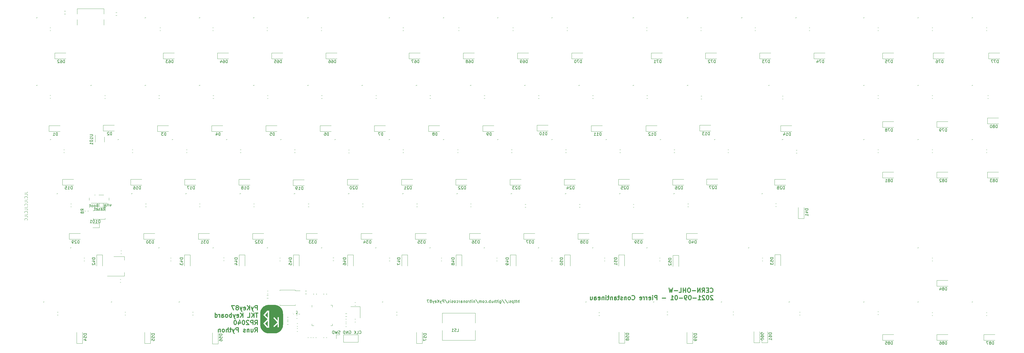
<source format=gbo>
%TF.GenerationSoftware,KiCad,Pcbnew,(5.1.2)-1*%
%TF.CreationDate,2021-11-11T01:17:37-08:00*%
%TF.ProjectId,PyKey60,50794b65-7936-4302-9e6b-696361645f70,1.1a*%
%TF.SameCoordinates,Original*%
%TF.FileFunction,Legend,Bot*%
%TF.FilePolarity,Positive*%
%FSLAX46Y46*%
G04 Gerber Fmt 4.6, Leading zero omitted, Abs format (unit mm)*
G04 Created by KiCad (PCBNEW (5.1.2)-1) date 2021-11-11 01:17:37*
%MOMM*%
%LPD*%
G04 APERTURE LIST*
%ADD10C,0.150000*%
%ADD11C,0.304800*%
%ADD12C,0.100000*%
%ADD13C,0.120000*%
%ADD14C,0.010000*%
%ADD15C,5.552400*%
%ADD16R,2.652400X1.252400*%
%ADD17R,2.702400X2.652400*%
%ADD18C,3.152400*%
%ADD19C,1.902400*%
%ADD20C,4.152400*%
%ADD21C,1.027400*%
%ADD22R,2.458999X2.109000*%
%ADD23C,3.202400*%
%ADD24C,1.052400*%
%ADD25R,1.052400X1.352400*%
%ADD26O,1.852400X1.852400*%
%ADD27R,1.852400X1.852400*%
%ADD28C,0.952400*%
%ADD29R,2.152400X1.652400*%
%ADD30R,2.152400X3.952400*%
%ADD31R,1.352400X1.552400*%
%ADD32R,0.752400X1.602400*%
%ADD33R,0.452400X1.602400*%
%ADD34O,1.152400X2.252400*%
%ADD35C,0.802400*%
%ADD36O,1.152400X1.752400*%
%ADD37R,1.352400X1.052400*%
%ADD38C,3.352400*%
%ADD39C,0.352400*%
%ADD40R,0.802400X1.212400*%
%ADD41C,0.752400*%
%ADD42R,0.852400X1.652400*%
%ADD43R,1.152400X0.952400*%
G04 APERTURE END LIST*
D10*
X239004047Y-143487380D02*
X239004047Y-142487380D01*
X238575476Y-143487380D02*
X238575476Y-142963571D01*
X238623095Y-142868333D01*
X238718333Y-142820714D01*
X238861190Y-142820714D01*
X238956428Y-142868333D01*
X239004047Y-142915952D01*
X238242142Y-142820714D02*
X237861190Y-142820714D01*
X238099285Y-142487380D02*
X238099285Y-143344523D01*
X238051666Y-143439761D01*
X237956428Y-143487380D01*
X237861190Y-143487380D01*
X237670714Y-142820714D02*
X237289761Y-142820714D01*
X237527857Y-142487380D02*
X237527857Y-143344523D01*
X237480238Y-143439761D01*
X237385000Y-143487380D01*
X237289761Y-143487380D01*
X236956428Y-142820714D02*
X236956428Y-143820714D01*
X236956428Y-142868333D02*
X236861190Y-142820714D01*
X236670714Y-142820714D01*
X236575476Y-142868333D01*
X236527857Y-142915952D01*
X236480238Y-143011190D01*
X236480238Y-143296904D01*
X236527857Y-143392142D01*
X236575476Y-143439761D01*
X236670714Y-143487380D01*
X236861190Y-143487380D01*
X236956428Y-143439761D01*
X236099285Y-143439761D02*
X236004047Y-143487380D01*
X235813571Y-143487380D01*
X235718333Y-143439761D01*
X235670714Y-143344523D01*
X235670714Y-143296904D01*
X235718333Y-143201666D01*
X235813571Y-143154047D01*
X235956428Y-143154047D01*
X236051666Y-143106428D01*
X236099285Y-143011190D01*
X236099285Y-142963571D01*
X236051666Y-142868333D01*
X235956428Y-142820714D01*
X235813571Y-142820714D01*
X235718333Y-142868333D01*
X235242142Y-143392142D02*
X235194523Y-143439761D01*
X235242142Y-143487380D01*
X235289761Y-143439761D01*
X235242142Y-143392142D01*
X235242142Y-143487380D01*
X235242142Y-142868333D02*
X235194523Y-142915952D01*
X235242142Y-142963571D01*
X235289761Y-142915952D01*
X235242142Y-142868333D01*
X235242142Y-142963571D01*
X234051666Y-142439761D02*
X234908809Y-143725476D01*
X233004047Y-142439761D02*
X233861190Y-143725476D01*
X232242142Y-142820714D02*
X232242142Y-143630238D01*
X232289761Y-143725476D01*
X232337380Y-143773095D01*
X232432619Y-143820714D01*
X232575476Y-143820714D01*
X232670714Y-143773095D01*
X232242142Y-143439761D02*
X232337380Y-143487380D01*
X232527857Y-143487380D01*
X232623095Y-143439761D01*
X232670714Y-143392142D01*
X232718333Y-143296904D01*
X232718333Y-143011190D01*
X232670714Y-142915952D01*
X232623095Y-142868333D01*
X232527857Y-142820714D01*
X232337380Y-142820714D01*
X232242142Y-142868333D01*
X231765952Y-143487380D02*
X231765952Y-142820714D01*
X231765952Y-142487380D02*
X231813571Y-142535000D01*
X231765952Y-142582619D01*
X231718333Y-142535000D01*
X231765952Y-142487380D01*
X231765952Y-142582619D01*
X231432619Y-142820714D02*
X231051666Y-142820714D01*
X231289761Y-142487380D02*
X231289761Y-143344523D01*
X231242142Y-143439761D01*
X231146904Y-143487380D01*
X231051666Y-143487380D01*
X230718333Y-143487380D02*
X230718333Y-142487380D01*
X230289761Y-143487380D02*
X230289761Y-142963571D01*
X230337380Y-142868333D01*
X230432619Y-142820714D01*
X230575476Y-142820714D01*
X230670714Y-142868333D01*
X230718333Y-142915952D01*
X229385000Y-142820714D02*
X229385000Y-143487380D01*
X229813571Y-142820714D02*
X229813571Y-143344523D01*
X229765952Y-143439761D01*
X229670714Y-143487380D01*
X229527857Y-143487380D01*
X229432619Y-143439761D01*
X229385000Y-143392142D01*
X228908809Y-143487380D02*
X228908809Y-142487380D01*
X228908809Y-142868333D02*
X228813571Y-142820714D01*
X228623095Y-142820714D01*
X228527857Y-142868333D01*
X228480238Y-142915952D01*
X228432619Y-143011190D01*
X228432619Y-143296904D01*
X228480238Y-143392142D01*
X228527857Y-143439761D01*
X228623095Y-143487380D01*
X228813571Y-143487380D01*
X228908809Y-143439761D01*
X228004047Y-143392142D02*
X227956428Y-143439761D01*
X228004047Y-143487380D01*
X228051666Y-143439761D01*
X228004047Y-143392142D01*
X228004047Y-143487380D01*
X227099285Y-143439761D02*
X227194523Y-143487380D01*
X227385000Y-143487380D01*
X227480238Y-143439761D01*
X227527857Y-143392142D01*
X227575476Y-143296904D01*
X227575476Y-143011190D01*
X227527857Y-142915952D01*
X227480238Y-142868333D01*
X227385000Y-142820714D01*
X227194523Y-142820714D01*
X227099285Y-142868333D01*
X226527857Y-143487380D02*
X226623095Y-143439761D01*
X226670714Y-143392142D01*
X226718333Y-143296904D01*
X226718333Y-143011190D01*
X226670714Y-142915952D01*
X226623095Y-142868333D01*
X226527857Y-142820714D01*
X226385000Y-142820714D01*
X226289761Y-142868333D01*
X226242142Y-142915952D01*
X226194523Y-143011190D01*
X226194523Y-143296904D01*
X226242142Y-143392142D01*
X226289761Y-143439761D01*
X226385000Y-143487380D01*
X226527857Y-143487380D01*
X225765952Y-143487380D02*
X225765952Y-142820714D01*
X225765952Y-142915952D02*
X225718333Y-142868333D01*
X225623095Y-142820714D01*
X225480238Y-142820714D01*
X225385000Y-142868333D01*
X225337380Y-142963571D01*
X225337380Y-143487380D01*
X225337380Y-142963571D02*
X225289761Y-142868333D01*
X225194523Y-142820714D01*
X225051666Y-142820714D01*
X224956428Y-142868333D01*
X224908809Y-142963571D01*
X224908809Y-143487380D01*
X223718333Y-142439761D02*
X224575476Y-143725476D01*
X223385000Y-142820714D02*
X223385000Y-143487380D01*
X223385000Y-142915952D02*
X223337380Y-142868333D01*
X223242142Y-142820714D01*
X223099285Y-142820714D01*
X223004047Y-142868333D01*
X222956428Y-142963571D01*
X222956428Y-143487380D01*
X222480238Y-143487380D02*
X222480238Y-142820714D01*
X222480238Y-142487380D02*
X222527857Y-142535000D01*
X222480238Y-142582619D01*
X222432619Y-142535000D01*
X222480238Y-142487380D01*
X222480238Y-142582619D01*
X222146904Y-142820714D02*
X221765952Y-142820714D01*
X222004047Y-142487380D02*
X222004047Y-143344523D01*
X221956428Y-143439761D01*
X221861190Y-143487380D01*
X221765952Y-143487380D01*
X221432619Y-143487380D02*
X221432619Y-142820714D01*
X221432619Y-143011190D02*
X221385000Y-142915952D01*
X221337380Y-142868333D01*
X221242142Y-142820714D01*
X221146904Y-142820714D01*
X220670714Y-143487380D02*
X220765952Y-143439761D01*
X220813571Y-143392142D01*
X220861190Y-143296904D01*
X220861190Y-143011190D01*
X220813571Y-142915952D01*
X220765952Y-142868333D01*
X220670714Y-142820714D01*
X220527857Y-142820714D01*
X220432619Y-142868333D01*
X220385000Y-142915952D01*
X220337380Y-143011190D01*
X220337380Y-143296904D01*
X220385000Y-143392142D01*
X220432619Y-143439761D01*
X220527857Y-143487380D01*
X220670714Y-143487380D01*
X219908809Y-142820714D02*
X219908809Y-143487380D01*
X219908809Y-142915952D02*
X219861190Y-142868333D01*
X219765952Y-142820714D01*
X219623095Y-142820714D01*
X219527857Y-142868333D01*
X219480238Y-142963571D01*
X219480238Y-143487380D01*
X218575476Y-143487380D02*
X218575476Y-142963571D01*
X218623095Y-142868333D01*
X218718333Y-142820714D01*
X218908809Y-142820714D01*
X219004047Y-142868333D01*
X218575476Y-143439761D02*
X218670714Y-143487380D01*
X218908809Y-143487380D01*
X219004047Y-143439761D01*
X219051666Y-143344523D01*
X219051666Y-143249285D01*
X219004047Y-143154047D01*
X218908809Y-143106428D01*
X218670714Y-143106428D01*
X218575476Y-143058809D01*
X218099285Y-143487380D02*
X218099285Y-142820714D01*
X218099285Y-143011190D02*
X218051666Y-142915952D01*
X218004047Y-142868333D01*
X217908809Y-142820714D01*
X217813571Y-142820714D01*
X217051666Y-143439761D02*
X217146904Y-143487380D01*
X217337380Y-143487380D01*
X217432619Y-143439761D01*
X217480238Y-143392142D01*
X217527857Y-143296904D01*
X217527857Y-143011190D01*
X217480238Y-142915952D01*
X217432619Y-142868333D01*
X217337380Y-142820714D01*
X217146904Y-142820714D01*
X217051666Y-142868333D01*
X216480238Y-143487380D02*
X216575476Y-143439761D01*
X216623095Y-143392142D01*
X216670714Y-143296904D01*
X216670714Y-143011190D01*
X216623095Y-142915952D01*
X216575476Y-142868333D01*
X216480238Y-142820714D01*
X216337380Y-142820714D01*
X216242142Y-142868333D01*
X216194523Y-142915952D01*
X216146904Y-143011190D01*
X216146904Y-143296904D01*
X216194523Y-143392142D01*
X216242142Y-143439761D01*
X216337380Y-143487380D01*
X216480238Y-143487380D01*
X215765952Y-143439761D02*
X215670714Y-143487380D01*
X215480238Y-143487380D01*
X215385000Y-143439761D01*
X215337380Y-143344523D01*
X215337380Y-143296904D01*
X215385000Y-143201666D01*
X215480238Y-143154047D01*
X215623095Y-143154047D01*
X215718333Y-143106428D01*
X215765952Y-143011190D01*
X215765952Y-142963571D01*
X215718333Y-142868333D01*
X215623095Y-142820714D01*
X215480238Y-142820714D01*
X215385000Y-142868333D01*
X214908809Y-143487380D02*
X214908809Y-142820714D01*
X214908809Y-142487380D02*
X214956428Y-142535000D01*
X214908809Y-142582619D01*
X214861190Y-142535000D01*
X214908809Y-142487380D01*
X214908809Y-142582619D01*
X214480238Y-143439761D02*
X214385000Y-143487380D01*
X214194523Y-143487380D01*
X214099285Y-143439761D01*
X214051666Y-143344523D01*
X214051666Y-143296904D01*
X214099285Y-143201666D01*
X214194523Y-143154047D01*
X214337380Y-143154047D01*
X214432619Y-143106428D01*
X214480238Y-143011190D01*
X214480238Y-142963571D01*
X214432619Y-142868333D01*
X214337380Y-142820714D01*
X214194523Y-142820714D01*
X214099285Y-142868333D01*
X212908809Y-142439761D02*
X213765952Y-143725476D01*
X212575476Y-143487380D02*
X212575476Y-142487380D01*
X212194523Y-142487380D01*
X212099285Y-142535000D01*
X212051666Y-142582619D01*
X212004047Y-142677857D01*
X212004047Y-142820714D01*
X212051666Y-142915952D01*
X212099285Y-142963571D01*
X212194523Y-143011190D01*
X212575476Y-143011190D01*
X211670714Y-142820714D02*
X211432619Y-143487380D01*
X211194523Y-142820714D02*
X211432619Y-143487380D01*
X211527857Y-143725476D01*
X211575476Y-143773095D01*
X211670714Y-143820714D01*
X210813571Y-143487380D02*
X210813571Y-142487380D01*
X210242142Y-143487380D02*
X210670714Y-142915952D01*
X210242142Y-142487380D02*
X210813571Y-143058809D01*
X209432619Y-143439761D02*
X209527857Y-143487380D01*
X209718333Y-143487380D01*
X209813571Y-143439761D01*
X209861190Y-143344523D01*
X209861190Y-142963571D01*
X209813571Y-142868333D01*
X209718333Y-142820714D01*
X209527857Y-142820714D01*
X209432619Y-142868333D01*
X209385000Y-142963571D01*
X209385000Y-143058809D01*
X209861190Y-143154047D01*
X209051666Y-142820714D02*
X208813571Y-143487380D01*
X208575476Y-142820714D02*
X208813571Y-143487380D01*
X208908809Y-143725476D01*
X208956428Y-143773095D01*
X209051666Y-143820714D01*
X208051666Y-142915952D02*
X208146904Y-142868333D01*
X208194523Y-142820714D01*
X208242142Y-142725476D01*
X208242142Y-142677857D01*
X208194523Y-142582619D01*
X208146904Y-142535000D01*
X208051666Y-142487380D01*
X207861190Y-142487380D01*
X207765952Y-142535000D01*
X207718333Y-142582619D01*
X207670714Y-142677857D01*
X207670714Y-142725476D01*
X207718333Y-142820714D01*
X207765952Y-142868333D01*
X207861190Y-142915952D01*
X208051666Y-142915952D01*
X208146904Y-142963571D01*
X208194523Y-143011190D01*
X208242142Y-143106428D01*
X208242142Y-143296904D01*
X208194523Y-143392142D01*
X208146904Y-143439761D01*
X208051666Y-143487380D01*
X207861190Y-143487380D01*
X207765952Y-143439761D01*
X207718333Y-143392142D01*
X207670714Y-143296904D01*
X207670714Y-143106428D01*
X207718333Y-143011190D01*
X207765952Y-142963571D01*
X207861190Y-142915952D01*
X207337380Y-142487380D02*
X206670714Y-142487380D01*
X207099285Y-143487380D01*
D11*
X147013022Y-146061228D02*
X147013022Y-144537228D01*
X146432451Y-144537228D01*
X146287308Y-144609800D01*
X146214737Y-144682371D01*
X146142165Y-144827514D01*
X146142165Y-145045228D01*
X146214737Y-145190371D01*
X146287308Y-145262942D01*
X146432451Y-145335514D01*
X147013022Y-145335514D01*
X145634165Y-145045228D02*
X145271308Y-146061228D01*
X144908451Y-145045228D02*
X145271308Y-146061228D01*
X145416451Y-146424085D01*
X145489022Y-146496657D01*
X145634165Y-146569228D01*
X144327880Y-146061228D02*
X144327880Y-144537228D01*
X143457022Y-146061228D02*
X144110165Y-145190371D01*
X143457022Y-144537228D02*
X144327880Y-145408085D01*
X142223308Y-145988657D02*
X142368451Y-146061228D01*
X142658737Y-146061228D01*
X142803880Y-145988657D01*
X142876451Y-145843514D01*
X142876451Y-145262942D01*
X142803880Y-145117800D01*
X142658737Y-145045228D01*
X142368451Y-145045228D01*
X142223308Y-145117800D01*
X142150737Y-145262942D01*
X142150737Y-145408085D01*
X142876451Y-145553228D01*
X141642737Y-145045228D02*
X141279880Y-146061228D01*
X140917022Y-145045228D02*
X141279880Y-146061228D01*
X141425022Y-146424085D01*
X141497594Y-146496657D01*
X141642737Y-146569228D01*
X140118737Y-145190371D02*
X140263880Y-145117800D01*
X140336451Y-145045228D01*
X140409022Y-144900085D01*
X140409022Y-144827514D01*
X140336451Y-144682371D01*
X140263880Y-144609800D01*
X140118737Y-144537228D01*
X139828451Y-144537228D01*
X139683308Y-144609800D01*
X139610737Y-144682371D01*
X139538165Y-144827514D01*
X139538165Y-144900085D01*
X139610737Y-145045228D01*
X139683308Y-145117800D01*
X139828451Y-145190371D01*
X140118737Y-145190371D01*
X140263880Y-145262942D01*
X140336451Y-145335514D01*
X140409022Y-145480657D01*
X140409022Y-145770942D01*
X140336451Y-145916085D01*
X140263880Y-145988657D01*
X140118737Y-146061228D01*
X139828451Y-146061228D01*
X139683308Y-145988657D01*
X139610737Y-145916085D01*
X139538165Y-145770942D01*
X139538165Y-145480657D01*
X139610737Y-145335514D01*
X139683308Y-145262942D01*
X139828451Y-145190371D01*
X139030165Y-144537228D02*
X138014165Y-144537228D01*
X138667308Y-146061228D01*
X147230737Y-147128028D02*
X146359880Y-147128028D01*
X146795308Y-148652028D02*
X146795308Y-147128028D01*
X145851880Y-148652028D02*
X145851880Y-147128028D01*
X144981022Y-148652028D02*
X145634165Y-147781171D01*
X144981022Y-147128028D02*
X145851880Y-147998885D01*
X143602165Y-148652028D02*
X144327880Y-148652028D01*
X144327880Y-147128028D01*
X141933022Y-148652028D02*
X141933022Y-147128028D01*
X141062165Y-148652028D02*
X141715308Y-147781171D01*
X141062165Y-147128028D02*
X141933022Y-147998885D01*
X139828451Y-148579457D02*
X139973594Y-148652028D01*
X140263880Y-148652028D01*
X140409022Y-148579457D01*
X140481594Y-148434314D01*
X140481594Y-147853742D01*
X140409022Y-147708600D01*
X140263880Y-147636028D01*
X139973594Y-147636028D01*
X139828451Y-147708600D01*
X139755880Y-147853742D01*
X139755880Y-147998885D01*
X140481594Y-148144028D01*
X139247880Y-147636028D02*
X138885022Y-148652028D01*
X138522165Y-147636028D02*
X138885022Y-148652028D01*
X139030165Y-149014885D01*
X139102737Y-149087457D01*
X139247880Y-149160028D01*
X137941594Y-148652028D02*
X137941594Y-147128028D01*
X137941594Y-147708600D02*
X137796451Y-147636028D01*
X137506165Y-147636028D01*
X137361022Y-147708600D01*
X137288451Y-147781171D01*
X137215880Y-147926314D01*
X137215880Y-148361742D01*
X137288451Y-148506885D01*
X137361022Y-148579457D01*
X137506165Y-148652028D01*
X137796451Y-148652028D01*
X137941594Y-148579457D01*
X136345022Y-148652028D02*
X136490165Y-148579457D01*
X136562737Y-148506885D01*
X136635308Y-148361742D01*
X136635308Y-147926314D01*
X136562737Y-147781171D01*
X136490165Y-147708600D01*
X136345022Y-147636028D01*
X136127308Y-147636028D01*
X135982165Y-147708600D01*
X135909594Y-147781171D01*
X135837022Y-147926314D01*
X135837022Y-148361742D01*
X135909594Y-148506885D01*
X135982165Y-148579457D01*
X136127308Y-148652028D01*
X136345022Y-148652028D01*
X134530737Y-148652028D02*
X134530737Y-147853742D01*
X134603308Y-147708600D01*
X134748451Y-147636028D01*
X135038737Y-147636028D01*
X135183880Y-147708600D01*
X134530737Y-148579457D02*
X134675880Y-148652028D01*
X135038737Y-148652028D01*
X135183880Y-148579457D01*
X135256451Y-148434314D01*
X135256451Y-148289171D01*
X135183880Y-148144028D01*
X135038737Y-148071457D01*
X134675880Y-148071457D01*
X134530737Y-147998885D01*
X133805022Y-148652028D02*
X133805022Y-147636028D01*
X133805022Y-147926314D02*
X133732451Y-147781171D01*
X133659880Y-147708600D01*
X133514737Y-147636028D01*
X133369594Y-147636028D01*
X132208451Y-148652028D02*
X132208451Y-147128028D01*
X132208451Y-148579457D02*
X132353594Y-148652028D01*
X132643880Y-148652028D01*
X132789022Y-148579457D01*
X132861594Y-148506885D01*
X132934165Y-148361742D01*
X132934165Y-147926314D01*
X132861594Y-147781171D01*
X132789022Y-147708600D01*
X132643880Y-147636028D01*
X132353594Y-147636028D01*
X132208451Y-147708600D01*
X146142165Y-151242828D02*
X146650165Y-150517114D01*
X147013022Y-151242828D02*
X147013022Y-149718828D01*
X146432451Y-149718828D01*
X146287308Y-149791400D01*
X146214737Y-149863971D01*
X146142165Y-150009114D01*
X146142165Y-150226828D01*
X146214737Y-150371971D01*
X146287308Y-150444542D01*
X146432451Y-150517114D01*
X147013022Y-150517114D01*
X145489022Y-151242828D02*
X145489022Y-149718828D01*
X144908451Y-149718828D01*
X144763308Y-149791400D01*
X144690737Y-149863971D01*
X144618165Y-150009114D01*
X144618165Y-150226828D01*
X144690737Y-150371971D01*
X144763308Y-150444542D01*
X144908451Y-150517114D01*
X145489022Y-150517114D01*
X144037594Y-149863971D02*
X143965022Y-149791400D01*
X143819880Y-149718828D01*
X143457022Y-149718828D01*
X143311880Y-149791400D01*
X143239308Y-149863971D01*
X143166737Y-150009114D01*
X143166737Y-150154257D01*
X143239308Y-150371971D01*
X144110165Y-151242828D01*
X143166737Y-151242828D01*
X142223308Y-149718828D02*
X142078165Y-149718828D01*
X141933022Y-149791400D01*
X141860451Y-149863971D01*
X141787880Y-150009114D01*
X141715308Y-150299400D01*
X141715308Y-150662257D01*
X141787880Y-150952542D01*
X141860451Y-151097685D01*
X141933022Y-151170257D01*
X142078165Y-151242828D01*
X142223308Y-151242828D01*
X142368451Y-151170257D01*
X142441022Y-151097685D01*
X142513594Y-150952542D01*
X142586165Y-150662257D01*
X142586165Y-150299400D01*
X142513594Y-150009114D01*
X142441022Y-149863971D01*
X142368451Y-149791400D01*
X142223308Y-149718828D01*
X140409022Y-150226828D02*
X140409022Y-151242828D01*
X140771880Y-149646257D02*
X141134737Y-150734828D01*
X140191308Y-150734828D01*
X139320451Y-149718828D02*
X139175308Y-149718828D01*
X139030165Y-149791400D01*
X138957594Y-149863971D01*
X138885022Y-150009114D01*
X138812451Y-150299400D01*
X138812451Y-150662257D01*
X138885022Y-150952542D01*
X138957594Y-151097685D01*
X139030165Y-151170257D01*
X139175308Y-151242828D01*
X139320451Y-151242828D01*
X139465594Y-151170257D01*
X139538165Y-151097685D01*
X139610737Y-150952542D01*
X139683308Y-150662257D01*
X139683308Y-150299400D01*
X139610737Y-150009114D01*
X139538165Y-149863971D01*
X139465594Y-149791400D01*
X139320451Y-149718828D01*
X146142165Y-153833628D02*
X146650165Y-153107914D01*
X147013022Y-153833628D02*
X147013022Y-152309628D01*
X146432451Y-152309628D01*
X146287308Y-152382200D01*
X146214737Y-152454771D01*
X146142165Y-152599914D01*
X146142165Y-152817628D01*
X146214737Y-152962771D01*
X146287308Y-153035342D01*
X146432451Y-153107914D01*
X147013022Y-153107914D01*
X144835880Y-152817628D02*
X144835880Y-153833628D01*
X145489022Y-152817628D02*
X145489022Y-153615914D01*
X145416451Y-153761057D01*
X145271308Y-153833628D01*
X145053594Y-153833628D01*
X144908451Y-153761057D01*
X144835880Y-153688485D01*
X144110165Y-152817628D02*
X144110165Y-153833628D01*
X144110165Y-152962771D02*
X144037594Y-152890200D01*
X143892451Y-152817628D01*
X143674737Y-152817628D01*
X143529594Y-152890200D01*
X143457022Y-153035342D01*
X143457022Y-153833628D01*
X142803880Y-153761057D02*
X142658737Y-153833628D01*
X142368451Y-153833628D01*
X142223308Y-153761057D01*
X142150737Y-153615914D01*
X142150737Y-153543342D01*
X142223308Y-153398200D01*
X142368451Y-153325628D01*
X142586165Y-153325628D01*
X142731308Y-153253057D01*
X142803880Y-153107914D01*
X142803880Y-153035342D01*
X142731308Y-152890200D01*
X142586165Y-152817628D01*
X142368451Y-152817628D01*
X142223308Y-152890200D01*
X140336451Y-153833628D02*
X140336451Y-152309628D01*
X139755880Y-152309628D01*
X139610737Y-152382200D01*
X139538165Y-152454771D01*
X139465594Y-152599914D01*
X139465594Y-152817628D01*
X139538165Y-152962771D01*
X139610737Y-153035342D01*
X139755880Y-153107914D01*
X140336451Y-153107914D01*
X138957594Y-152817628D02*
X138594737Y-153833628D01*
X138231880Y-152817628D02*
X138594737Y-153833628D01*
X138739880Y-154196485D01*
X138812451Y-154269057D01*
X138957594Y-154341628D01*
X137869022Y-152817628D02*
X137288451Y-152817628D01*
X137651308Y-152309628D02*
X137651308Y-153615914D01*
X137578737Y-153761057D01*
X137433594Y-153833628D01*
X137288451Y-153833628D01*
X136780451Y-153833628D02*
X136780451Y-152309628D01*
X136127308Y-153833628D02*
X136127308Y-153035342D01*
X136199880Y-152890200D01*
X136345022Y-152817628D01*
X136562737Y-152817628D01*
X136707880Y-152890200D01*
X136780451Y-152962771D01*
X135183880Y-153833628D02*
X135329022Y-153761057D01*
X135401594Y-153688485D01*
X135474165Y-153543342D01*
X135474165Y-153107914D01*
X135401594Y-152962771D01*
X135329022Y-152890200D01*
X135183880Y-152817628D01*
X134966165Y-152817628D01*
X134821022Y-152890200D01*
X134748451Y-152962771D01*
X134675880Y-153107914D01*
X134675880Y-153543342D01*
X134748451Y-153688485D01*
X134821022Y-153761057D01*
X134966165Y-153833628D01*
X135183880Y-153833628D01*
X134022737Y-152817628D02*
X134022737Y-153833628D01*
X134022737Y-152962771D02*
X133950165Y-152890200D01*
X133805022Y-152817628D01*
X133587308Y-152817628D01*
X133442165Y-152890200D01*
X133369594Y-153035342D01*
X133369594Y-153833628D01*
D10*
X92932095Y-110975380D02*
X93265428Y-110499190D01*
X93503523Y-110975380D02*
X93503523Y-109975380D01*
X93122571Y-109975380D01*
X93027333Y-110023000D01*
X92979714Y-110070619D01*
X92932095Y-110165857D01*
X92932095Y-110308714D01*
X92979714Y-110403952D01*
X93027333Y-110451571D01*
X93122571Y-110499190D01*
X93503523Y-110499190D01*
X92122571Y-110927761D02*
X92217809Y-110975380D01*
X92408285Y-110975380D01*
X92503523Y-110927761D01*
X92551142Y-110832523D01*
X92551142Y-110451571D01*
X92503523Y-110356333D01*
X92408285Y-110308714D01*
X92217809Y-110308714D01*
X92122571Y-110356333D01*
X92074952Y-110451571D01*
X92074952Y-110546809D01*
X92551142Y-110642047D01*
X91694000Y-110927761D02*
X91598761Y-110975380D01*
X91408285Y-110975380D01*
X91313047Y-110927761D01*
X91265428Y-110832523D01*
X91265428Y-110784904D01*
X91313047Y-110689666D01*
X91408285Y-110642047D01*
X91551142Y-110642047D01*
X91646380Y-110594428D01*
X91694000Y-110499190D01*
X91694000Y-110451571D01*
X91646380Y-110356333D01*
X91551142Y-110308714D01*
X91408285Y-110308714D01*
X91313047Y-110356333D01*
X90455904Y-110927761D02*
X90551142Y-110975380D01*
X90741619Y-110975380D01*
X90836857Y-110927761D01*
X90884476Y-110832523D01*
X90884476Y-110451571D01*
X90836857Y-110356333D01*
X90741619Y-110308714D01*
X90551142Y-110308714D01*
X90455904Y-110356333D01*
X90408285Y-110451571D01*
X90408285Y-110546809D01*
X90884476Y-110642047D01*
X90122571Y-110308714D02*
X89741619Y-110308714D01*
X89979714Y-109975380D02*
X89979714Y-110832523D01*
X89932095Y-110927761D01*
X89836857Y-110975380D01*
X89741619Y-110975380D01*
X93892761Y-108800619D02*
X93559428Y-109276809D01*
X93321333Y-108800619D02*
X93321333Y-109800619D01*
X93702285Y-109800619D01*
X93797523Y-109753000D01*
X93845142Y-109705380D01*
X93892761Y-109610142D01*
X93892761Y-109467285D01*
X93845142Y-109372047D01*
X93797523Y-109324428D01*
X93702285Y-109276809D01*
X93321333Y-109276809D01*
X94749904Y-109467285D02*
X94749904Y-108800619D01*
X94321333Y-109467285D02*
X94321333Y-108943476D01*
X94368952Y-108848238D01*
X94464190Y-108800619D01*
X94607047Y-108800619D01*
X94702285Y-108848238D01*
X94749904Y-108895857D01*
X95226095Y-109467285D02*
X95226095Y-108800619D01*
X95226095Y-109372047D02*
X95273714Y-109419666D01*
X95368952Y-109467285D01*
X95511809Y-109467285D01*
X95607047Y-109419666D01*
X95654666Y-109324428D01*
X95654666Y-108800619D01*
D12*
X65238380Y-104887952D02*
X65952666Y-104887952D01*
X66095523Y-104840333D01*
X66190761Y-104745095D01*
X66238380Y-104602238D01*
X66238380Y-104507000D01*
X66238380Y-105840333D02*
X66238380Y-105364142D01*
X65238380Y-105364142D01*
X66143142Y-106745095D02*
X66190761Y-106697476D01*
X66238380Y-106554619D01*
X66238380Y-106459380D01*
X66190761Y-106316523D01*
X66095523Y-106221285D01*
X66000285Y-106173666D01*
X65809809Y-106126047D01*
X65666952Y-106126047D01*
X65476476Y-106173666D01*
X65381238Y-106221285D01*
X65286000Y-106316523D01*
X65238380Y-106459380D01*
X65238380Y-106554619D01*
X65286000Y-106697476D01*
X65333619Y-106745095D01*
X65238380Y-107459380D02*
X65952666Y-107459380D01*
X66095523Y-107411761D01*
X66190761Y-107316523D01*
X66238380Y-107173666D01*
X66238380Y-107078428D01*
X66238380Y-108411761D02*
X66238380Y-107935571D01*
X65238380Y-107935571D01*
X66143142Y-109316523D02*
X66190761Y-109268904D01*
X66238380Y-109126047D01*
X66238380Y-109030809D01*
X66190761Y-108887952D01*
X66095523Y-108792714D01*
X66000285Y-108745095D01*
X65809809Y-108697476D01*
X65666952Y-108697476D01*
X65476476Y-108745095D01*
X65381238Y-108792714D01*
X65286000Y-108887952D01*
X65238380Y-109030809D01*
X65238380Y-109126047D01*
X65286000Y-109268904D01*
X65333619Y-109316523D01*
X65238380Y-110030809D02*
X65952666Y-110030809D01*
X66095523Y-109983190D01*
X66190761Y-109887952D01*
X66238380Y-109745095D01*
X66238380Y-109649857D01*
X66238380Y-110983190D02*
X66238380Y-110507000D01*
X65238380Y-110507000D01*
X66143142Y-111887952D02*
X66190761Y-111840333D01*
X66238380Y-111697476D01*
X66238380Y-111602238D01*
X66190761Y-111459380D01*
X66095523Y-111364142D01*
X66000285Y-111316523D01*
X65809809Y-111268904D01*
X65666952Y-111268904D01*
X65476476Y-111316523D01*
X65381238Y-111364142D01*
X65286000Y-111459380D01*
X65238380Y-111602238D01*
X65238380Y-111697476D01*
X65286000Y-111840333D01*
X65333619Y-111887952D01*
X65238380Y-112602238D02*
X65952666Y-112602238D01*
X66095523Y-112554619D01*
X66190761Y-112459380D01*
X66238380Y-112316523D01*
X66238380Y-112221285D01*
X66238380Y-113554619D02*
X66238380Y-113078428D01*
X65238380Y-113078428D01*
X66143142Y-114459380D02*
X66190761Y-114411761D01*
X66238380Y-114268904D01*
X66238380Y-114173666D01*
X66190761Y-114030809D01*
X66095523Y-113935571D01*
X66000285Y-113887952D01*
X65809809Y-113840333D01*
X65666952Y-113840333D01*
X65476476Y-113887952D01*
X65381238Y-113935571D01*
X65286000Y-114030809D01*
X65238380Y-114173666D01*
X65238380Y-114268904D01*
X65286000Y-114411761D01*
X65333619Y-114459380D01*
D11*
X306162165Y-139743885D02*
X306234737Y-139816457D01*
X306452451Y-139889028D01*
X306597594Y-139889028D01*
X306815308Y-139816457D01*
X306960451Y-139671314D01*
X307033022Y-139526171D01*
X307105594Y-139235885D01*
X307105594Y-139018171D01*
X307033022Y-138727885D01*
X306960451Y-138582742D01*
X306815308Y-138437600D01*
X306597594Y-138365028D01*
X306452451Y-138365028D01*
X306234737Y-138437600D01*
X306162165Y-138510171D01*
X305509022Y-139090742D02*
X305001022Y-139090742D01*
X304783308Y-139889028D02*
X305509022Y-139889028D01*
X305509022Y-138365028D01*
X304783308Y-138365028D01*
X303259308Y-139889028D02*
X303767308Y-139163314D01*
X304130165Y-139889028D02*
X304130165Y-138365028D01*
X303549594Y-138365028D01*
X303404451Y-138437600D01*
X303331880Y-138510171D01*
X303259308Y-138655314D01*
X303259308Y-138873028D01*
X303331880Y-139018171D01*
X303404451Y-139090742D01*
X303549594Y-139163314D01*
X304130165Y-139163314D01*
X302606165Y-139889028D02*
X302606165Y-138365028D01*
X301735308Y-139889028D01*
X301735308Y-138365028D01*
X301009594Y-139308457D02*
X299848451Y-139308457D01*
X298832451Y-138365028D02*
X298542165Y-138365028D01*
X298397022Y-138437600D01*
X298251880Y-138582742D01*
X298179308Y-138873028D01*
X298179308Y-139381028D01*
X298251880Y-139671314D01*
X298397022Y-139816457D01*
X298542165Y-139889028D01*
X298832451Y-139889028D01*
X298977594Y-139816457D01*
X299122737Y-139671314D01*
X299195308Y-139381028D01*
X299195308Y-138873028D01*
X299122737Y-138582742D01*
X298977594Y-138437600D01*
X298832451Y-138365028D01*
X297526165Y-139889028D02*
X297526165Y-138365028D01*
X297526165Y-139090742D02*
X296655308Y-139090742D01*
X296655308Y-139889028D02*
X296655308Y-138365028D01*
X295203880Y-139889028D02*
X295929594Y-139889028D01*
X295929594Y-138365028D01*
X294695880Y-139308457D02*
X293534737Y-139308457D01*
X292954165Y-138365028D02*
X292591308Y-139889028D01*
X292301022Y-138800457D01*
X292010737Y-139889028D01*
X291647880Y-138365028D01*
X307105594Y-141100971D02*
X307033022Y-141028400D01*
X306887880Y-140955828D01*
X306525022Y-140955828D01*
X306379880Y-141028400D01*
X306307308Y-141100971D01*
X306234737Y-141246114D01*
X306234737Y-141391257D01*
X306307308Y-141608971D01*
X307178165Y-142479828D01*
X306234737Y-142479828D01*
X305291308Y-140955828D02*
X305146165Y-140955828D01*
X305001022Y-141028400D01*
X304928451Y-141100971D01*
X304855880Y-141246114D01*
X304783308Y-141536400D01*
X304783308Y-141899257D01*
X304855880Y-142189542D01*
X304928451Y-142334685D01*
X305001022Y-142407257D01*
X305146165Y-142479828D01*
X305291308Y-142479828D01*
X305436451Y-142407257D01*
X305509022Y-142334685D01*
X305581594Y-142189542D01*
X305654165Y-141899257D01*
X305654165Y-141536400D01*
X305581594Y-141246114D01*
X305509022Y-141100971D01*
X305436451Y-141028400D01*
X305291308Y-140955828D01*
X304202737Y-141100971D02*
X304130165Y-141028400D01*
X303985022Y-140955828D01*
X303622165Y-140955828D01*
X303477022Y-141028400D01*
X303404451Y-141100971D01*
X303331880Y-141246114D01*
X303331880Y-141391257D01*
X303404451Y-141608971D01*
X304275308Y-142479828D01*
X303331880Y-142479828D01*
X301880451Y-142479828D02*
X302751308Y-142479828D01*
X302315880Y-142479828D02*
X302315880Y-140955828D01*
X302461022Y-141173542D01*
X302606165Y-141318685D01*
X302751308Y-141391257D01*
X301227308Y-141899257D02*
X300066165Y-141899257D01*
X299050165Y-140955828D02*
X298905022Y-140955828D01*
X298759880Y-141028400D01*
X298687308Y-141100971D01*
X298614737Y-141246114D01*
X298542165Y-141536400D01*
X298542165Y-141899257D01*
X298614737Y-142189542D01*
X298687308Y-142334685D01*
X298759880Y-142407257D01*
X298905022Y-142479828D01*
X299050165Y-142479828D01*
X299195308Y-142407257D01*
X299267880Y-142334685D01*
X299340451Y-142189542D01*
X299413022Y-141899257D01*
X299413022Y-141536400D01*
X299340451Y-141246114D01*
X299267880Y-141100971D01*
X299195308Y-141028400D01*
X299050165Y-140955828D01*
X297816451Y-142479828D02*
X297526165Y-142479828D01*
X297381022Y-142407257D01*
X297308451Y-142334685D01*
X297163308Y-142116971D01*
X297090737Y-141826685D01*
X297090737Y-141246114D01*
X297163308Y-141100971D01*
X297235880Y-141028400D01*
X297381022Y-140955828D01*
X297671308Y-140955828D01*
X297816451Y-141028400D01*
X297889022Y-141100971D01*
X297961594Y-141246114D01*
X297961594Y-141608971D01*
X297889022Y-141754114D01*
X297816451Y-141826685D01*
X297671308Y-141899257D01*
X297381022Y-141899257D01*
X297235880Y-141826685D01*
X297163308Y-141754114D01*
X297090737Y-141608971D01*
X296437594Y-141899257D02*
X295276451Y-141899257D01*
X294260451Y-140955828D02*
X294115308Y-140955828D01*
X293970165Y-141028400D01*
X293897594Y-141100971D01*
X293825022Y-141246114D01*
X293752451Y-141536400D01*
X293752451Y-141899257D01*
X293825022Y-142189542D01*
X293897594Y-142334685D01*
X293970165Y-142407257D01*
X294115308Y-142479828D01*
X294260451Y-142479828D01*
X294405594Y-142407257D01*
X294478165Y-142334685D01*
X294550737Y-142189542D01*
X294623308Y-141899257D01*
X294623308Y-141536400D01*
X294550737Y-141246114D01*
X294478165Y-141100971D01*
X294405594Y-141028400D01*
X294260451Y-140955828D01*
X292301022Y-142479828D02*
X293171880Y-142479828D01*
X292736451Y-142479828D02*
X292736451Y-140955828D01*
X292881594Y-141173542D01*
X293026737Y-141318685D01*
X293171880Y-141391257D01*
X290486737Y-141899257D02*
X289325594Y-141899257D01*
X287438737Y-142479828D02*
X287438737Y-140955828D01*
X286858165Y-140955828D01*
X286713022Y-141028400D01*
X286640451Y-141100971D01*
X286567880Y-141246114D01*
X286567880Y-141463828D01*
X286640451Y-141608971D01*
X286713022Y-141681542D01*
X286858165Y-141754114D01*
X287438737Y-141754114D01*
X285914737Y-142479828D02*
X285914737Y-141463828D01*
X285914737Y-140955828D02*
X285987308Y-141028400D01*
X285914737Y-141100971D01*
X285842165Y-141028400D01*
X285914737Y-140955828D01*
X285914737Y-141100971D01*
X284608451Y-142407257D02*
X284753594Y-142479828D01*
X285043880Y-142479828D01*
X285189022Y-142407257D01*
X285261594Y-142262114D01*
X285261594Y-141681542D01*
X285189022Y-141536400D01*
X285043880Y-141463828D01*
X284753594Y-141463828D01*
X284608451Y-141536400D01*
X284535880Y-141681542D01*
X284535880Y-141826685D01*
X285261594Y-141971828D01*
X283882737Y-142479828D02*
X283882737Y-141463828D01*
X283882737Y-141754114D02*
X283810165Y-141608971D01*
X283737594Y-141536400D01*
X283592451Y-141463828D01*
X283447308Y-141463828D01*
X282939308Y-142479828D02*
X282939308Y-141463828D01*
X282939308Y-141754114D02*
X282866737Y-141608971D01*
X282794165Y-141536400D01*
X282649022Y-141463828D01*
X282503880Y-141463828D01*
X281415308Y-142407257D02*
X281560451Y-142479828D01*
X281850737Y-142479828D01*
X281995880Y-142407257D01*
X282068451Y-142262114D01*
X282068451Y-141681542D01*
X281995880Y-141536400D01*
X281850737Y-141463828D01*
X281560451Y-141463828D01*
X281415308Y-141536400D01*
X281342737Y-141681542D01*
X281342737Y-141826685D01*
X282068451Y-141971828D01*
X278657594Y-142334685D02*
X278730165Y-142407257D01*
X278947880Y-142479828D01*
X279093022Y-142479828D01*
X279310737Y-142407257D01*
X279455880Y-142262114D01*
X279528451Y-142116971D01*
X279601022Y-141826685D01*
X279601022Y-141608971D01*
X279528451Y-141318685D01*
X279455880Y-141173542D01*
X279310737Y-141028400D01*
X279093022Y-140955828D01*
X278947880Y-140955828D01*
X278730165Y-141028400D01*
X278657594Y-141100971D01*
X277786737Y-142479828D02*
X277931880Y-142407257D01*
X278004451Y-142334685D01*
X278077022Y-142189542D01*
X278077022Y-141754114D01*
X278004451Y-141608971D01*
X277931880Y-141536400D01*
X277786737Y-141463828D01*
X277569022Y-141463828D01*
X277423880Y-141536400D01*
X277351308Y-141608971D01*
X277278737Y-141754114D01*
X277278737Y-142189542D01*
X277351308Y-142334685D01*
X277423880Y-142407257D01*
X277569022Y-142479828D01*
X277786737Y-142479828D01*
X276625594Y-141463828D02*
X276625594Y-142479828D01*
X276625594Y-141608971D02*
X276553022Y-141536400D01*
X276407880Y-141463828D01*
X276190165Y-141463828D01*
X276045022Y-141536400D01*
X275972451Y-141681542D01*
X275972451Y-142479828D01*
X275319308Y-142407257D02*
X275174165Y-142479828D01*
X274883880Y-142479828D01*
X274738737Y-142407257D01*
X274666165Y-142262114D01*
X274666165Y-142189542D01*
X274738737Y-142044400D01*
X274883880Y-141971828D01*
X275101594Y-141971828D01*
X275246737Y-141899257D01*
X275319308Y-141754114D01*
X275319308Y-141681542D01*
X275246737Y-141536400D01*
X275101594Y-141463828D01*
X274883880Y-141463828D01*
X274738737Y-141536400D01*
X274230737Y-141463828D02*
X273650165Y-141463828D01*
X274013022Y-140955828D02*
X274013022Y-142262114D01*
X273940451Y-142407257D01*
X273795308Y-142479828D01*
X273650165Y-142479828D01*
X272489022Y-142479828D02*
X272489022Y-141681542D01*
X272561594Y-141536400D01*
X272706737Y-141463828D01*
X272997022Y-141463828D01*
X273142165Y-141536400D01*
X272489022Y-142407257D02*
X272634165Y-142479828D01*
X272997022Y-142479828D01*
X273142165Y-142407257D01*
X273214737Y-142262114D01*
X273214737Y-142116971D01*
X273142165Y-141971828D01*
X272997022Y-141899257D01*
X272634165Y-141899257D01*
X272489022Y-141826685D01*
X271763308Y-141463828D02*
X271763308Y-142479828D01*
X271763308Y-141608971D02*
X271690737Y-141536400D01*
X271545594Y-141463828D01*
X271327880Y-141463828D01*
X271182737Y-141536400D01*
X271110165Y-141681542D01*
X271110165Y-142479828D01*
X270602165Y-141463828D02*
X270021594Y-141463828D01*
X270384451Y-140955828D02*
X270384451Y-142262114D01*
X270311880Y-142407257D01*
X270166737Y-142479828D01*
X270021594Y-142479828D01*
X269513594Y-142479828D02*
X269513594Y-141463828D01*
X269513594Y-140955828D02*
X269586165Y-141028400D01*
X269513594Y-141100971D01*
X269441022Y-141028400D01*
X269513594Y-140955828D01*
X269513594Y-141100971D01*
X268787880Y-141463828D02*
X268787880Y-142479828D01*
X268787880Y-141608971D02*
X268715308Y-141536400D01*
X268570165Y-141463828D01*
X268352451Y-141463828D01*
X268207308Y-141536400D01*
X268134737Y-141681542D01*
X268134737Y-142479828D01*
X266828451Y-142407257D02*
X266973594Y-142479828D01*
X267263880Y-142479828D01*
X267409022Y-142407257D01*
X267481594Y-142262114D01*
X267481594Y-141681542D01*
X267409022Y-141536400D01*
X267263880Y-141463828D01*
X266973594Y-141463828D01*
X266828451Y-141536400D01*
X266755880Y-141681542D01*
X266755880Y-141826685D01*
X267481594Y-141971828D01*
X265449594Y-142479828D02*
X265449594Y-141681542D01*
X265522165Y-141536400D01*
X265667308Y-141463828D01*
X265957594Y-141463828D01*
X266102737Y-141536400D01*
X265449594Y-142407257D02*
X265594737Y-142479828D01*
X265957594Y-142479828D01*
X266102737Y-142407257D01*
X266175308Y-142262114D01*
X266175308Y-142116971D01*
X266102737Y-141971828D01*
X265957594Y-141899257D01*
X265594737Y-141899257D01*
X265449594Y-141826685D01*
X264070737Y-141463828D02*
X264070737Y-142479828D01*
X264723880Y-141463828D02*
X264723880Y-142262114D01*
X264651308Y-142407257D01*
X264506165Y-142479828D01*
X264288451Y-142479828D01*
X264143308Y-142407257D01*
X264070737Y-142334685D01*
D10*
X90781047Y-109308571D02*
X90638190Y-109356190D01*
X90590571Y-109403809D01*
X90542952Y-109499047D01*
X90542952Y-109641904D01*
X90590571Y-109737142D01*
X90638190Y-109784761D01*
X90733428Y-109832380D01*
X91114380Y-109832380D01*
X91114380Y-108832380D01*
X90781047Y-108832380D01*
X90685809Y-108880000D01*
X90638190Y-108927619D01*
X90590571Y-109022857D01*
X90590571Y-109118095D01*
X90638190Y-109213333D01*
X90685809Y-109260952D01*
X90781047Y-109308571D01*
X91114380Y-109308571D01*
X89971523Y-109832380D02*
X90066761Y-109784761D01*
X90114380Y-109737142D01*
X90162000Y-109641904D01*
X90162000Y-109356190D01*
X90114380Y-109260952D01*
X90066761Y-109213333D01*
X89971523Y-109165714D01*
X89828666Y-109165714D01*
X89733428Y-109213333D01*
X89685809Y-109260952D01*
X89638190Y-109356190D01*
X89638190Y-109641904D01*
X89685809Y-109737142D01*
X89733428Y-109784761D01*
X89828666Y-109832380D01*
X89971523Y-109832380D01*
X89066761Y-109832380D02*
X89162000Y-109784761D01*
X89209619Y-109737142D01*
X89257238Y-109641904D01*
X89257238Y-109356190D01*
X89209619Y-109260952D01*
X89162000Y-109213333D01*
X89066761Y-109165714D01*
X88923904Y-109165714D01*
X88828666Y-109213333D01*
X88781047Y-109260952D01*
X88733428Y-109356190D01*
X88733428Y-109641904D01*
X88781047Y-109737142D01*
X88828666Y-109784761D01*
X88923904Y-109832380D01*
X89066761Y-109832380D01*
X88447714Y-109165714D02*
X88066761Y-109165714D01*
X88304857Y-108832380D02*
X88304857Y-109689523D01*
X88257238Y-109784761D01*
X88162000Y-109832380D01*
X88066761Y-109832380D01*
X182863571Y-154314142D02*
X182911190Y-154361761D01*
X183054047Y-154409380D01*
X183149285Y-154409380D01*
X183292142Y-154361761D01*
X183387380Y-154266523D01*
X183435000Y-154171285D01*
X183482619Y-153980809D01*
X183482619Y-153837952D01*
X183435000Y-153647476D01*
X183387380Y-153552238D01*
X183292142Y-153457000D01*
X183149285Y-153409380D01*
X183054047Y-153409380D01*
X182911190Y-153457000D01*
X182863571Y-153504619D01*
X181958809Y-154409380D02*
X182435000Y-154409380D01*
X182435000Y-153409380D01*
X181625476Y-154409380D02*
X181625476Y-153409380D01*
X181054047Y-154409380D02*
X181482619Y-153837952D01*
X181054047Y-153409380D02*
X181625476Y-153980809D01*
X179339761Y-153457000D02*
X179435000Y-153409380D01*
X179577857Y-153409380D01*
X179720714Y-153457000D01*
X179815952Y-153552238D01*
X179863571Y-153647476D01*
X179911190Y-153837952D01*
X179911190Y-153980809D01*
X179863571Y-154171285D01*
X179815952Y-154266523D01*
X179720714Y-154361761D01*
X179577857Y-154409380D01*
X179482619Y-154409380D01*
X179339761Y-154361761D01*
X179292142Y-154314142D01*
X179292142Y-153980809D01*
X179482619Y-153980809D01*
X178863571Y-154409380D02*
X178863571Y-153409380D01*
X178292142Y-154409380D01*
X178292142Y-153409380D01*
X177815952Y-154409380D02*
X177815952Y-153409380D01*
X177577857Y-153409380D01*
X177435000Y-153457000D01*
X177339761Y-153552238D01*
X177292142Y-153647476D01*
X177244523Y-153837952D01*
X177244523Y-153980809D01*
X177292142Y-154171285D01*
X177339761Y-154266523D01*
X177435000Y-154361761D01*
X177577857Y-154409380D01*
X177815952Y-154409380D01*
X176101666Y-154361761D02*
X175958809Y-154409380D01*
X175720714Y-154409380D01*
X175625476Y-154361761D01*
X175577857Y-154314142D01*
X175530238Y-154218904D01*
X175530238Y-154123666D01*
X175577857Y-154028428D01*
X175625476Y-153980809D01*
X175720714Y-153933190D01*
X175911190Y-153885571D01*
X176006428Y-153837952D01*
X176054047Y-153790333D01*
X176101666Y-153695095D01*
X176101666Y-153599857D01*
X176054047Y-153504619D01*
X176006428Y-153457000D01*
X175911190Y-153409380D01*
X175673095Y-153409380D01*
X175530238Y-153457000D01*
X175196904Y-153409380D02*
X174958809Y-154409380D01*
X174768333Y-153695095D01*
X174577857Y-154409380D01*
X174339761Y-153409380D01*
X173958809Y-154409380D02*
X173958809Y-153409380D01*
X173720714Y-153409380D01*
X173577857Y-153457000D01*
X173482619Y-153552238D01*
X173435000Y-153647476D01*
X173387380Y-153837952D01*
X173387380Y-153980809D01*
X173435000Y-154171285D01*
X173482619Y-154266523D01*
X173577857Y-154361761D01*
X173720714Y-154409380D01*
X173958809Y-154409380D01*
D13*
%TO.C,U74*%
X336137500Y-43157500D02*
X336137500Y-43457500D01*
X336437500Y-43157500D02*
X336137500Y-43157500D01*
%TO.C,U77*%
X398050000Y-43157500D02*
X398050000Y-43457500D01*
X398350000Y-43157500D02*
X398050000Y-43157500D01*
%TO.C,U80*%
X398050000Y-66970000D02*
X398050000Y-67270000D01*
X398350000Y-66970000D02*
X398050000Y-66970000D01*
%TO.C,U83*%
X398050000Y-86020000D02*
X398050000Y-86320000D01*
X398350000Y-86020000D02*
X398050000Y-86020000D01*
%TO.C,U84*%
X379000000Y-124120000D02*
X379000000Y-124420000D01*
X379300000Y-124120000D02*
X379000000Y-124120000D01*
%TO.C,U87*%
X398050000Y-143170000D02*
X398050000Y-143470000D01*
X398350000Y-143170000D02*
X398050000Y-143170000D01*
%TO.C,R8*%
X87505000Y-111122221D02*
X87505000Y-111447779D01*
X86485000Y-111122221D02*
X86485000Y-111447779D01*
%TO.C,D101*%
X91520000Y-117100000D02*
X89235000Y-117100000D01*
X91520000Y-115630000D02*
X91520000Y-117100000D01*
X89235000Y-115630000D02*
X91520000Y-115630000D01*
%TO.C,LS1*%
X212026500Y-147149800D02*
X223583500Y-147149800D01*
X223583500Y-147149800D02*
X223583500Y-150613960D01*
X223583500Y-156700200D02*
X212026500Y-156700200D01*
X212026500Y-156700200D02*
X212026500Y-153236040D01*
X212026500Y-150613960D02*
X212026500Y-147149800D01*
X223583500Y-153236040D02*
X223583500Y-156700200D01*
%TO.C,U42*%
X81612000Y-124120000D02*
X81312000Y-124120000D01*
X81312000Y-124120000D02*
X81312000Y-124420000D01*
%TO.C,U1*%
X69737500Y-66970000D02*
X69437500Y-66970000D01*
X69437500Y-66970000D02*
X69437500Y-67270000D01*
%TO.C,U2*%
X88787500Y-66970000D02*
X88487500Y-66970000D01*
X88487500Y-66970000D02*
X88487500Y-67270000D01*
%TO.C,U3*%
X107838000Y-66970000D02*
X107538000Y-66970000D01*
X107538000Y-66970000D02*
X107538000Y-67270000D01*
%TO.C,U4*%
X126888000Y-66970000D02*
X126588000Y-66970000D01*
X126588000Y-66970000D02*
X126588000Y-67270000D01*
%TO.C,U5*%
X145938000Y-66970000D02*
X145638000Y-66970000D01*
X145638000Y-66970000D02*
X145638000Y-67270000D01*
%TO.C,U6*%
X164988000Y-66970000D02*
X164688000Y-66970000D01*
X164688000Y-66970000D02*
X164688000Y-67270000D01*
%TO.C,U8*%
X203088000Y-66970000D02*
X202788000Y-66970000D01*
X202788000Y-66970000D02*
X202788000Y-67270000D01*
%TO.C,U9*%
X222138000Y-66970000D02*
X221838000Y-66970000D01*
X221838000Y-66970000D02*
X221838000Y-67270000D01*
%TO.C,U10*%
X241188000Y-66970000D02*
X240888000Y-66970000D01*
X240888000Y-66970000D02*
X240888000Y-67270000D01*
%TO.C,U11*%
X260238000Y-66970000D02*
X259938000Y-66970000D01*
X259938000Y-66970000D02*
X259938000Y-67270000D01*
%TO.C,U12*%
X279288000Y-66970000D02*
X278988000Y-66970000D01*
X278988000Y-66970000D02*
X278988000Y-67270000D01*
%TO.C,U13*%
X298338000Y-66970000D02*
X298038000Y-66970000D01*
X298038000Y-66970000D02*
X298038000Y-67270000D01*
%TO.C,U16*%
X98312000Y-86020000D02*
X98012000Y-86020000D01*
X98012000Y-86020000D02*
X98012000Y-86320000D01*
%TO.C,U17*%
X117362000Y-86020000D02*
X117062000Y-86020000D01*
X117062000Y-86020000D02*
X117062000Y-86320000D01*
%TO.C,U18*%
X136412000Y-86020000D02*
X136112000Y-86020000D01*
X136112000Y-86020000D02*
X136112000Y-86320000D01*
%TO.C,U19*%
X155462000Y-86020000D02*
X155162000Y-86020000D01*
X155162000Y-86020000D02*
X155162000Y-86320000D01*
%TO.C,U20*%
X174512000Y-86020000D02*
X174212000Y-86020000D01*
X174212000Y-86020000D02*
X174212000Y-86320000D01*
%TO.C,U21*%
X193562000Y-86020000D02*
X193262000Y-86020000D01*
X193262000Y-86020000D02*
X193262000Y-86320000D01*
%TO.C,U22*%
X212612000Y-86020000D02*
X212312000Y-86020000D01*
X212312000Y-86020000D02*
X212312000Y-86320000D01*
%TO.C,U23*%
X231662000Y-86020000D02*
X231362000Y-86020000D01*
X231362000Y-86020000D02*
X231362000Y-86320000D01*
%TO.C,U24*%
X250712000Y-86020000D02*
X250412000Y-86020000D01*
X250412000Y-86020000D02*
X250412000Y-86320000D01*
%TO.C,U25*%
X269762000Y-86020000D02*
X269462000Y-86020000D01*
X269462000Y-86020000D02*
X269462000Y-86320000D01*
%TO.C,U26*%
X288812000Y-86020000D02*
X288512000Y-86020000D01*
X288512000Y-86020000D02*
X288512000Y-86320000D01*
%TO.C,U27*%
X307862000Y-86020000D02*
X307562000Y-86020000D01*
X307562000Y-86020000D02*
X307562000Y-86320000D01*
%TO.C,U30*%
X103075000Y-105070000D02*
X102775000Y-105070000D01*
X102775000Y-105070000D02*
X102775000Y-105370000D01*
%TO.C,U31*%
X122125000Y-105070000D02*
X121825000Y-105070000D01*
X121825000Y-105070000D02*
X121825000Y-105370000D01*
%TO.C,U32*%
X141175000Y-105070000D02*
X140875000Y-105070000D01*
X140875000Y-105070000D02*
X140875000Y-105370000D01*
%TO.C,U33*%
X160225000Y-105070000D02*
X159925000Y-105070000D01*
X159925000Y-105070000D02*
X159925000Y-105370000D01*
%TO.C,U34*%
X179275000Y-105070000D02*
X178975000Y-105070000D01*
X178975000Y-105070000D02*
X178975000Y-105370000D01*
%TO.C,U35*%
X198325000Y-105070000D02*
X198025000Y-105070000D01*
X198025000Y-105070000D02*
X198025000Y-105370000D01*
%TO.C,U36*%
X217375000Y-105070000D02*
X217075000Y-105070000D01*
X217075000Y-105070000D02*
X217075000Y-105370000D01*
%TO.C,U37*%
X236425000Y-105070000D02*
X236125000Y-105070000D01*
X236125000Y-105070000D02*
X236125000Y-105370000D01*
%TO.C,U38*%
X255475000Y-105070000D02*
X255175000Y-105070000D01*
X255175000Y-105070000D02*
X255175000Y-105370000D01*
%TO.C,U39*%
X274525000Y-105070000D02*
X274225000Y-105070000D01*
X274225000Y-105070000D02*
X274225000Y-105370000D01*
%TO.C,U40*%
X293575000Y-105070000D02*
X293275000Y-105070000D01*
X293275000Y-105070000D02*
X293275000Y-105370000D01*
%TO.C,U43*%
X112600000Y-124120000D02*
X112300000Y-124120000D01*
X112300000Y-124120000D02*
X112300000Y-124420000D01*
%TO.C,U44*%
X131650000Y-124120000D02*
X131350000Y-124120000D01*
X131350000Y-124120000D02*
X131350000Y-124420000D01*
%TO.C,U45*%
X150700000Y-124120000D02*
X150400000Y-124120000D01*
X150400000Y-124120000D02*
X150400000Y-124420000D01*
%TO.C,U46*%
X169750000Y-124120000D02*
X169450000Y-124120000D01*
X169450000Y-124120000D02*
X169450000Y-124420000D01*
%TO.C,U47*%
X188800000Y-124120000D02*
X188500000Y-124120000D01*
X188500000Y-124120000D02*
X188500000Y-124420000D01*
%TO.C,U48*%
X207850000Y-124120000D02*
X207550000Y-124120000D01*
X207550000Y-124120000D02*
X207550000Y-124420000D01*
%TO.C,U49*%
X226900000Y-124120000D02*
X226600000Y-124120000D01*
X226600000Y-124120000D02*
X226600000Y-124420000D01*
%TO.C,U50*%
X245950000Y-124120000D02*
X245650000Y-124120000D01*
X245650000Y-124120000D02*
X245650000Y-124420000D01*
%TO.C,U51*%
X265000000Y-124120000D02*
X264700000Y-124120000D01*
X264700000Y-124120000D02*
X264700000Y-124420000D01*
%TO.C,U52*%
X284050000Y-124120000D02*
X283750000Y-124120000D01*
X283750000Y-124120000D02*
X283750000Y-124420000D01*
%TO.C,U62*%
X69437500Y-43157500D02*
X69437500Y-43457500D01*
X69737500Y-43157500D02*
X69437500Y-43157500D01*
%TO.C,U63*%
X107837500Y-43157500D02*
X107537500Y-43157500D01*
X107537500Y-43157500D02*
X107537500Y-43457500D01*
%TO.C,U64*%
X126587500Y-43157500D02*
X126587500Y-43457500D01*
X126887500Y-43157500D02*
X126587500Y-43157500D01*
%TO.C,U65*%
X145637500Y-43157500D02*
X145637500Y-43457500D01*
X145937500Y-43157500D02*
X145637500Y-43157500D01*
%TO.C,U66*%
X164687500Y-43157500D02*
X164687500Y-43457500D01*
X164987500Y-43157500D02*
X164687500Y-43157500D01*
%TO.C,U67*%
X193262500Y-43157500D02*
X193262500Y-43457500D01*
X193562500Y-43157500D02*
X193262500Y-43157500D01*
%TO.C,U68*%
X212312500Y-43157500D02*
X212312500Y-43457500D01*
X212612500Y-43157500D02*
X212312500Y-43157500D01*
%TO.C,U69*%
X231362500Y-43157500D02*
X231362500Y-43457500D01*
X231662500Y-43157500D02*
X231362500Y-43157500D01*
%TO.C,U70*%
X250412500Y-43157500D02*
X250412500Y-43457500D01*
X250712500Y-43157500D02*
X250412500Y-43157500D01*
%TO.C,U71*%
X278987500Y-43157500D02*
X278987500Y-43457500D01*
X279287500Y-43157500D02*
X278987500Y-43157500D01*
%TO.C,U72*%
X298037500Y-43157500D02*
X298037500Y-43457500D01*
X298337500Y-43157500D02*
X298037500Y-43157500D01*
%TO.C,U73*%
X317087500Y-43157500D02*
X317087500Y-43457500D01*
X317387500Y-43157500D02*
X317087500Y-43157500D01*
%TO.C,U75*%
X359950000Y-43157500D02*
X359950000Y-43457500D01*
X360250000Y-43157500D02*
X359950000Y-43157500D01*
%TO.C,U78*%
X359950000Y-66970000D02*
X359950000Y-67270000D01*
X360250000Y-66970000D02*
X359950000Y-66970000D01*
%TO.C,U81*%
X359950000Y-86020000D02*
X359950000Y-86320000D01*
X360250000Y-86020000D02*
X359950000Y-86020000D01*
%TO.C,U85*%
X359950000Y-143170000D02*
X359950000Y-143470000D01*
X360250000Y-143170000D02*
X359950000Y-143170000D01*
%TO.C,U76*%
X379000000Y-43157500D02*
X379000000Y-43457500D01*
X379300000Y-43157500D02*
X379000000Y-43157500D01*
%TO.C,U79*%
X379000000Y-66970000D02*
X379000000Y-67270000D01*
X379300000Y-66970000D02*
X379000000Y-66970000D01*
%TO.C,U82*%
X379000000Y-86020000D02*
X379000000Y-86320000D01*
X379300000Y-86020000D02*
X379000000Y-86020000D01*
%TO.C,U7*%
X184038000Y-66970000D02*
X183738000Y-66970000D01*
X183738000Y-66970000D02*
X183738000Y-67270000D01*
%TO.C,U86*%
X379000000Y-143170000D02*
X379000000Y-143470000D01*
X379300000Y-143170000D02*
X379000000Y-143170000D01*
%TO.C,C9*%
X226997779Y-71663000D02*
X226672221Y-71663000D01*
X226997779Y-70643000D02*
X226672221Y-70643000D01*
%TO.C,C87*%
X403084420Y-148025000D02*
X403365580Y-148025000D01*
X403084420Y-147005000D02*
X403365580Y-147005000D01*
%TO.C,C86*%
X384315580Y-148025000D02*
X384034420Y-148025000D01*
X384315580Y-147005000D02*
X384034420Y-147005000D01*
%TO.C,C85*%
X365265580Y-146635000D02*
X364984420Y-146635000D01*
X365265580Y-147655000D02*
X364984420Y-147655000D01*
%TO.C,C84*%
X384034420Y-127735000D02*
X384315580Y-127735000D01*
X384034420Y-128755000D02*
X384315580Y-128755000D01*
%TO.C,C82*%
X384315580Y-90725000D02*
X384034420Y-90725000D01*
X384315580Y-89705000D02*
X384034420Y-89705000D01*
%TO.C,C79*%
X384315580Y-70655000D02*
X384034420Y-70655000D01*
X384315580Y-71675000D02*
X384034420Y-71675000D01*
%TO.C,C81*%
X364984420Y-89705000D02*
X365265580Y-89705000D01*
X364984420Y-90725000D02*
X365265580Y-90725000D01*
%TO.C,C83*%
X403084420Y-90725000D02*
X403365580Y-90725000D01*
X403084420Y-89705000D02*
X403365580Y-89705000D01*
%TO.C,C80*%
X403579420Y-70655000D02*
X403860580Y-70655000D01*
X403579420Y-71675000D02*
X403860580Y-71675000D01*
%TO.C,C78*%
X364984420Y-71675000D02*
X365265580Y-71675000D01*
X364984420Y-70655000D02*
X365265580Y-70655000D01*
%TO.C,C77*%
X403084420Y-47795000D02*
X403365580Y-47795000D01*
X403084420Y-46775000D02*
X403365580Y-46775000D01*
%TO.C,C76*%
X384315580Y-47795000D02*
X384034420Y-47795000D01*
X384315580Y-46775000D02*
X384034420Y-46775000D01*
%TO.C,C75*%
X364984420Y-46775000D02*
X365265580Y-46775000D01*
X364984420Y-47795000D02*
X365265580Y-47795000D01*
%TO.C,C74*%
X341135580Y-46775000D02*
X340854420Y-46775000D01*
X341135580Y-47795000D02*
X340854420Y-47795000D01*
%TO.C,C73*%
X321804420Y-47795000D02*
X322085580Y-47795000D01*
X321804420Y-46775000D02*
X322085580Y-46775000D01*
%TO.C,C72*%
X303035580Y-47795000D02*
X302754420Y-47795000D01*
X303035580Y-46775000D02*
X302754420Y-46775000D01*
%TO.C,C71*%
X283704420Y-46775000D02*
X283985580Y-46775000D01*
X283704420Y-47795000D02*
X283985580Y-47795000D01*
%TO.C,C70*%
X256045580Y-46775000D02*
X255764420Y-46775000D01*
X256045580Y-47795000D02*
X255764420Y-47795000D01*
%TO.C,C69*%
X236714420Y-47795000D02*
X236995580Y-47795000D01*
X236714420Y-46775000D02*
X236995580Y-46775000D01*
%TO.C,C68*%
X217945580Y-47795000D02*
X217664420Y-47795000D01*
X217945580Y-46775000D02*
X217664420Y-46775000D01*
%TO.C,C67*%
X198114420Y-46775000D02*
X198395580Y-46775000D01*
X198114420Y-47795000D02*
X198395580Y-47795000D01*
%TO.C,C66*%
X169685580Y-46775000D02*
X169404420Y-46775000D01*
X169685580Y-47795000D02*
X169404420Y-47795000D01*
%TO.C,C64*%
X131585580Y-47795000D02*
X131304420Y-47795000D01*
X131585580Y-46775000D02*
X131304420Y-46775000D01*
%TO.C,C65*%
X150354420Y-47795000D02*
X150635580Y-47795000D01*
X150354420Y-46775000D02*
X150635580Y-46775000D01*
%TO.C,C63*%
X112749420Y-46775000D02*
X113030580Y-46775000D01*
X112749420Y-47795000D02*
X113030580Y-47795000D01*
%TO.C,C62*%
X74435580Y-46775000D02*
X74154420Y-46775000D01*
X74435580Y-47795000D02*
X74154420Y-47795000D01*
%TO.C,D87*%
X402245000Y-156735000D02*
X406145000Y-156735000D01*
X402245000Y-154735000D02*
X406145000Y-154735000D01*
X402245000Y-156735000D02*
X402245000Y-154735000D01*
%TO.C,D86*%
X385735000Y-156735000D02*
X389635000Y-156735000D01*
X385735000Y-154735000D02*
X389635000Y-154735000D01*
X385735000Y-156735000D02*
X385735000Y-154735000D01*
%TO.C,D85*%
X366685000Y-156735000D02*
X370585000Y-156735000D01*
X366685000Y-154735000D02*
X370585000Y-154735000D01*
X366685000Y-156735000D02*
X366685000Y-154735000D01*
%TO.C,D84*%
X385735000Y-137685000D02*
X389635000Y-137685000D01*
X385735000Y-135685000D02*
X389635000Y-135685000D01*
X385735000Y-137685000D02*
X385735000Y-135685000D01*
%TO.C,D83*%
X403515000Y-99585000D02*
X407415000Y-99585000D01*
X403515000Y-97585000D02*
X407415000Y-97585000D01*
X403515000Y-99585000D02*
X403515000Y-97585000D01*
%TO.C,D82*%
X385735000Y-99585000D02*
X389635000Y-99585000D01*
X385735000Y-97585000D02*
X389635000Y-97585000D01*
X385735000Y-99585000D02*
X385735000Y-97585000D01*
%TO.C,D81*%
X366685000Y-99585000D02*
X370585000Y-99585000D01*
X366685000Y-97585000D02*
X370585000Y-97585000D01*
X366685000Y-99585000D02*
X366685000Y-97585000D01*
%TO.C,D80*%
X403515000Y-80535000D02*
X407415000Y-80535000D01*
X403515000Y-78535000D02*
X407415000Y-78535000D01*
X403515000Y-80535000D02*
X403515000Y-78535000D01*
%TO.C,D79*%
X385735000Y-81805000D02*
X389635000Y-81805000D01*
X385735000Y-79805000D02*
X389635000Y-79805000D01*
X385735000Y-81805000D02*
X385735000Y-79805000D01*
%TO.C,D78*%
X366685000Y-81805000D02*
X370585000Y-81805000D01*
X366685000Y-79805000D02*
X370585000Y-79805000D01*
X366685000Y-81805000D02*
X366685000Y-79805000D01*
%TO.C,D77*%
X403895000Y-57675000D02*
X407795000Y-57675000D01*
X403895000Y-55675000D02*
X407795000Y-55675000D01*
X403895000Y-57675000D02*
X403895000Y-55675000D01*
%TO.C,D76*%
X384465000Y-57675000D02*
X388365000Y-57675000D01*
X384465000Y-55675000D02*
X388365000Y-55675000D01*
X384465000Y-57675000D02*
X384465000Y-55675000D01*
%TO.C,D75*%
X366685000Y-57675000D02*
X370585000Y-57675000D01*
X366685000Y-55675000D02*
X370585000Y-55675000D01*
X366685000Y-57675000D02*
X366685000Y-55675000D01*
%TO.C,D74*%
X342555000Y-57675000D02*
X346455000Y-57675000D01*
X342555000Y-55675000D02*
X346455000Y-55675000D01*
X342555000Y-57675000D02*
X342555000Y-55675000D01*
%TO.C,D73*%
X323505000Y-57675000D02*
X327405000Y-57675000D01*
X323505000Y-55675000D02*
X327405000Y-55675000D01*
X323505000Y-57675000D02*
X323505000Y-55675000D01*
%TO.C,D72*%
X304455000Y-57675000D02*
X308355000Y-57675000D01*
X304455000Y-55675000D02*
X308355000Y-55675000D01*
X304455000Y-57675000D02*
X304455000Y-55675000D01*
%TO.C,D71*%
X285405000Y-57675000D02*
X289305000Y-57675000D01*
X285405000Y-55675000D02*
X289305000Y-55675000D01*
X285405000Y-57675000D02*
X285405000Y-55675000D01*
%TO.C,D70*%
X257465000Y-57675000D02*
X261365000Y-57675000D01*
X257465000Y-55675000D02*
X261365000Y-55675000D01*
X257465000Y-57675000D02*
X257465000Y-55675000D01*
%TO.C,D69*%
X238415000Y-57675000D02*
X242315000Y-57675000D01*
X238415000Y-55675000D02*
X242315000Y-55675000D01*
X238415000Y-57675000D02*
X238415000Y-55675000D01*
%TO.C,D68*%
X219365000Y-57675000D02*
X223265000Y-57675000D01*
X219365000Y-55675000D02*
X223265000Y-55675000D01*
X219365000Y-57675000D02*
X219365000Y-55675000D01*
%TO.C,D67*%
X200315000Y-57675000D02*
X204215000Y-57675000D01*
X200315000Y-55675000D02*
X204215000Y-55675000D01*
X200315000Y-57675000D02*
X200315000Y-55675000D01*
%TO.C,D66*%
X171105000Y-57675000D02*
X175005000Y-57675000D01*
X171105000Y-55675000D02*
X175005000Y-55675000D01*
X171105000Y-57675000D02*
X171105000Y-55675000D01*
%TO.C,D65*%
X152055000Y-57675000D02*
X155955000Y-57675000D01*
X152055000Y-55675000D02*
X155955000Y-55675000D01*
X152055000Y-57675000D02*
X152055000Y-55675000D01*
%TO.C,D64*%
X133005000Y-57675000D02*
X136905000Y-57675000D01*
X133005000Y-55675000D02*
X136905000Y-55675000D01*
X133005000Y-57675000D02*
X133005000Y-55675000D01*
%TO.C,D63*%
X113955000Y-57675000D02*
X113955000Y-55675000D01*
X113955000Y-55675000D02*
X117855000Y-55675000D01*
X113955000Y-57675000D02*
X117855000Y-57675000D01*
%TO.C,D62*%
X75855000Y-57675000D02*
X79755000Y-57675000D01*
X75855000Y-55675000D02*
X79755000Y-55675000D01*
X75855000Y-57675000D02*
X75855000Y-55675000D01*
%TO.C,C15*%
X79261580Y-89693000D02*
X78980420Y-89693000D01*
X79261580Y-90713000D02*
X78980420Y-90713000D01*
%TO.C,C23*%
X236500580Y-89693000D02*
X236219420Y-89693000D01*
X236500580Y-90713000D02*
X236219420Y-90713000D01*
%TO.C,C24*%
X255550580Y-89693000D02*
X255269420Y-89693000D01*
X255550580Y-90713000D02*
X255269420Y-90713000D01*
%TO.C,C11*%
X265049580Y-70643000D02*
X264768420Y-70643000D01*
X265049580Y-71663000D02*
X264768420Y-71663000D01*
%TO.C,C35*%
X203226580Y-108743000D02*
X202945420Y-108743000D01*
X203226580Y-109763000D02*
X202945420Y-109763000D01*
%TO.C,C10*%
X245999580Y-70643000D02*
X245718420Y-70643000D01*
X245999580Y-71663000D02*
X245718420Y-71663000D01*
%TO.C,C14*%
X331724580Y-70770000D02*
X331443420Y-70770000D01*
X331724580Y-71790000D02*
X331443420Y-71790000D01*
%TO.C,C22*%
X217577580Y-89693000D02*
X217296420Y-89693000D01*
X217577580Y-90713000D02*
X217296420Y-90713000D01*
%TO.C,C12*%
X284099580Y-70643000D02*
X283818420Y-70643000D01*
X284099580Y-71663000D02*
X283818420Y-71663000D01*
%TO.C,C21*%
X198400580Y-89693000D02*
X198119420Y-89693000D01*
X198400580Y-90713000D02*
X198119420Y-90713000D01*
%TO.C,C34*%
X184176580Y-109763000D02*
X183895420Y-109763000D01*
X184176580Y-108743000D02*
X183895420Y-108743000D01*
%TO.C,C36*%
X222149580Y-108743000D02*
X221868420Y-108743000D01*
X222149580Y-109763000D02*
X221868420Y-109763000D01*
%TO.C,C13*%
X303149580Y-70770000D02*
X302868420Y-70770000D01*
X303149580Y-71790000D02*
X302868420Y-71790000D01*
%TO.C,C19*%
X160300580Y-89693000D02*
X160019420Y-89693000D01*
X160300580Y-90713000D02*
X160019420Y-90713000D01*
%TO.C,C3*%
X112649580Y-70643000D02*
X112368420Y-70643000D01*
X112649580Y-71663000D02*
X112368420Y-71663000D01*
%TO.C,C32*%
X145949580Y-108743000D02*
X145668420Y-108743000D01*
X145949580Y-109763000D02*
X145668420Y-109763000D01*
%TO.C,C20*%
X179056420Y-90794000D02*
X179337580Y-90794000D01*
X179056420Y-89774000D02*
X179337580Y-89774000D01*
%TO.C,C37*%
X241326580Y-108870000D02*
X241045420Y-108870000D01*
X241326580Y-109890000D02*
X241045420Y-109890000D01*
%TO.C,C38*%
X260376580Y-108870000D02*
X260095420Y-108870000D01*
X260376580Y-109890000D02*
X260095420Y-109890000D01*
%TO.C,C8*%
X207899580Y-70643000D02*
X207618420Y-70643000D01*
X207899580Y-71663000D02*
X207618420Y-71663000D01*
%TO.C,C47*%
X193574580Y-127793000D02*
X193293420Y-127793000D01*
X193574580Y-128813000D02*
X193293420Y-128813000D01*
%TO.C,C4*%
X131699580Y-70643000D02*
X131418420Y-70643000D01*
X131699580Y-71663000D02*
X131418420Y-71663000D01*
%TO.C,C18*%
X141250580Y-89693000D02*
X140969420Y-89693000D01*
X141250580Y-90713000D02*
X140969420Y-90713000D01*
%TO.C,C33*%
X165126580Y-108743000D02*
X164845420Y-108743000D01*
X165126580Y-109763000D02*
X164845420Y-109763000D01*
%TO.C,C25*%
X274600580Y-89693000D02*
X274319420Y-89693000D01*
X274600580Y-90713000D02*
X274319420Y-90713000D01*
%TO.C,C48*%
X211849580Y-127793000D02*
X211568420Y-127793000D01*
X211849580Y-128813000D02*
X211568420Y-128813000D01*
%TO.C,C49*%
X231293580Y-127793000D02*
X231012420Y-127793000D01*
X231293580Y-128813000D02*
X231012420Y-128813000D01*
%TO.C,C7*%
X188875580Y-70643000D02*
X188594420Y-70643000D01*
X188875580Y-71663000D02*
X188594420Y-71663000D01*
%TO.C,C45*%
X155093580Y-127793000D02*
X154812420Y-127793000D01*
X155093580Y-128813000D02*
X154812420Y-128813000D01*
%TO.C,C2*%
X93612580Y-70643000D02*
X93331420Y-70643000D01*
X93612580Y-71663000D02*
X93331420Y-71663000D01*
%TO.C,C17*%
X122327580Y-89693000D02*
X122046420Y-89693000D01*
X122327580Y-90713000D02*
X122046420Y-90713000D01*
%TO.C,C46*%
X173863580Y-127666000D02*
X173582420Y-127666000D01*
X173863580Y-128686000D02*
X173582420Y-128686000D01*
%TO.C,C26*%
X293650580Y-89693000D02*
X293369420Y-89693000D01*
X293650580Y-90713000D02*
X293369420Y-90713000D01*
%TO.C,C50*%
X250597580Y-127793000D02*
X250316420Y-127793000D01*
X250597580Y-128813000D02*
X250316420Y-128813000D01*
%TO.C,C57*%
X196114580Y-146843000D02*
X195833420Y-146843000D01*
X196114580Y-147863000D02*
X195833420Y-147863000D01*
%TO.C,C1*%
X74154420Y-71555000D02*
X74435580Y-71555000D01*
X74154420Y-70535000D02*
X74435580Y-70535000D01*
%TO.C,C29*%
X81687580Y-108743000D02*
X81406420Y-108743000D01*
X81687580Y-109763000D02*
X81406420Y-109763000D01*
%TO.C,C5*%
X150762580Y-70643000D02*
X150481420Y-70643000D01*
X150762580Y-71663000D02*
X150481420Y-71663000D01*
%TO.C,C27*%
X312573580Y-89693000D02*
X312292420Y-89693000D01*
X312573580Y-90713000D02*
X312292420Y-90713000D01*
%TO.C,C44*%
X135382580Y-127666000D02*
X135101420Y-127666000D01*
X135382580Y-128686000D02*
X135101420Y-128686000D01*
%TO.C,C53*%
X324612580Y-127793000D02*
X324331420Y-127793000D01*
X324612580Y-128813000D02*
X324331420Y-128813000D01*
%TO.C,C39*%
X279299580Y-108870000D02*
X279018420Y-108870000D01*
X279299580Y-109890000D02*
X279018420Y-109890000D01*
%TO.C,C51*%
X269139580Y-127793000D02*
X268858420Y-127793000D01*
X269139580Y-128813000D02*
X268858420Y-128813000D01*
%TO.C,C6*%
X169799580Y-70643000D02*
X169518420Y-70643000D01*
X169799580Y-71663000D02*
X169518420Y-71663000D01*
%TO.C,C55*%
X100737580Y-146843000D02*
X100456420Y-146843000D01*
X100737580Y-147863000D02*
X100456420Y-147863000D01*
%TO.C,C61*%
X337719580Y-146843000D02*
X337438420Y-146843000D01*
X337719580Y-147863000D02*
X337438420Y-147863000D01*
%TO.C,C43*%
X116739580Y-127793000D02*
X116458420Y-127793000D01*
X116739580Y-128813000D02*
X116458420Y-128813000D01*
%TO.C,C41*%
X329337580Y-108616000D02*
X329056420Y-108616000D01*
X329337580Y-109636000D02*
X329056420Y-109636000D01*
%TO.C,C58*%
X267234580Y-146970000D02*
X266953420Y-146970000D01*
X267234580Y-147990000D02*
X266953420Y-147990000D01*
%TO.C,C59*%
X291211580Y-146716000D02*
X290930420Y-146716000D01*
X291211580Y-147736000D02*
X290930420Y-147736000D01*
%TO.C,C16*%
X103264580Y-89693000D02*
X102983420Y-89693000D01*
X103264580Y-90713000D02*
X102983420Y-90713000D01*
%TO.C,C28*%
X336576580Y-89820000D02*
X336295420Y-89820000D01*
X336576580Y-90840000D02*
X336295420Y-90840000D01*
%TO.C,C41*%
X86079420Y-128813000D02*
X86360580Y-128813000D01*
X86079420Y-127793000D02*
X86360580Y-127793000D01*
%TO.C,C60*%
X314338580Y-146716000D02*
X314057420Y-146716000D01*
X314338580Y-147736000D02*
X314057420Y-147736000D01*
%TO.C,C52*%
X288557580Y-127793000D02*
X288276420Y-127793000D01*
X288557580Y-128813000D02*
X288276420Y-128813000D01*
%TO.C,C30*%
X107976580Y-108743000D02*
X107695420Y-108743000D01*
X107976580Y-109763000D02*
X107695420Y-109763000D01*
%TO.C,C54*%
X76988580Y-146843000D02*
X76707420Y-146843000D01*
X76988580Y-147863000D02*
X76707420Y-147863000D01*
%TO.C,C40*%
X298476580Y-108743000D02*
X298195420Y-108743000D01*
X298476580Y-109763000D02*
X298195420Y-109763000D01*
%TO.C,C31*%
X126899580Y-108743000D02*
X126618420Y-108743000D01*
X126899580Y-109763000D02*
X126618420Y-109763000D01*
%TO.C,C56*%
X124486580Y-146843000D02*
X124205420Y-146843000D01*
X124486580Y-147863000D02*
X124205420Y-147863000D01*
D14*
%TO.C,H7*%
G36*
X151805188Y-144305155D02*
G01*
X151621432Y-144305230D01*
X151459688Y-144305393D01*
X151318262Y-144305674D01*
X151195460Y-144306103D01*
X151089587Y-144306713D01*
X150998950Y-144307533D01*
X150921855Y-144308593D01*
X150856608Y-144309926D01*
X150801514Y-144311561D01*
X150754880Y-144313529D01*
X150715012Y-144315861D01*
X150680215Y-144318588D01*
X150648796Y-144321740D01*
X150619060Y-144325348D01*
X150589314Y-144329442D01*
X150577550Y-144331147D01*
X150306841Y-144383183D01*
X150045189Y-144458407D01*
X149793784Y-144556118D01*
X149553811Y-144675614D01*
X149326460Y-144816192D01*
X149112916Y-144977150D01*
X148914367Y-145157786D01*
X148732001Y-145357397D01*
X148635485Y-145479750D01*
X148566455Y-145574125D01*
X148509388Y-145657334D01*
X148459413Y-145737232D01*
X148411663Y-145821674D01*
X148361267Y-145918517D01*
X148351544Y-145937864D01*
X148247923Y-146168164D01*
X148164648Y-146403218D01*
X148103717Y-146637351D01*
X148101149Y-146649624D01*
X148094159Y-146683511D01*
X148087761Y-146715328D01*
X148081931Y-146746281D01*
X148076642Y-146777573D01*
X148071868Y-146810410D01*
X148067582Y-146845997D01*
X148063758Y-146885538D01*
X148060369Y-146930239D01*
X148057391Y-146981304D01*
X148054795Y-147039937D01*
X148052556Y-147107345D01*
X148050648Y-147184731D01*
X148049044Y-147273300D01*
X148047718Y-147374258D01*
X148046643Y-147488809D01*
X148045794Y-147618158D01*
X148045145Y-147763510D01*
X148044667Y-147926069D01*
X148044337Y-148107041D01*
X148044126Y-148307630D01*
X148044010Y-148529042D01*
X148043961Y-148772480D01*
X148043953Y-149039150D01*
X148043959Y-149269892D01*
X148043974Y-149550426D01*
X148044014Y-149806747D01*
X148044089Y-150040046D01*
X148044213Y-150251510D01*
X148044396Y-150442327D01*
X148044653Y-150613686D01*
X148044993Y-150766775D01*
X148045431Y-150902782D01*
X148045977Y-151022896D01*
X148046645Y-151128305D01*
X148047446Y-151220198D01*
X148048392Y-151299763D01*
X148049495Y-151368188D01*
X148050769Y-151426661D01*
X148052224Y-151476372D01*
X148053873Y-151518507D01*
X148055728Y-151554257D01*
X148057802Y-151584808D01*
X148060105Y-151611349D01*
X148062652Y-151635070D01*
X148065453Y-151657157D01*
X148068521Y-151678799D01*
X148068600Y-151679334D01*
X148111733Y-151916572D01*
X148169778Y-152138509D01*
X148244768Y-152351734D01*
X148338731Y-152562839D01*
X148344285Y-152574104D01*
X148477723Y-152815644D01*
X148630294Y-153041067D01*
X148800859Y-153249560D01*
X148988278Y-153440309D01*
X149191410Y-153612497D01*
X149409115Y-153765312D01*
X149640254Y-153897939D01*
X149883686Y-154009563D01*
X150138271Y-154099369D01*
X150402869Y-154166543D01*
X150625826Y-154204078D01*
X150665505Y-154207505D01*
X150728258Y-154210615D01*
X150811848Y-154213406D01*
X150914040Y-154215879D01*
X151032597Y-154218034D01*
X151165285Y-154219872D01*
X151309867Y-154221392D01*
X151464107Y-154222595D01*
X151625770Y-154223481D01*
X151792620Y-154224050D01*
X151962420Y-154224303D01*
X152132936Y-154224238D01*
X152301932Y-154223858D01*
X152467171Y-154223161D01*
X152626417Y-154222148D01*
X152777436Y-154220819D01*
X152917990Y-154219175D01*
X153045845Y-154217215D01*
X153158765Y-154214940D01*
X153254513Y-154212349D01*
X153330854Y-154209444D01*
X153385553Y-154206224D01*
X153409232Y-154203856D01*
X153675617Y-154155314D01*
X153935268Y-154083594D01*
X154186395Y-153989665D01*
X154427210Y-153874500D01*
X154655923Y-153739069D01*
X154870746Y-153584342D01*
X155069889Y-153411291D01*
X155251563Y-153220886D01*
X155278261Y-153189624D01*
X155448526Y-152968212D01*
X155595635Y-152736365D01*
X155719617Y-152494024D01*
X155789554Y-152318700D01*
X151168100Y-152318700D01*
X150323550Y-152316922D01*
X149701250Y-151561735D01*
X149602014Y-151441258D01*
X149507214Y-151326071D01*
X149418129Y-151217735D01*
X149336039Y-151117809D01*
X149262225Y-151027857D01*
X149197966Y-150949438D01*
X149144543Y-150884112D01*
X149103234Y-150833442D01*
X149075320Y-150798988D01*
X149062081Y-150782311D01*
X149061400Y-150781383D01*
X149059088Y-150775964D01*
X149059672Y-150768632D01*
X149064266Y-150758202D01*
X149073984Y-150743488D01*
X149089941Y-150723306D01*
X149113252Y-150696471D01*
X149145031Y-150661798D01*
X149186394Y-150618102D01*
X149238454Y-150564198D01*
X149302327Y-150498901D01*
X149379127Y-150421026D01*
X149469969Y-150329388D01*
X149575968Y-150222802D01*
X149698238Y-150100084D01*
X149769934Y-150028183D01*
X150496018Y-149300148D01*
X149870034Y-148685331D01*
X149761874Y-148579116D01*
X149656555Y-148475721D01*
X149555880Y-148376915D01*
X149461649Y-148284463D01*
X149375666Y-148200133D01*
X149299732Y-148125692D01*
X149235649Y-148062908D01*
X149185220Y-148013547D01*
X149150245Y-147979377D01*
X149139519Y-147968931D01*
X149034988Y-147867350D01*
X150412450Y-146274178D01*
X151168100Y-146273500D01*
X151168100Y-152318700D01*
X155789554Y-152318700D01*
X155820498Y-152241129D01*
X155898304Y-151977619D01*
X155953064Y-151703434D01*
X155956701Y-151679334D01*
X155959776Y-151657687D01*
X155962583Y-151635625D01*
X155965136Y-151611959D01*
X155967446Y-151585501D01*
X155969525Y-151555062D01*
X155971385Y-151519455D01*
X155973039Y-151477490D01*
X155974499Y-151427979D01*
X155975777Y-151369735D01*
X155976884Y-151301568D01*
X155977834Y-151222290D01*
X155978638Y-151130714D01*
X155979309Y-151025650D01*
X155979858Y-150905910D01*
X155980298Y-150770306D01*
X155980641Y-150617650D01*
X155980899Y-150446753D01*
X155981085Y-150256427D01*
X155981209Y-150045483D01*
X155981286Y-149812734D01*
X155981326Y-149556990D01*
X155981342Y-149277064D01*
X155981342Y-149269892D01*
X155981348Y-148983780D01*
X155981335Y-148721863D01*
X155981284Y-148521400D01*
X154622500Y-148521400D01*
X154622500Y-152153600D01*
X154089100Y-152153600D01*
X154089100Y-151594800D01*
X154088891Y-151478445D01*
X154088293Y-151370322D01*
X154087349Y-151272989D01*
X154086104Y-151189005D01*
X154084600Y-151120931D01*
X154082882Y-151071325D01*
X154080993Y-151042747D01*
X154079575Y-151036625D01*
X154069106Y-151045427D01*
X154042160Y-151070597D01*
X154000297Y-151110617D01*
X153945077Y-151163971D01*
X153878059Y-151229140D01*
X153800803Y-151304608D01*
X153714869Y-151388857D01*
X153621816Y-151480370D01*
X153523203Y-151577631D01*
X153504900Y-151595713D01*
X152939750Y-152154174D01*
X152752763Y-151960212D01*
X152697568Y-151902540D01*
X152649098Y-151851094D01*
X152609885Y-151808627D01*
X152582459Y-151777893D01*
X152569353Y-151761646D01*
X152568613Y-151759900D01*
X152578006Y-151749885D01*
X152603563Y-151724058D01*
X152643307Y-151684382D01*
X152695259Y-151632821D01*
X152757440Y-151571337D01*
X152827872Y-151501893D01*
X152904574Y-151426452D01*
X152920700Y-151410614D01*
X153017646Y-151315398D01*
X153127242Y-151207718D01*
X153244037Y-151092933D01*
X153362581Y-150976398D01*
X153477426Y-150863472D01*
X153583120Y-150759512D01*
X153629838Y-150713546D01*
X153989725Y-150359414D01*
X153661640Y-150027782D01*
X153574141Y-149939346D01*
X153473458Y-149837600D01*
X153364279Y-149727282D01*
X153251294Y-149613130D01*
X153139192Y-149499880D01*
X153032661Y-149392270D01*
X152952503Y-149311311D01*
X152871663Y-149229660D01*
X152796408Y-149153634D01*
X152728605Y-149085124D01*
X152670126Y-149026018D01*
X152622838Y-148978205D01*
X152588612Y-148943576D01*
X152569316Y-148924020D01*
X152565709Y-148920335D01*
X152572548Y-148909966D01*
X152594924Y-148884447D01*
X152630302Y-148846482D01*
X152676149Y-148798771D01*
X152729931Y-148744017D01*
X152749753Y-148724096D01*
X152939540Y-148533992D01*
X153514320Y-149108669D01*
X154089100Y-149683345D01*
X154089100Y-148521400D01*
X154622500Y-148521400D01*
X155981284Y-148521400D01*
X155981274Y-148482936D01*
X155981141Y-148265795D01*
X155980908Y-148069234D01*
X155980551Y-147892049D01*
X155980041Y-147733036D01*
X155979353Y-147590988D01*
X155978461Y-147464702D01*
X155977338Y-147352972D01*
X155975959Y-147254594D01*
X155974296Y-147168362D01*
X155972324Y-147093073D01*
X155970015Y-147027521D01*
X155967345Y-146970501D01*
X155964286Y-146920808D01*
X155960813Y-146877238D01*
X155956898Y-146838586D01*
X155952516Y-146803647D01*
X155947641Y-146771216D01*
X155942245Y-146740088D01*
X155936304Y-146709059D01*
X155929790Y-146676923D01*
X155924152Y-146649624D01*
X155864460Y-146415698D01*
X155782319Y-146180550D01*
X155679726Y-145949856D01*
X155673757Y-145937864D01*
X155622369Y-145837956D01*
X155574502Y-145751862D01*
X155525287Y-145671726D01*
X155469855Y-145589693D01*
X155403337Y-145497906D01*
X155389816Y-145479750D01*
X155217233Y-145269607D01*
X155027789Y-145078038D01*
X154822671Y-144905746D01*
X154603067Y-144753433D01*
X154370163Y-144621800D01*
X154125148Y-144511551D01*
X153869207Y-144423387D01*
X153603530Y-144358011D01*
X153447750Y-144331147D01*
X153417551Y-144326858D01*
X153388012Y-144323067D01*
X153357438Y-144319744D01*
X153324136Y-144316858D01*
X153286412Y-144314378D01*
X153242572Y-144312274D01*
X153190922Y-144310515D01*
X153129768Y-144309070D01*
X153057415Y-144307909D01*
X152972170Y-144307001D01*
X152872338Y-144306314D01*
X152756226Y-144305819D01*
X152622140Y-144305485D01*
X152468385Y-144305281D01*
X152293268Y-144305176D01*
X152095094Y-144305139D01*
X152012650Y-144305137D01*
X151805188Y-144305155D01*
X151805188Y-144305155D01*
G37*
X151805188Y-144305155D02*
X151621432Y-144305230D01*
X151459688Y-144305393D01*
X151318262Y-144305674D01*
X151195460Y-144306103D01*
X151089587Y-144306713D01*
X150998950Y-144307533D01*
X150921855Y-144308593D01*
X150856608Y-144309926D01*
X150801514Y-144311561D01*
X150754880Y-144313529D01*
X150715012Y-144315861D01*
X150680215Y-144318588D01*
X150648796Y-144321740D01*
X150619060Y-144325348D01*
X150589314Y-144329442D01*
X150577550Y-144331147D01*
X150306841Y-144383183D01*
X150045189Y-144458407D01*
X149793784Y-144556118D01*
X149553811Y-144675614D01*
X149326460Y-144816192D01*
X149112916Y-144977150D01*
X148914367Y-145157786D01*
X148732001Y-145357397D01*
X148635485Y-145479750D01*
X148566455Y-145574125D01*
X148509388Y-145657334D01*
X148459413Y-145737232D01*
X148411663Y-145821674D01*
X148361267Y-145918517D01*
X148351544Y-145937864D01*
X148247923Y-146168164D01*
X148164648Y-146403218D01*
X148103717Y-146637351D01*
X148101149Y-146649624D01*
X148094159Y-146683511D01*
X148087761Y-146715328D01*
X148081931Y-146746281D01*
X148076642Y-146777573D01*
X148071868Y-146810410D01*
X148067582Y-146845997D01*
X148063758Y-146885538D01*
X148060369Y-146930239D01*
X148057391Y-146981304D01*
X148054795Y-147039937D01*
X148052556Y-147107345D01*
X148050648Y-147184731D01*
X148049044Y-147273300D01*
X148047718Y-147374258D01*
X148046643Y-147488809D01*
X148045794Y-147618158D01*
X148045145Y-147763510D01*
X148044667Y-147926069D01*
X148044337Y-148107041D01*
X148044126Y-148307630D01*
X148044010Y-148529042D01*
X148043961Y-148772480D01*
X148043953Y-149039150D01*
X148043959Y-149269892D01*
X148043974Y-149550426D01*
X148044014Y-149806747D01*
X148044089Y-150040046D01*
X148044213Y-150251510D01*
X148044396Y-150442327D01*
X148044653Y-150613686D01*
X148044993Y-150766775D01*
X148045431Y-150902782D01*
X148045977Y-151022896D01*
X148046645Y-151128305D01*
X148047446Y-151220198D01*
X148048392Y-151299763D01*
X148049495Y-151368188D01*
X148050769Y-151426661D01*
X148052224Y-151476372D01*
X148053873Y-151518507D01*
X148055728Y-151554257D01*
X148057802Y-151584808D01*
X148060105Y-151611349D01*
X148062652Y-151635070D01*
X148065453Y-151657157D01*
X148068521Y-151678799D01*
X148068600Y-151679334D01*
X148111733Y-151916572D01*
X148169778Y-152138509D01*
X148244768Y-152351734D01*
X148338731Y-152562839D01*
X148344285Y-152574104D01*
X148477723Y-152815644D01*
X148630294Y-153041067D01*
X148800859Y-153249560D01*
X148988278Y-153440309D01*
X149191410Y-153612497D01*
X149409115Y-153765312D01*
X149640254Y-153897939D01*
X149883686Y-154009563D01*
X150138271Y-154099369D01*
X150402869Y-154166543D01*
X150625826Y-154204078D01*
X150665505Y-154207505D01*
X150728258Y-154210615D01*
X150811848Y-154213406D01*
X150914040Y-154215879D01*
X151032597Y-154218034D01*
X151165285Y-154219872D01*
X151309867Y-154221392D01*
X151464107Y-154222595D01*
X151625770Y-154223481D01*
X151792620Y-154224050D01*
X151962420Y-154224303D01*
X152132936Y-154224238D01*
X152301932Y-154223858D01*
X152467171Y-154223161D01*
X152626417Y-154222148D01*
X152777436Y-154220819D01*
X152917990Y-154219175D01*
X153045845Y-154217215D01*
X153158765Y-154214940D01*
X153254513Y-154212349D01*
X153330854Y-154209444D01*
X153385553Y-154206224D01*
X153409232Y-154203856D01*
X153675617Y-154155314D01*
X153935268Y-154083594D01*
X154186395Y-153989665D01*
X154427210Y-153874500D01*
X154655923Y-153739069D01*
X154870746Y-153584342D01*
X155069889Y-153411291D01*
X155251563Y-153220886D01*
X155278261Y-153189624D01*
X155448526Y-152968212D01*
X155595635Y-152736365D01*
X155719617Y-152494024D01*
X155789554Y-152318700D01*
X151168100Y-152318700D01*
X150323550Y-152316922D01*
X149701250Y-151561735D01*
X149602014Y-151441258D01*
X149507214Y-151326071D01*
X149418129Y-151217735D01*
X149336039Y-151117809D01*
X149262225Y-151027857D01*
X149197966Y-150949438D01*
X149144543Y-150884112D01*
X149103234Y-150833442D01*
X149075320Y-150798988D01*
X149062081Y-150782311D01*
X149061400Y-150781383D01*
X149059088Y-150775964D01*
X149059672Y-150768632D01*
X149064266Y-150758202D01*
X149073984Y-150743488D01*
X149089941Y-150723306D01*
X149113252Y-150696471D01*
X149145031Y-150661798D01*
X149186394Y-150618102D01*
X149238454Y-150564198D01*
X149302327Y-150498901D01*
X149379127Y-150421026D01*
X149469969Y-150329388D01*
X149575968Y-150222802D01*
X149698238Y-150100084D01*
X149769934Y-150028183D01*
X150496018Y-149300148D01*
X149870034Y-148685331D01*
X149761874Y-148579116D01*
X149656555Y-148475721D01*
X149555880Y-148376915D01*
X149461649Y-148284463D01*
X149375666Y-148200133D01*
X149299732Y-148125692D01*
X149235649Y-148062908D01*
X149185220Y-148013547D01*
X149150245Y-147979377D01*
X149139519Y-147968931D01*
X149034988Y-147867350D01*
X150412450Y-146274178D01*
X151168100Y-146273500D01*
X151168100Y-152318700D01*
X155789554Y-152318700D01*
X155820498Y-152241129D01*
X155898304Y-151977619D01*
X155953064Y-151703434D01*
X155956701Y-151679334D01*
X155959776Y-151657687D01*
X155962583Y-151635625D01*
X155965136Y-151611959D01*
X155967446Y-151585501D01*
X155969525Y-151555062D01*
X155971385Y-151519455D01*
X155973039Y-151477490D01*
X155974499Y-151427979D01*
X155975777Y-151369735D01*
X155976884Y-151301568D01*
X155977834Y-151222290D01*
X155978638Y-151130714D01*
X155979309Y-151025650D01*
X155979858Y-150905910D01*
X155980298Y-150770306D01*
X155980641Y-150617650D01*
X155980899Y-150446753D01*
X155981085Y-150256427D01*
X155981209Y-150045483D01*
X155981286Y-149812734D01*
X155981326Y-149556990D01*
X155981342Y-149277064D01*
X155981342Y-149269892D01*
X155981348Y-148983780D01*
X155981335Y-148721863D01*
X155981284Y-148521400D01*
X154622500Y-148521400D01*
X154622500Y-152153600D01*
X154089100Y-152153600D01*
X154089100Y-151594800D01*
X154088891Y-151478445D01*
X154088293Y-151370322D01*
X154087349Y-151272989D01*
X154086104Y-151189005D01*
X154084600Y-151120931D01*
X154082882Y-151071325D01*
X154080993Y-151042747D01*
X154079575Y-151036625D01*
X154069106Y-151045427D01*
X154042160Y-151070597D01*
X154000297Y-151110617D01*
X153945077Y-151163971D01*
X153878059Y-151229140D01*
X153800803Y-151304608D01*
X153714869Y-151388857D01*
X153621816Y-151480370D01*
X153523203Y-151577631D01*
X153504900Y-151595713D01*
X152939750Y-152154174D01*
X152752763Y-151960212D01*
X152697568Y-151902540D01*
X152649098Y-151851094D01*
X152609885Y-151808627D01*
X152582459Y-151777893D01*
X152569353Y-151761646D01*
X152568613Y-151759900D01*
X152578006Y-151749885D01*
X152603563Y-151724058D01*
X152643307Y-151684382D01*
X152695259Y-151632821D01*
X152757440Y-151571337D01*
X152827872Y-151501893D01*
X152904574Y-151426452D01*
X152920700Y-151410614D01*
X153017646Y-151315398D01*
X153127242Y-151207718D01*
X153244037Y-151092933D01*
X153362581Y-150976398D01*
X153477426Y-150863472D01*
X153583120Y-150759512D01*
X153629838Y-150713546D01*
X153989725Y-150359414D01*
X153661640Y-150027782D01*
X153574141Y-149939346D01*
X153473458Y-149837600D01*
X153364279Y-149727282D01*
X153251294Y-149613130D01*
X153139192Y-149499880D01*
X153032661Y-149392270D01*
X152952503Y-149311311D01*
X152871663Y-149229660D01*
X152796408Y-149153634D01*
X152728605Y-149085124D01*
X152670126Y-149026018D01*
X152622838Y-148978205D01*
X152588612Y-148943576D01*
X152569316Y-148924020D01*
X152565709Y-148920335D01*
X152572548Y-148909966D01*
X152594924Y-148884447D01*
X152630302Y-148846482D01*
X152676149Y-148798771D01*
X152729931Y-148744017D01*
X152749753Y-148724096D01*
X152939540Y-148533992D01*
X153514320Y-149108669D01*
X154089100Y-149683345D01*
X154089100Y-148521400D01*
X154622500Y-148521400D01*
X155981284Y-148521400D01*
X155981274Y-148482936D01*
X155981141Y-148265795D01*
X155980908Y-148069234D01*
X155980551Y-147892049D01*
X155980041Y-147733036D01*
X155979353Y-147590988D01*
X155978461Y-147464702D01*
X155977338Y-147352972D01*
X155975959Y-147254594D01*
X155974296Y-147168362D01*
X155972324Y-147093073D01*
X155970015Y-147027521D01*
X155967345Y-146970501D01*
X155964286Y-146920808D01*
X155960813Y-146877238D01*
X155956898Y-146838586D01*
X155952516Y-146803647D01*
X155947641Y-146771216D01*
X155942245Y-146740088D01*
X155936304Y-146709059D01*
X155929790Y-146676923D01*
X155924152Y-146649624D01*
X155864460Y-146415698D01*
X155782319Y-146180550D01*
X155679726Y-145949856D01*
X155673757Y-145937864D01*
X155622369Y-145837956D01*
X155574502Y-145751862D01*
X155525287Y-145671726D01*
X155469855Y-145589693D01*
X155403337Y-145497906D01*
X155389816Y-145479750D01*
X155217233Y-145269607D01*
X155027789Y-145078038D01*
X154822671Y-144905746D01*
X154603067Y-144753433D01*
X154370163Y-144621800D01*
X154125148Y-144511551D01*
X153869207Y-144423387D01*
X153603530Y-144358011D01*
X153447750Y-144331147D01*
X153417551Y-144326858D01*
X153388012Y-144323067D01*
X153357438Y-144319744D01*
X153324136Y-144316858D01*
X153286412Y-144314378D01*
X153242572Y-144312274D01*
X153190922Y-144310515D01*
X153129768Y-144309070D01*
X153057415Y-144307909D01*
X152972170Y-144307001D01*
X152872338Y-144306314D01*
X152756226Y-144305819D01*
X152622140Y-144305485D01*
X152468385Y-144305281D01*
X152293268Y-144305176D01*
X152095094Y-144305139D01*
X152012650Y-144305137D01*
X151805188Y-144305155D01*
G36*
X150203735Y-150361172D02*
G01*
X149774139Y-150797595D01*
X150173963Y-151281922D01*
X150253853Y-151378589D01*
X150329648Y-151470094D01*
X150399654Y-151554406D01*
X150462174Y-151629491D01*
X150515513Y-151693316D01*
X150557975Y-151743850D01*
X150587865Y-151779059D01*
X150603486Y-151796911D01*
X150604244Y-151797711D01*
X150634700Y-151829172D01*
X150633332Y-149924750D01*
X150203735Y-150361172D01*
X150203735Y-150361172D01*
G37*
X150203735Y-150361172D02*
X149774139Y-150797595D01*
X150173963Y-151281922D01*
X150253853Y-151378589D01*
X150329648Y-151470094D01*
X150399654Y-151554406D01*
X150462174Y-151629491D01*
X150515513Y-151693316D01*
X150557975Y-151743850D01*
X150587865Y-151779059D01*
X150603486Y-151796911D01*
X150604244Y-151797711D01*
X150634700Y-151829172D01*
X150633332Y-149924750D01*
X150203735Y-150361172D01*
G36*
X150620682Y-146867017D02*
G01*
X150596712Y-146893726D01*
X150559434Y-146935964D01*
X150510478Y-146991865D01*
X150451470Y-147059566D01*
X150384039Y-147137203D01*
X150309813Y-147222911D01*
X150230420Y-147314826D01*
X150227618Y-147318075D01*
X150147146Y-147411345D01*
X150071067Y-147499480D01*
X150001127Y-147580460D01*
X149939073Y-147652266D01*
X149886652Y-147712878D01*
X149845608Y-147760276D01*
X149817688Y-147792439D01*
X149804731Y-147807246D01*
X149778956Y-147836043D01*
X150195903Y-148245396D01*
X150281284Y-148329085D01*
X150361250Y-148407202D01*
X150433955Y-148477963D01*
X150497552Y-148539583D01*
X150550193Y-148590275D01*
X150590033Y-148628256D01*
X150615224Y-148651739D01*
X150623775Y-148658983D01*
X150625589Y-148647330D01*
X150627305Y-148612254D01*
X150628902Y-148555730D01*
X150630355Y-148479735D01*
X150631639Y-148386244D01*
X150632730Y-148277234D01*
X150633605Y-148154681D01*
X150634240Y-148020561D01*
X150634611Y-147876850D01*
X150634700Y-147760458D01*
X150634632Y-147611560D01*
X150634435Y-147470323D01*
X150634119Y-147338764D01*
X150633697Y-147218899D01*
X150633179Y-147112746D01*
X150632577Y-147022320D01*
X150631901Y-146949639D01*
X150631163Y-146896720D01*
X150630373Y-146865578D01*
X150629716Y-146857700D01*
X150620682Y-146867017D01*
X150620682Y-146867017D01*
G37*
X150620682Y-146867017D02*
X150596712Y-146893726D01*
X150559434Y-146935964D01*
X150510478Y-146991865D01*
X150451470Y-147059566D01*
X150384039Y-147137203D01*
X150309813Y-147222911D01*
X150230420Y-147314826D01*
X150227618Y-147318075D01*
X150147146Y-147411345D01*
X150071067Y-147499480D01*
X150001127Y-147580460D01*
X149939073Y-147652266D01*
X149886652Y-147712878D01*
X149845608Y-147760276D01*
X149817688Y-147792439D01*
X149804731Y-147807246D01*
X149778956Y-147836043D01*
X150195903Y-148245396D01*
X150281284Y-148329085D01*
X150361250Y-148407202D01*
X150433955Y-148477963D01*
X150497552Y-148539583D01*
X150550193Y-148590275D01*
X150590033Y-148628256D01*
X150615224Y-148651739D01*
X150623775Y-148658983D01*
X150625589Y-148647330D01*
X150627305Y-148612254D01*
X150628902Y-148555730D01*
X150630355Y-148479735D01*
X150631639Y-148386244D01*
X150632730Y-148277234D01*
X150633605Y-148154681D01*
X150634240Y-148020561D01*
X150634611Y-147876850D01*
X150634700Y-147760458D01*
X150634632Y-147611560D01*
X150634435Y-147470323D01*
X150634119Y-147338764D01*
X150633697Y-147218899D01*
X150633179Y-147112746D01*
X150632577Y-147022320D01*
X150631901Y-146949639D01*
X150631163Y-146896720D01*
X150630373Y-146865578D01*
X150629716Y-146857700D01*
X150620682Y-146867017D01*
D13*
%TO.C,U57*%
X191181000Y-143170000D02*
X190881000Y-143170000D01*
X190881000Y-143170000D02*
X190881000Y-143470000D01*
%TO.C,U53*%
X319769000Y-124120000D02*
X319469000Y-124120000D01*
X319469000Y-124120000D02*
X319469000Y-124420000D01*
%TO.C,U41*%
X324531000Y-105070000D02*
X324231000Y-105070000D01*
X324231000Y-105070000D02*
X324231000Y-105370000D01*
%TO.C,U14*%
X326913000Y-66970000D02*
X326613000Y-66970000D01*
X326613000Y-66970000D02*
X326613000Y-67270000D01*
%TO.C,U29*%
X76882500Y-105070000D02*
X76582500Y-105070000D01*
X76582500Y-105070000D02*
X76582500Y-105370000D01*
%TO.C,U28*%
X331675000Y-86020000D02*
X331375000Y-86020000D01*
X331375000Y-86020000D02*
X331375000Y-86320000D01*
%TO.C,U15*%
X74500000Y-86020000D02*
X74200000Y-86020000D01*
X74200000Y-86020000D02*
X74200000Y-86320000D01*
%TO.C,J2*%
X182432000Y-154786000D02*
X182432000Y-157446000D01*
X177292000Y-154786000D02*
X182432000Y-154786000D01*
X177292000Y-157446000D02*
X182432000Y-157446000D01*
X177292000Y-154786000D02*
X177292000Y-157446000D01*
X176022000Y-154786000D02*
X174692000Y-154786000D01*
X174692000Y-154786000D02*
X174692000Y-156116000D01*
%TO.C,SW1*%
X89429000Y-114125000D02*
X93569000Y-114125000D01*
X93569000Y-111285000D02*
X93569000Y-110985000D01*
X93569000Y-110985000D02*
X89429000Y-110985000D01*
X89429000Y-113825000D02*
X89429000Y-114125000D01*
X89429000Y-110985000D02*
X89429000Y-111285000D01*
X93569000Y-114125000D02*
X93569000Y-113825000D01*
%TO.C,U61*%
X334044000Y-143170000D02*
X333744000Y-143170000D01*
X333744000Y-143170000D02*
X333744000Y-143470000D01*
%TO.C,U60*%
X310231000Y-143170000D02*
X309931000Y-143170000D01*
X309931000Y-143170000D02*
X309931000Y-143470000D01*
%TO.C,U59*%
X286431000Y-143170000D02*
X286131000Y-143170000D01*
X286131000Y-143170000D02*
X286131000Y-143470000D01*
%TO.C,U58*%
X262619000Y-143170000D02*
X262319000Y-143170000D01*
X262319000Y-143170000D02*
X262319000Y-143470000D01*
%TO.C,U56*%
X119744000Y-143170000D02*
X119444000Y-143170000D01*
X119444000Y-143170000D02*
X119444000Y-143470000D01*
%TO.C,U55*%
X95931200Y-143170000D02*
X95631200Y-143170000D01*
X95631200Y-143170000D02*
X95631200Y-143470000D01*
%TO.C,U54*%
X72118800Y-143170000D02*
X71818800Y-143170000D01*
X71818800Y-143170000D02*
X71818800Y-143470000D01*
%TO.C,U103*%
X94325000Y-134126000D02*
X100335000Y-134126000D01*
X96575000Y-127306000D02*
X100335000Y-127306000D01*
X100335000Y-134126000D02*
X100335000Y-132866000D01*
X100335000Y-127306000D02*
X100335000Y-128566000D01*
%TO.C,C103*%
X99073580Y-136306000D02*
X98792420Y-136306000D01*
X99073580Y-135286000D02*
X98792420Y-135286000D01*
%TO.C,C102*%
X99033420Y-125253000D02*
X99314580Y-125253000D01*
X99033420Y-126273000D02*
X99314580Y-126273000D01*
%TO.C,Y1*%
X183133000Y-144845000D02*
X183133000Y-148845000D01*
X179833000Y-144845000D02*
X183133000Y-144845000D01*
%TO.C,R7*%
X150859258Y-141906500D02*
X150384742Y-141906500D01*
X150859258Y-140861500D02*
X150384742Y-140861500D01*
%TO.C,R6*%
X163846742Y-139337500D02*
X164321258Y-139337500D01*
X163846742Y-140382500D02*
X164321258Y-140382500D01*
%TO.C,R5*%
X177943742Y-147338500D02*
X178418258Y-147338500D01*
X177943742Y-148383500D02*
X178418258Y-148383500D01*
%TO.C,R4*%
X157433742Y-150132500D02*
X157908258Y-150132500D01*
X157433742Y-151177500D02*
X157908258Y-151177500D01*
%TO.C,R3*%
X157433742Y-148608500D02*
X157908258Y-148608500D01*
X157433742Y-149653500D02*
X157908258Y-149653500D01*
%TO.C,C101*%
X178027420Y-149256000D02*
X178308580Y-149256000D01*
X178027420Y-150276000D02*
X178308580Y-150276000D01*
%TO.C,C100*%
X181215420Y-149256000D02*
X181496580Y-149256000D01*
X181215420Y-150276000D02*
X181496580Y-150276000D01*
%TO.C,C99*%
X181496580Y-144434000D02*
X181215420Y-144434000D01*
X181496580Y-143414000D02*
X181215420Y-143414000D01*
%TO.C,C98*%
X161176580Y-153578000D02*
X160895420Y-153578000D01*
X161176580Y-152558000D02*
X160895420Y-152558000D01*
%TO.C,C97*%
X161176580Y-151800000D02*
X160895420Y-151800000D01*
X161176580Y-150780000D02*
X160895420Y-150780000D01*
%TO.C,C96*%
X171325000Y-155607420D02*
X171325000Y-155888580D01*
X170305000Y-155607420D02*
X170305000Y-155888580D01*
%TO.C,C95*%
X170305000Y-140622580D02*
X170305000Y-140341420D01*
X171325000Y-140622580D02*
X171325000Y-140341420D01*
%TO.C,C94*%
X161036580Y-149006000D02*
X160755420Y-149006000D01*
X161036580Y-147986000D02*
X160755420Y-147986000D01*
%TO.C,C93*%
X167642000Y-155607420D02*
X167642000Y-155888580D01*
X166622000Y-155607420D02*
X166622000Y-155888580D01*
%TO.C,C92*%
X150762580Y-140370000D02*
X150481420Y-140370000D01*
X150762580Y-139350000D02*
X150481420Y-139350000D01*
%TO.C,C91*%
X165864000Y-155594420D02*
X165864000Y-155875580D01*
X164844000Y-155594420D02*
X164844000Y-155875580D01*
%TO.C,C90*%
X166749000Y-140622580D02*
X166749000Y-140341420D01*
X167769000Y-140622580D02*
X167769000Y-140341420D01*
%TO.C,C89*%
X178027420Y-150907000D02*
X178308580Y-150907000D01*
X178027420Y-151927000D02*
X178308580Y-151927000D01*
%TO.C,C88*%
X161036580Y-147482000D02*
X160755420Y-147482000D01*
X161036580Y-146462000D02*
X160755420Y-146462000D01*
%TO.C,J1*%
X83692000Y-41951000D02*
X83692000Y-40051000D01*
X83692000Y-45851000D02*
X83692000Y-43851000D01*
X93092000Y-41951000D02*
X93092000Y-40051000D01*
X93092000Y-45851000D02*
X93092000Y-43851000D01*
X83692000Y-40051000D02*
X93092000Y-40051000D01*
%TO.C,D61*%
X326247000Y-157604000D02*
X324247000Y-157604000D01*
X324247000Y-157604000D02*
X324247000Y-153704000D01*
X326247000Y-157604000D02*
X326247000Y-153704000D01*
%TO.C,D60*%
X323453000Y-157604000D02*
X321453000Y-157604000D01*
X321453000Y-157604000D02*
X321453000Y-153704000D01*
X323453000Y-157604000D02*
X323453000Y-153704000D01*
%TO.C,D59*%
X299958000Y-157858000D02*
X297958000Y-157858000D01*
X297958000Y-157858000D02*
X297958000Y-153958000D01*
X299958000Y-157858000D02*
X299958000Y-153958000D01*
%TO.C,D58*%
X276082000Y-157731000D02*
X274082000Y-157731000D01*
X274082000Y-157731000D02*
X274082000Y-153831000D01*
X276082000Y-157731000D02*
X276082000Y-153831000D01*
%TO.C,D57*%
X204962000Y-157858000D02*
X202962000Y-157858000D01*
X202962000Y-157858000D02*
X202962000Y-153958000D01*
X204962000Y-157858000D02*
X204962000Y-153958000D01*
%TO.C,D56*%
X133207000Y-157985000D02*
X131207000Y-157985000D01*
X131207000Y-157985000D02*
X131207000Y-154085000D01*
X133207000Y-157985000D02*
X133207000Y-154085000D01*
%TO.C,D55*%
X109458000Y-157858000D02*
X107458000Y-157858000D01*
X107458000Y-157858000D02*
X107458000Y-153958000D01*
X109458000Y-157858000D02*
X109458000Y-153958000D01*
%TO.C,D54*%
X85582000Y-157858000D02*
X83582000Y-157858000D01*
X83582000Y-157858000D02*
X83582000Y-153958000D01*
X85582000Y-157858000D02*
X85582000Y-153958000D01*
%TO.C,D53*%
X328819000Y-126560000D02*
X330819000Y-126560000D01*
X330819000Y-126560000D02*
X330819000Y-130460000D01*
X328819000Y-126560000D02*
X328819000Y-130460000D01*
%TO.C,D52*%
X293005000Y-126816000D02*
X295005000Y-126816000D01*
X295005000Y-126816000D02*
X295005000Y-130716000D01*
X293005000Y-126816000D02*
X293005000Y-130716000D01*
%TO.C,D51*%
X273955000Y-126689000D02*
X275955000Y-126689000D01*
X275955000Y-126689000D02*
X275955000Y-130589000D01*
X273955000Y-126689000D02*
X273955000Y-130589000D01*
%TO.C,D50*%
X254905000Y-126689000D02*
X256905000Y-126689000D01*
X256905000Y-126689000D02*
X256905000Y-130589000D01*
X254905000Y-126689000D02*
X254905000Y-130589000D01*
%TO.C,D49*%
X235855000Y-126688000D02*
X237855000Y-126688000D01*
X237855000Y-126688000D02*
X237855000Y-130588000D01*
X235855000Y-126688000D02*
X235855000Y-130588000D01*
%TO.C,D48*%
X216805000Y-126689000D02*
X218805000Y-126689000D01*
X218805000Y-126689000D02*
X218805000Y-130589000D01*
X216805000Y-126689000D02*
X216805000Y-130589000D01*
%TO.C,D47*%
X197755000Y-126689000D02*
X199755000Y-126689000D01*
X199755000Y-126689000D02*
X199755000Y-130589000D01*
X197755000Y-126689000D02*
X197755000Y-130589000D01*
%TO.C,D46*%
X178705000Y-126689000D02*
X180705000Y-126689000D01*
X180705000Y-126689000D02*
X180705000Y-130589000D01*
X178705000Y-126689000D02*
X178705000Y-130589000D01*
%TO.C,D45*%
X159655000Y-126689000D02*
X161655000Y-126689000D01*
X161655000Y-126689000D02*
X161655000Y-130589000D01*
X159655000Y-126689000D02*
X159655000Y-130589000D01*
%TO.C,D44*%
X140605000Y-126689000D02*
X142605000Y-126689000D01*
X142605000Y-126689000D02*
X142605000Y-130589000D01*
X140605000Y-126689000D02*
X140605000Y-130589000D01*
%TO.C,D43*%
X121428000Y-126689000D02*
X123428000Y-126689000D01*
X123428000Y-126689000D02*
X123428000Y-130589000D01*
X121428000Y-126689000D02*
X121428000Y-130589000D01*
%TO.C,D42*%
X90567000Y-126689000D02*
X92567000Y-126689000D01*
X92567000Y-126689000D02*
X92567000Y-130589000D01*
X90567000Y-126689000D02*
X90567000Y-130589000D01*
%TO.C,D41*%
X339074000Y-113916000D02*
X337074000Y-113916000D01*
X337074000Y-113916000D02*
X337074000Y-110016000D01*
X339074000Y-113916000D02*
X339074000Y-110016000D01*
%TO.C,D40*%
X297725000Y-121175000D02*
X297725000Y-119175000D01*
X297725000Y-119175000D02*
X301625000Y-119175000D01*
X297725000Y-121175000D02*
X301625000Y-121175000D01*
%TO.C,D39*%
X278675000Y-121175000D02*
X278675000Y-119175000D01*
X278675000Y-119175000D02*
X282575000Y-119175000D01*
X278675000Y-121175000D02*
X282575000Y-121175000D01*
%TO.C,D38*%
X259625000Y-121175000D02*
X259625000Y-119175000D01*
X259625000Y-119175000D02*
X263525000Y-119175000D01*
X259625000Y-121175000D02*
X263525000Y-121175000D01*
%TO.C,D37*%
X240575000Y-121175000D02*
X240575000Y-119175000D01*
X240575000Y-119175000D02*
X244475000Y-119175000D01*
X240575000Y-121175000D02*
X244475000Y-121175000D01*
%TO.C,D36*%
X221525000Y-121175000D02*
X221525000Y-119175000D01*
X221525000Y-119175000D02*
X225425000Y-119175000D01*
X221525000Y-121175000D02*
X225425000Y-121175000D01*
%TO.C,D35*%
X202475000Y-121175000D02*
X202475000Y-119175000D01*
X202475000Y-119175000D02*
X206375000Y-119175000D01*
X202475000Y-121175000D02*
X206375000Y-121175000D01*
%TO.C,D34*%
X183425000Y-121175000D02*
X183425000Y-119175000D01*
X183425000Y-119175000D02*
X187325000Y-119175000D01*
X183425000Y-121175000D02*
X187325000Y-121175000D01*
%TO.C,D33*%
X164248000Y-121175000D02*
X164248000Y-119175000D01*
X164248000Y-119175000D02*
X168148000Y-119175000D01*
X164248000Y-121175000D02*
X168148000Y-121175000D01*
%TO.C,D32*%
X145324000Y-121175000D02*
X145324000Y-119175000D01*
X145324000Y-119175000D02*
X149224000Y-119175000D01*
X145324000Y-121175000D02*
X149224000Y-121175000D01*
%TO.C,D31*%
X126275000Y-121175000D02*
X126275000Y-119175000D01*
X126275000Y-119175000D02*
X130175000Y-119175000D01*
X126275000Y-121175000D02*
X130175000Y-121175000D01*
%TO.C,D30*%
X107098000Y-121175000D02*
X107098000Y-119175000D01*
X107098000Y-119175000D02*
X110998000Y-119175000D01*
X107098000Y-121175000D02*
X110998000Y-121175000D01*
%TO.C,D29*%
X80936000Y-121175000D02*
X80936000Y-119175000D01*
X80936000Y-119175000D02*
X84836000Y-119175000D01*
X80936000Y-121175000D02*
X84836000Y-121175000D01*
%TO.C,D28*%
X328713000Y-102125000D02*
X328713000Y-100125000D01*
X328713000Y-100125000D02*
X332613000Y-100125000D01*
X328713000Y-102125000D02*
X332613000Y-102125000D01*
%TO.C,D27*%
X304836000Y-101998000D02*
X304836000Y-99998000D01*
X304836000Y-99998000D02*
X308736000Y-99998000D01*
X304836000Y-101998000D02*
X308736000Y-101998000D01*
%TO.C,D26*%
X292899000Y-102125000D02*
X292899000Y-100125000D01*
X292899000Y-100125000D02*
X296799000Y-100125000D01*
X292899000Y-102125000D02*
X296799000Y-102125000D01*
%TO.C,D25*%
X273848000Y-102125000D02*
X273848000Y-100125000D01*
X273848000Y-100125000D02*
X277748000Y-100125000D01*
X273848000Y-102125000D02*
X277748000Y-102125000D01*
%TO.C,D24*%
X254798000Y-102125000D02*
X254798000Y-100125000D01*
X254798000Y-100125000D02*
X258698000Y-100125000D01*
X254798000Y-102125000D02*
X258698000Y-102125000D01*
%TO.C,D23*%
X235749000Y-102125000D02*
X235749000Y-100125000D01*
X235749000Y-100125000D02*
X239649000Y-100125000D01*
X235749000Y-102125000D02*
X239649000Y-102125000D01*
%TO.C,D22*%
X216699000Y-102125000D02*
X216699000Y-100125000D01*
X216699000Y-100125000D02*
X220599000Y-100125000D01*
X216699000Y-102125000D02*
X220599000Y-102125000D01*
%TO.C,D21*%
X197649000Y-102125000D02*
X197649000Y-100125000D01*
X197649000Y-100125000D02*
X201549000Y-100125000D01*
X197649000Y-102125000D02*
X201549000Y-102125000D01*
%TO.C,D20*%
X178599000Y-102125000D02*
X178599000Y-100125000D01*
X178599000Y-100125000D02*
X182499000Y-100125000D01*
X178599000Y-102125000D02*
X182499000Y-102125000D01*
%TO.C,D19*%
X159549000Y-102252000D02*
X159549000Y-100252000D01*
X159549000Y-100252000D02*
X163449000Y-100252000D01*
X159549000Y-102252000D02*
X163449000Y-102252000D01*
%TO.C,D18*%
X140499000Y-102125000D02*
X140499000Y-100125000D01*
X140499000Y-100125000D02*
X144399000Y-100125000D01*
X140499000Y-102125000D02*
X144399000Y-102125000D01*
%TO.C,D17*%
X121449000Y-102125000D02*
X121449000Y-100125000D01*
X121449000Y-100125000D02*
X125349000Y-100125000D01*
X121449000Y-102125000D02*
X125349000Y-102125000D01*
%TO.C,D16*%
X102526000Y-102125000D02*
X102526000Y-100125000D01*
X102526000Y-100125000D02*
X106426000Y-100125000D01*
X102526000Y-102125000D02*
X106426000Y-102125000D01*
%TO.C,D15*%
X78522000Y-102125000D02*
X78522000Y-100125000D01*
X78522000Y-100125000D02*
X82422000Y-100125000D01*
X78522000Y-102125000D02*
X82422000Y-102125000D01*
%TO.C,D14*%
X330872000Y-83202000D02*
X330872000Y-81202000D01*
X330872000Y-81202000D02*
X334772000Y-81202000D01*
X330872000Y-83202000D02*
X334772000Y-83202000D01*
%TO.C,D13*%
X302424000Y-83075000D02*
X302424000Y-81075000D01*
X302424000Y-81075000D02*
X306324000Y-81075000D01*
X302424000Y-83075000D02*
X306324000Y-83075000D01*
%TO.C,D12*%
X283501000Y-83202000D02*
X283501000Y-81202000D01*
X283501000Y-81202000D02*
X287401000Y-81202000D01*
X283501000Y-83202000D02*
X287401000Y-83202000D01*
%TO.C,D11*%
X264324000Y-83202000D02*
X264324000Y-81202000D01*
X264324000Y-81202000D02*
X268224000Y-81202000D01*
X264324000Y-83202000D02*
X268224000Y-83202000D01*
%TO.C,D10*%
X245274000Y-83075000D02*
X245274000Y-81075000D01*
X245274000Y-81075000D02*
X249174000Y-81075000D01*
X245274000Y-83075000D02*
X249174000Y-83075000D01*
%TO.C,D9*%
X226224000Y-83202000D02*
X226224000Y-81202000D01*
X226224000Y-81202000D02*
X230124000Y-81202000D01*
X226224000Y-83202000D02*
X230124000Y-83202000D01*
%TO.C,D8*%
X207174000Y-83202000D02*
X207174000Y-81202000D01*
X207174000Y-81202000D02*
X211074000Y-81202000D01*
X207174000Y-83202000D02*
X211074000Y-83202000D01*
%TO.C,D7*%
X188124000Y-83202000D02*
X188124000Y-81202000D01*
X188124000Y-81202000D02*
X192024000Y-81202000D01*
X188124000Y-83202000D02*
X192024000Y-83202000D01*
%TO.C,D6*%
X169074000Y-83202000D02*
X169074000Y-81202000D01*
X169074000Y-81202000D02*
X172974000Y-81202000D01*
X169074000Y-83202000D02*
X172974000Y-83202000D01*
%TO.C,D5*%
X150023000Y-83202000D02*
X150023000Y-81202000D01*
X150023000Y-81202000D02*
X153923000Y-81202000D01*
X150023000Y-83202000D02*
X153923000Y-83202000D01*
%TO.C,D4*%
X130974000Y-83202000D02*
X130974000Y-81202000D01*
X130974000Y-81202000D02*
X134874000Y-81202000D01*
X130974000Y-83202000D02*
X134874000Y-83202000D01*
%TO.C,D3*%
X111924000Y-83202000D02*
X111924000Y-81202000D01*
X111924000Y-81202000D02*
X115824000Y-81202000D01*
X111924000Y-83202000D02*
X115824000Y-83202000D01*
%TO.C,D2*%
X92873000Y-83075000D02*
X92873000Y-81075000D01*
X92873000Y-81075000D02*
X96773000Y-81075000D01*
X92873000Y-83075000D02*
X96773000Y-83075000D01*
%TO.C,D1*%
X73824000Y-83202000D02*
X73824000Y-81202000D01*
X73824000Y-81202000D02*
X77724000Y-81202000D01*
X73824000Y-83202000D02*
X77724000Y-83202000D01*
%TO.C,R1*%
X79137742Y-40912500D02*
X79612258Y-40912500D01*
X79137742Y-41957500D02*
X79612258Y-41957500D01*
%TO.C,R2*%
X97709258Y-41420500D02*
X97234742Y-41420500D01*
X97709258Y-42465500D02*
X97234742Y-42465500D01*
%TO.C,U100*%
X166189000Y-150948000D02*
X166189000Y-151598000D01*
X166189000Y-151598000D02*
X166839000Y-151598000D01*
X173409000Y-145028000D02*
X173409000Y-144378000D01*
X173409000Y-144378000D02*
X172759000Y-144378000D01*
X173409000Y-150948000D02*
X173409000Y-151598000D01*
X173409000Y-151598000D02*
X172759000Y-151598000D01*
X166189000Y-145028000D02*
X166189000Y-144378000D01*
%TO.C,U101*%
X93243000Y-85155000D02*
X93243000Y-86955000D01*
X90023000Y-86955000D02*
X90023000Y-84505000D01*
%TO.C,U102*%
X157607000Y-144490000D02*
X154882000Y-144490000D01*
X154882000Y-144490000D02*
X154882000Y-144230000D01*
X157607000Y-144490000D02*
X160332000Y-144490000D01*
X160332000Y-144490000D02*
X160332000Y-144230000D01*
X157607000Y-139040000D02*
X154882000Y-139040000D01*
X154882000Y-139040000D02*
X154882000Y-139300000D01*
X157607000Y-139040000D02*
X160332000Y-139040000D01*
X160332000Y-139040000D02*
X160332000Y-139300000D01*
X160332000Y-139300000D02*
X162007000Y-139300000D01*
%TO.C,SW2*%
X87990000Y-107433000D02*
X87990000Y-106643000D01*
X94890000Y-106643000D02*
X94890000Y-107433000D01*
X93040000Y-105593000D02*
X91340000Y-105593000D01*
X94290000Y-108443000D02*
X88590000Y-108443000D01*
X91540000Y-109733000D02*
X91540000Y-108443000D01*
X92640000Y-109943000D02*
X91740000Y-109943000D01*
X92840000Y-108443000D02*
X92840000Y-109733000D01*
X91540000Y-109733000D02*
X91740000Y-109943000D01*
X92840000Y-109733000D02*
X92640000Y-109943000D01*
X90040000Y-105593000D02*
X89840000Y-105593000D01*
%TO.C,R8*%
D10*
X86017380Y-111118333D02*
X85541190Y-110785000D01*
X86017380Y-110546904D02*
X85017380Y-110546904D01*
X85017380Y-110927857D01*
X85065000Y-111023095D01*
X85112619Y-111070714D01*
X85207857Y-111118333D01*
X85350714Y-111118333D01*
X85445952Y-111070714D01*
X85493571Y-111023095D01*
X85541190Y-110927857D01*
X85541190Y-110546904D01*
X85445952Y-111689761D02*
X85398333Y-111594523D01*
X85350714Y-111546904D01*
X85255476Y-111499285D01*
X85207857Y-111499285D01*
X85112619Y-111546904D01*
X85065000Y-111594523D01*
X85017380Y-111689761D01*
X85017380Y-111880238D01*
X85065000Y-111975476D01*
X85112619Y-112023095D01*
X85207857Y-112070714D01*
X85255476Y-112070714D01*
X85350714Y-112023095D01*
X85398333Y-111975476D01*
X85445952Y-111880238D01*
X85445952Y-111689761D01*
X85493571Y-111594523D01*
X85541190Y-111546904D01*
X85636428Y-111499285D01*
X85826904Y-111499285D01*
X85922142Y-111546904D01*
X85969761Y-111594523D01*
X86017380Y-111689761D01*
X86017380Y-111880238D01*
X85969761Y-111975476D01*
X85922142Y-112023095D01*
X85826904Y-112070714D01*
X85636428Y-112070714D01*
X85541190Y-112023095D01*
X85493571Y-111975476D01*
X85445952Y-111880238D01*
%TO.C,D101*%
X91725476Y-115387380D02*
X91725476Y-114387380D01*
X91487380Y-114387380D01*
X91344523Y-114435000D01*
X91249285Y-114530238D01*
X91201666Y-114625476D01*
X91154047Y-114815952D01*
X91154047Y-114958809D01*
X91201666Y-115149285D01*
X91249285Y-115244523D01*
X91344523Y-115339761D01*
X91487380Y-115387380D01*
X91725476Y-115387380D01*
X90201666Y-115387380D02*
X90773095Y-115387380D01*
X90487380Y-115387380D02*
X90487380Y-114387380D01*
X90582619Y-114530238D01*
X90677857Y-114625476D01*
X90773095Y-114673095D01*
X89582619Y-114387380D02*
X89487380Y-114387380D01*
X89392142Y-114435000D01*
X89344523Y-114482619D01*
X89296904Y-114577857D01*
X89249285Y-114768333D01*
X89249285Y-115006428D01*
X89296904Y-115196904D01*
X89344523Y-115292142D01*
X89392142Y-115339761D01*
X89487380Y-115387380D01*
X89582619Y-115387380D01*
X89677857Y-115339761D01*
X89725476Y-115292142D01*
X89773095Y-115196904D01*
X89820714Y-115006428D01*
X89820714Y-114768333D01*
X89773095Y-114577857D01*
X89725476Y-114482619D01*
X89677857Y-114435000D01*
X89582619Y-114387380D01*
X88296904Y-115387380D02*
X88868333Y-115387380D01*
X88582619Y-115387380D02*
X88582619Y-114387380D01*
X88677857Y-114530238D01*
X88773095Y-114625476D01*
X88868333Y-114673095D01*
%TO.C,LS1*%
X217177857Y-153647380D02*
X217654047Y-153647380D01*
X217654047Y-152647380D01*
X216892142Y-153599761D02*
X216749285Y-153647380D01*
X216511190Y-153647380D01*
X216415952Y-153599761D01*
X216368333Y-153552142D01*
X216320714Y-153456904D01*
X216320714Y-153361666D01*
X216368333Y-153266428D01*
X216415952Y-153218809D01*
X216511190Y-153171190D01*
X216701666Y-153123571D01*
X216796904Y-153075952D01*
X216844523Y-153028333D01*
X216892142Y-152933095D01*
X216892142Y-152837857D01*
X216844523Y-152742619D01*
X216796904Y-152695000D01*
X216701666Y-152647380D01*
X216463571Y-152647380D01*
X216320714Y-152695000D01*
X215368333Y-153647380D02*
X215939761Y-153647380D01*
X215654047Y-153647380D02*
X215654047Y-152647380D01*
X215749285Y-152790238D01*
X215844523Y-152885476D01*
X215939761Y-152933095D01*
%TO.C,D87*%
X405709285Y-158187380D02*
X405709285Y-157187380D01*
X405471190Y-157187380D01*
X405328333Y-157235000D01*
X405233095Y-157330238D01*
X405185476Y-157425476D01*
X405137857Y-157615952D01*
X405137857Y-157758809D01*
X405185476Y-157949285D01*
X405233095Y-158044523D01*
X405328333Y-158139761D01*
X405471190Y-158187380D01*
X405709285Y-158187380D01*
X404566428Y-157615952D02*
X404661666Y-157568333D01*
X404709285Y-157520714D01*
X404756904Y-157425476D01*
X404756904Y-157377857D01*
X404709285Y-157282619D01*
X404661666Y-157235000D01*
X404566428Y-157187380D01*
X404375952Y-157187380D01*
X404280714Y-157235000D01*
X404233095Y-157282619D01*
X404185476Y-157377857D01*
X404185476Y-157425476D01*
X404233095Y-157520714D01*
X404280714Y-157568333D01*
X404375952Y-157615952D01*
X404566428Y-157615952D01*
X404661666Y-157663571D01*
X404709285Y-157711190D01*
X404756904Y-157806428D01*
X404756904Y-157996904D01*
X404709285Y-158092142D01*
X404661666Y-158139761D01*
X404566428Y-158187380D01*
X404375952Y-158187380D01*
X404280714Y-158139761D01*
X404233095Y-158092142D01*
X404185476Y-157996904D01*
X404185476Y-157806428D01*
X404233095Y-157711190D01*
X404280714Y-157663571D01*
X404375952Y-157615952D01*
X403852142Y-157187380D02*
X403185476Y-157187380D01*
X403614047Y-158187380D01*
%TO.C,D86*%
X389199285Y-158187380D02*
X389199285Y-157187380D01*
X388961190Y-157187380D01*
X388818333Y-157235000D01*
X388723095Y-157330238D01*
X388675476Y-157425476D01*
X388627857Y-157615952D01*
X388627857Y-157758809D01*
X388675476Y-157949285D01*
X388723095Y-158044523D01*
X388818333Y-158139761D01*
X388961190Y-158187380D01*
X389199285Y-158187380D01*
X388056428Y-157615952D02*
X388151666Y-157568333D01*
X388199285Y-157520714D01*
X388246904Y-157425476D01*
X388246904Y-157377857D01*
X388199285Y-157282619D01*
X388151666Y-157235000D01*
X388056428Y-157187380D01*
X387865952Y-157187380D01*
X387770714Y-157235000D01*
X387723095Y-157282619D01*
X387675476Y-157377857D01*
X387675476Y-157425476D01*
X387723095Y-157520714D01*
X387770714Y-157568333D01*
X387865952Y-157615952D01*
X388056428Y-157615952D01*
X388151666Y-157663571D01*
X388199285Y-157711190D01*
X388246904Y-157806428D01*
X388246904Y-157996904D01*
X388199285Y-158092142D01*
X388151666Y-158139761D01*
X388056428Y-158187380D01*
X387865952Y-158187380D01*
X387770714Y-158139761D01*
X387723095Y-158092142D01*
X387675476Y-157996904D01*
X387675476Y-157806428D01*
X387723095Y-157711190D01*
X387770714Y-157663571D01*
X387865952Y-157615952D01*
X386818333Y-157187380D02*
X387008809Y-157187380D01*
X387104047Y-157235000D01*
X387151666Y-157282619D01*
X387246904Y-157425476D01*
X387294523Y-157615952D01*
X387294523Y-157996904D01*
X387246904Y-158092142D01*
X387199285Y-158139761D01*
X387104047Y-158187380D01*
X386913571Y-158187380D01*
X386818333Y-158139761D01*
X386770714Y-158092142D01*
X386723095Y-157996904D01*
X386723095Y-157758809D01*
X386770714Y-157663571D01*
X386818333Y-157615952D01*
X386913571Y-157568333D01*
X387104047Y-157568333D01*
X387199285Y-157615952D01*
X387246904Y-157663571D01*
X387294523Y-157758809D01*
%TO.C,D85*%
X370149285Y-158187380D02*
X370149285Y-157187380D01*
X369911190Y-157187380D01*
X369768333Y-157235000D01*
X369673095Y-157330238D01*
X369625476Y-157425476D01*
X369577857Y-157615952D01*
X369577857Y-157758809D01*
X369625476Y-157949285D01*
X369673095Y-158044523D01*
X369768333Y-158139761D01*
X369911190Y-158187380D01*
X370149285Y-158187380D01*
X369006428Y-157615952D02*
X369101666Y-157568333D01*
X369149285Y-157520714D01*
X369196904Y-157425476D01*
X369196904Y-157377857D01*
X369149285Y-157282619D01*
X369101666Y-157235000D01*
X369006428Y-157187380D01*
X368815952Y-157187380D01*
X368720714Y-157235000D01*
X368673095Y-157282619D01*
X368625476Y-157377857D01*
X368625476Y-157425476D01*
X368673095Y-157520714D01*
X368720714Y-157568333D01*
X368815952Y-157615952D01*
X369006428Y-157615952D01*
X369101666Y-157663571D01*
X369149285Y-157711190D01*
X369196904Y-157806428D01*
X369196904Y-157996904D01*
X369149285Y-158092142D01*
X369101666Y-158139761D01*
X369006428Y-158187380D01*
X368815952Y-158187380D01*
X368720714Y-158139761D01*
X368673095Y-158092142D01*
X368625476Y-157996904D01*
X368625476Y-157806428D01*
X368673095Y-157711190D01*
X368720714Y-157663571D01*
X368815952Y-157615952D01*
X367720714Y-157187380D02*
X368196904Y-157187380D01*
X368244523Y-157663571D01*
X368196904Y-157615952D01*
X368101666Y-157568333D01*
X367863571Y-157568333D01*
X367768333Y-157615952D01*
X367720714Y-157663571D01*
X367673095Y-157758809D01*
X367673095Y-157996904D01*
X367720714Y-158092142D01*
X367768333Y-158139761D01*
X367863571Y-158187380D01*
X368101666Y-158187380D01*
X368196904Y-158139761D01*
X368244523Y-158092142D01*
%TO.C,D84*%
X389199285Y-139137380D02*
X389199285Y-138137380D01*
X388961190Y-138137380D01*
X388818333Y-138185000D01*
X388723095Y-138280238D01*
X388675476Y-138375476D01*
X388627857Y-138565952D01*
X388627857Y-138708809D01*
X388675476Y-138899285D01*
X388723095Y-138994523D01*
X388818333Y-139089761D01*
X388961190Y-139137380D01*
X389199285Y-139137380D01*
X388056428Y-138565952D02*
X388151666Y-138518333D01*
X388199285Y-138470714D01*
X388246904Y-138375476D01*
X388246904Y-138327857D01*
X388199285Y-138232619D01*
X388151666Y-138185000D01*
X388056428Y-138137380D01*
X387865952Y-138137380D01*
X387770714Y-138185000D01*
X387723095Y-138232619D01*
X387675476Y-138327857D01*
X387675476Y-138375476D01*
X387723095Y-138470714D01*
X387770714Y-138518333D01*
X387865952Y-138565952D01*
X388056428Y-138565952D01*
X388151666Y-138613571D01*
X388199285Y-138661190D01*
X388246904Y-138756428D01*
X388246904Y-138946904D01*
X388199285Y-139042142D01*
X388151666Y-139089761D01*
X388056428Y-139137380D01*
X387865952Y-139137380D01*
X387770714Y-139089761D01*
X387723095Y-139042142D01*
X387675476Y-138946904D01*
X387675476Y-138756428D01*
X387723095Y-138661190D01*
X387770714Y-138613571D01*
X387865952Y-138565952D01*
X386818333Y-138470714D02*
X386818333Y-139137380D01*
X387056428Y-138089761D02*
X387294523Y-138804047D01*
X386675476Y-138804047D01*
%TO.C,D83*%
X406979285Y-101037380D02*
X406979285Y-100037380D01*
X406741190Y-100037380D01*
X406598333Y-100085000D01*
X406503095Y-100180238D01*
X406455476Y-100275476D01*
X406407857Y-100465952D01*
X406407857Y-100608809D01*
X406455476Y-100799285D01*
X406503095Y-100894523D01*
X406598333Y-100989761D01*
X406741190Y-101037380D01*
X406979285Y-101037380D01*
X405836428Y-100465952D02*
X405931666Y-100418333D01*
X405979285Y-100370714D01*
X406026904Y-100275476D01*
X406026904Y-100227857D01*
X405979285Y-100132619D01*
X405931666Y-100085000D01*
X405836428Y-100037380D01*
X405645952Y-100037380D01*
X405550714Y-100085000D01*
X405503095Y-100132619D01*
X405455476Y-100227857D01*
X405455476Y-100275476D01*
X405503095Y-100370714D01*
X405550714Y-100418333D01*
X405645952Y-100465952D01*
X405836428Y-100465952D01*
X405931666Y-100513571D01*
X405979285Y-100561190D01*
X406026904Y-100656428D01*
X406026904Y-100846904D01*
X405979285Y-100942142D01*
X405931666Y-100989761D01*
X405836428Y-101037380D01*
X405645952Y-101037380D01*
X405550714Y-100989761D01*
X405503095Y-100942142D01*
X405455476Y-100846904D01*
X405455476Y-100656428D01*
X405503095Y-100561190D01*
X405550714Y-100513571D01*
X405645952Y-100465952D01*
X405122142Y-100037380D02*
X404503095Y-100037380D01*
X404836428Y-100418333D01*
X404693571Y-100418333D01*
X404598333Y-100465952D01*
X404550714Y-100513571D01*
X404503095Y-100608809D01*
X404503095Y-100846904D01*
X404550714Y-100942142D01*
X404598333Y-100989761D01*
X404693571Y-101037380D01*
X404979285Y-101037380D01*
X405074523Y-100989761D01*
X405122142Y-100942142D01*
%TO.C,D82*%
X389199285Y-101037380D02*
X389199285Y-100037380D01*
X388961190Y-100037380D01*
X388818333Y-100085000D01*
X388723095Y-100180238D01*
X388675476Y-100275476D01*
X388627857Y-100465952D01*
X388627857Y-100608809D01*
X388675476Y-100799285D01*
X388723095Y-100894523D01*
X388818333Y-100989761D01*
X388961190Y-101037380D01*
X389199285Y-101037380D01*
X388056428Y-100465952D02*
X388151666Y-100418333D01*
X388199285Y-100370714D01*
X388246904Y-100275476D01*
X388246904Y-100227857D01*
X388199285Y-100132619D01*
X388151666Y-100085000D01*
X388056428Y-100037380D01*
X387865952Y-100037380D01*
X387770714Y-100085000D01*
X387723095Y-100132619D01*
X387675476Y-100227857D01*
X387675476Y-100275476D01*
X387723095Y-100370714D01*
X387770714Y-100418333D01*
X387865952Y-100465952D01*
X388056428Y-100465952D01*
X388151666Y-100513571D01*
X388199285Y-100561190D01*
X388246904Y-100656428D01*
X388246904Y-100846904D01*
X388199285Y-100942142D01*
X388151666Y-100989761D01*
X388056428Y-101037380D01*
X387865952Y-101037380D01*
X387770714Y-100989761D01*
X387723095Y-100942142D01*
X387675476Y-100846904D01*
X387675476Y-100656428D01*
X387723095Y-100561190D01*
X387770714Y-100513571D01*
X387865952Y-100465952D01*
X387294523Y-100132619D02*
X387246904Y-100085000D01*
X387151666Y-100037380D01*
X386913571Y-100037380D01*
X386818333Y-100085000D01*
X386770714Y-100132619D01*
X386723095Y-100227857D01*
X386723095Y-100323095D01*
X386770714Y-100465952D01*
X387342142Y-101037380D01*
X386723095Y-101037380D01*
%TO.C,D81*%
X370149285Y-101037380D02*
X370149285Y-100037380D01*
X369911190Y-100037380D01*
X369768333Y-100085000D01*
X369673095Y-100180238D01*
X369625476Y-100275476D01*
X369577857Y-100465952D01*
X369577857Y-100608809D01*
X369625476Y-100799285D01*
X369673095Y-100894523D01*
X369768333Y-100989761D01*
X369911190Y-101037380D01*
X370149285Y-101037380D01*
X369006428Y-100465952D02*
X369101666Y-100418333D01*
X369149285Y-100370714D01*
X369196904Y-100275476D01*
X369196904Y-100227857D01*
X369149285Y-100132619D01*
X369101666Y-100085000D01*
X369006428Y-100037380D01*
X368815952Y-100037380D01*
X368720714Y-100085000D01*
X368673095Y-100132619D01*
X368625476Y-100227857D01*
X368625476Y-100275476D01*
X368673095Y-100370714D01*
X368720714Y-100418333D01*
X368815952Y-100465952D01*
X369006428Y-100465952D01*
X369101666Y-100513571D01*
X369149285Y-100561190D01*
X369196904Y-100656428D01*
X369196904Y-100846904D01*
X369149285Y-100942142D01*
X369101666Y-100989761D01*
X369006428Y-101037380D01*
X368815952Y-101037380D01*
X368720714Y-100989761D01*
X368673095Y-100942142D01*
X368625476Y-100846904D01*
X368625476Y-100656428D01*
X368673095Y-100561190D01*
X368720714Y-100513571D01*
X368815952Y-100465952D01*
X367673095Y-101037380D02*
X368244523Y-101037380D01*
X367958809Y-101037380D02*
X367958809Y-100037380D01*
X368054047Y-100180238D01*
X368149285Y-100275476D01*
X368244523Y-100323095D01*
%TO.C,D80*%
X406979285Y-81987380D02*
X406979285Y-80987380D01*
X406741190Y-80987380D01*
X406598333Y-81035000D01*
X406503095Y-81130238D01*
X406455476Y-81225476D01*
X406407857Y-81415952D01*
X406407857Y-81558809D01*
X406455476Y-81749285D01*
X406503095Y-81844523D01*
X406598333Y-81939761D01*
X406741190Y-81987380D01*
X406979285Y-81987380D01*
X405836428Y-81415952D02*
X405931666Y-81368333D01*
X405979285Y-81320714D01*
X406026904Y-81225476D01*
X406026904Y-81177857D01*
X405979285Y-81082619D01*
X405931666Y-81035000D01*
X405836428Y-80987380D01*
X405645952Y-80987380D01*
X405550714Y-81035000D01*
X405503095Y-81082619D01*
X405455476Y-81177857D01*
X405455476Y-81225476D01*
X405503095Y-81320714D01*
X405550714Y-81368333D01*
X405645952Y-81415952D01*
X405836428Y-81415952D01*
X405931666Y-81463571D01*
X405979285Y-81511190D01*
X406026904Y-81606428D01*
X406026904Y-81796904D01*
X405979285Y-81892142D01*
X405931666Y-81939761D01*
X405836428Y-81987380D01*
X405645952Y-81987380D01*
X405550714Y-81939761D01*
X405503095Y-81892142D01*
X405455476Y-81796904D01*
X405455476Y-81606428D01*
X405503095Y-81511190D01*
X405550714Y-81463571D01*
X405645952Y-81415952D01*
X404836428Y-80987380D02*
X404741190Y-80987380D01*
X404645952Y-81035000D01*
X404598333Y-81082619D01*
X404550714Y-81177857D01*
X404503095Y-81368333D01*
X404503095Y-81606428D01*
X404550714Y-81796904D01*
X404598333Y-81892142D01*
X404645952Y-81939761D01*
X404741190Y-81987380D01*
X404836428Y-81987380D01*
X404931666Y-81939761D01*
X404979285Y-81892142D01*
X405026904Y-81796904D01*
X405074523Y-81606428D01*
X405074523Y-81368333D01*
X405026904Y-81177857D01*
X404979285Y-81082619D01*
X404931666Y-81035000D01*
X404836428Y-80987380D01*
%TO.C,D79*%
X389199285Y-83257380D02*
X389199285Y-82257380D01*
X388961190Y-82257380D01*
X388818333Y-82305000D01*
X388723095Y-82400238D01*
X388675476Y-82495476D01*
X388627857Y-82685952D01*
X388627857Y-82828809D01*
X388675476Y-83019285D01*
X388723095Y-83114523D01*
X388818333Y-83209761D01*
X388961190Y-83257380D01*
X389199285Y-83257380D01*
X388294523Y-82257380D02*
X387627857Y-82257380D01*
X388056428Y-83257380D01*
X387199285Y-83257380D02*
X387008809Y-83257380D01*
X386913571Y-83209761D01*
X386865952Y-83162142D01*
X386770714Y-83019285D01*
X386723095Y-82828809D01*
X386723095Y-82447857D01*
X386770714Y-82352619D01*
X386818333Y-82305000D01*
X386913571Y-82257380D01*
X387104047Y-82257380D01*
X387199285Y-82305000D01*
X387246904Y-82352619D01*
X387294523Y-82447857D01*
X387294523Y-82685952D01*
X387246904Y-82781190D01*
X387199285Y-82828809D01*
X387104047Y-82876428D01*
X386913571Y-82876428D01*
X386818333Y-82828809D01*
X386770714Y-82781190D01*
X386723095Y-82685952D01*
%TO.C,D78*%
X370149285Y-83257380D02*
X370149285Y-82257380D01*
X369911190Y-82257380D01*
X369768333Y-82305000D01*
X369673095Y-82400238D01*
X369625476Y-82495476D01*
X369577857Y-82685952D01*
X369577857Y-82828809D01*
X369625476Y-83019285D01*
X369673095Y-83114523D01*
X369768333Y-83209761D01*
X369911190Y-83257380D01*
X370149285Y-83257380D01*
X369244523Y-82257380D02*
X368577857Y-82257380D01*
X369006428Y-83257380D01*
X368054047Y-82685952D02*
X368149285Y-82638333D01*
X368196904Y-82590714D01*
X368244523Y-82495476D01*
X368244523Y-82447857D01*
X368196904Y-82352619D01*
X368149285Y-82305000D01*
X368054047Y-82257380D01*
X367863571Y-82257380D01*
X367768333Y-82305000D01*
X367720714Y-82352619D01*
X367673095Y-82447857D01*
X367673095Y-82495476D01*
X367720714Y-82590714D01*
X367768333Y-82638333D01*
X367863571Y-82685952D01*
X368054047Y-82685952D01*
X368149285Y-82733571D01*
X368196904Y-82781190D01*
X368244523Y-82876428D01*
X368244523Y-83066904D01*
X368196904Y-83162142D01*
X368149285Y-83209761D01*
X368054047Y-83257380D01*
X367863571Y-83257380D01*
X367768333Y-83209761D01*
X367720714Y-83162142D01*
X367673095Y-83066904D01*
X367673095Y-82876428D01*
X367720714Y-82781190D01*
X367768333Y-82733571D01*
X367863571Y-82685952D01*
%TO.C,D77*%
X407359285Y-59127380D02*
X407359285Y-58127380D01*
X407121190Y-58127380D01*
X406978333Y-58175000D01*
X406883095Y-58270238D01*
X406835476Y-58365476D01*
X406787857Y-58555952D01*
X406787857Y-58698809D01*
X406835476Y-58889285D01*
X406883095Y-58984523D01*
X406978333Y-59079761D01*
X407121190Y-59127380D01*
X407359285Y-59127380D01*
X406454523Y-58127380D02*
X405787857Y-58127380D01*
X406216428Y-59127380D01*
X405502142Y-58127380D02*
X404835476Y-58127380D01*
X405264047Y-59127380D01*
%TO.C,D76*%
X387929285Y-59127380D02*
X387929285Y-58127380D01*
X387691190Y-58127380D01*
X387548333Y-58175000D01*
X387453095Y-58270238D01*
X387405476Y-58365476D01*
X387357857Y-58555952D01*
X387357857Y-58698809D01*
X387405476Y-58889285D01*
X387453095Y-58984523D01*
X387548333Y-59079761D01*
X387691190Y-59127380D01*
X387929285Y-59127380D01*
X387024523Y-58127380D02*
X386357857Y-58127380D01*
X386786428Y-59127380D01*
X385548333Y-58127380D02*
X385738809Y-58127380D01*
X385834047Y-58175000D01*
X385881666Y-58222619D01*
X385976904Y-58365476D01*
X386024523Y-58555952D01*
X386024523Y-58936904D01*
X385976904Y-59032142D01*
X385929285Y-59079761D01*
X385834047Y-59127380D01*
X385643571Y-59127380D01*
X385548333Y-59079761D01*
X385500714Y-59032142D01*
X385453095Y-58936904D01*
X385453095Y-58698809D01*
X385500714Y-58603571D01*
X385548333Y-58555952D01*
X385643571Y-58508333D01*
X385834047Y-58508333D01*
X385929285Y-58555952D01*
X385976904Y-58603571D01*
X386024523Y-58698809D01*
%TO.C,D75*%
X370149285Y-59127380D02*
X370149285Y-58127380D01*
X369911190Y-58127380D01*
X369768333Y-58175000D01*
X369673095Y-58270238D01*
X369625476Y-58365476D01*
X369577857Y-58555952D01*
X369577857Y-58698809D01*
X369625476Y-58889285D01*
X369673095Y-58984523D01*
X369768333Y-59079761D01*
X369911190Y-59127380D01*
X370149285Y-59127380D01*
X369244523Y-58127380D02*
X368577857Y-58127380D01*
X369006428Y-59127380D01*
X367720714Y-58127380D02*
X368196904Y-58127380D01*
X368244523Y-58603571D01*
X368196904Y-58555952D01*
X368101666Y-58508333D01*
X367863571Y-58508333D01*
X367768333Y-58555952D01*
X367720714Y-58603571D01*
X367673095Y-58698809D01*
X367673095Y-58936904D01*
X367720714Y-59032142D01*
X367768333Y-59079761D01*
X367863571Y-59127380D01*
X368101666Y-59127380D01*
X368196904Y-59079761D01*
X368244523Y-59032142D01*
%TO.C,D74*%
X346019285Y-59127380D02*
X346019285Y-58127380D01*
X345781190Y-58127380D01*
X345638333Y-58175000D01*
X345543095Y-58270238D01*
X345495476Y-58365476D01*
X345447857Y-58555952D01*
X345447857Y-58698809D01*
X345495476Y-58889285D01*
X345543095Y-58984523D01*
X345638333Y-59079761D01*
X345781190Y-59127380D01*
X346019285Y-59127380D01*
X345114523Y-58127380D02*
X344447857Y-58127380D01*
X344876428Y-59127380D01*
X343638333Y-58460714D02*
X343638333Y-59127380D01*
X343876428Y-58079761D02*
X344114523Y-58794047D01*
X343495476Y-58794047D01*
%TO.C,D73*%
X326969285Y-59127380D02*
X326969285Y-58127380D01*
X326731190Y-58127380D01*
X326588333Y-58175000D01*
X326493095Y-58270238D01*
X326445476Y-58365476D01*
X326397857Y-58555952D01*
X326397857Y-58698809D01*
X326445476Y-58889285D01*
X326493095Y-58984523D01*
X326588333Y-59079761D01*
X326731190Y-59127380D01*
X326969285Y-59127380D01*
X326064523Y-58127380D02*
X325397857Y-58127380D01*
X325826428Y-59127380D01*
X325112142Y-58127380D02*
X324493095Y-58127380D01*
X324826428Y-58508333D01*
X324683571Y-58508333D01*
X324588333Y-58555952D01*
X324540714Y-58603571D01*
X324493095Y-58698809D01*
X324493095Y-58936904D01*
X324540714Y-59032142D01*
X324588333Y-59079761D01*
X324683571Y-59127380D01*
X324969285Y-59127380D01*
X325064523Y-59079761D01*
X325112142Y-59032142D01*
%TO.C,D72*%
X307919285Y-59127380D02*
X307919285Y-58127380D01*
X307681190Y-58127380D01*
X307538333Y-58175000D01*
X307443095Y-58270238D01*
X307395476Y-58365476D01*
X307347857Y-58555952D01*
X307347857Y-58698809D01*
X307395476Y-58889285D01*
X307443095Y-58984523D01*
X307538333Y-59079761D01*
X307681190Y-59127380D01*
X307919285Y-59127380D01*
X307014523Y-58127380D02*
X306347857Y-58127380D01*
X306776428Y-59127380D01*
X306014523Y-58222619D02*
X305966904Y-58175000D01*
X305871666Y-58127380D01*
X305633571Y-58127380D01*
X305538333Y-58175000D01*
X305490714Y-58222619D01*
X305443095Y-58317857D01*
X305443095Y-58413095D01*
X305490714Y-58555952D01*
X306062142Y-59127380D01*
X305443095Y-59127380D01*
%TO.C,D71*%
X288869285Y-59127380D02*
X288869285Y-58127380D01*
X288631190Y-58127380D01*
X288488333Y-58175000D01*
X288393095Y-58270238D01*
X288345476Y-58365476D01*
X288297857Y-58555952D01*
X288297857Y-58698809D01*
X288345476Y-58889285D01*
X288393095Y-58984523D01*
X288488333Y-59079761D01*
X288631190Y-59127380D01*
X288869285Y-59127380D01*
X287964523Y-58127380D02*
X287297857Y-58127380D01*
X287726428Y-59127380D01*
X286393095Y-59127380D02*
X286964523Y-59127380D01*
X286678809Y-59127380D02*
X286678809Y-58127380D01*
X286774047Y-58270238D01*
X286869285Y-58365476D01*
X286964523Y-58413095D01*
%TO.C,D70*%
X260929285Y-59127380D02*
X260929285Y-58127380D01*
X260691190Y-58127380D01*
X260548333Y-58175000D01*
X260453095Y-58270238D01*
X260405476Y-58365476D01*
X260357857Y-58555952D01*
X260357857Y-58698809D01*
X260405476Y-58889285D01*
X260453095Y-58984523D01*
X260548333Y-59079761D01*
X260691190Y-59127380D01*
X260929285Y-59127380D01*
X260024523Y-58127380D02*
X259357857Y-58127380D01*
X259786428Y-59127380D01*
X258786428Y-58127380D02*
X258691190Y-58127380D01*
X258595952Y-58175000D01*
X258548333Y-58222619D01*
X258500714Y-58317857D01*
X258453095Y-58508333D01*
X258453095Y-58746428D01*
X258500714Y-58936904D01*
X258548333Y-59032142D01*
X258595952Y-59079761D01*
X258691190Y-59127380D01*
X258786428Y-59127380D01*
X258881666Y-59079761D01*
X258929285Y-59032142D01*
X258976904Y-58936904D01*
X259024523Y-58746428D01*
X259024523Y-58508333D01*
X258976904Y-58317857D01*
X258929285Y-58222619D01*
X258881666Y-58175000D01*
X258786428Y-58127380D01*
%TO.C,D69*%
X241879285Y-59127380D02*
X241879285Y-58127380D01*
X241641190Y-58127380D01*
X241498333Y-58175000D01*
X241403095Y-58270238D01*
X241355476Y-58365476D01*
X241307857Y-58555952D01*
X241307857Y-58698809D01*
X241355476Y-58889285D01*
X241403095Y-58984523D01*
X241498333Y-59079761D01*
X241641190Y-59127380D01*
X241879285Y-59127380D01*
X240450714Y-58127380D02*
X240641190Y-58127380D01*
X240736428Y-58175000D01*
X240784047Y-58222619D01*
X240879285Y-58365476D01*
X240926904Y-58555952D01*
X240926904Y-58936904D01*
X240879285Y-59032142D01*
X240831666Y-59079761D01*
X240736428Y-59127380D01*
X240545952Y-59127380D01*
X240450714Y-59079761D01*
X240403095Y-59032142D01*
X240355476Y-58936904D01*
X240355476Y-58698809D01*
X240403095Y-58603571D01*
X240450714Y-58555952D01*
X240545952Y-58508333D01*
X240736428Y-58508333D01*
X240831666Y-58555952D01*
X240879285Y-58603571D01*
X240926904Y-58698809D01*
X239879285Y-59127380D02*
X239688809Y-59127380D01*
X239593571Y-59079761D01*
X239545952Y-59032142D01*
X239450714Y-58889285D01*
X239403095Y-58698809D01*
X239403095Y-58317857D01*
X239450714Y-58222619D01*
X239498333Y-58175000D01*
X239593571Y-58127380D01*
X239784047Y-58127380D01*
X239879285Y-58175000D01*
X239926904Y-58222619D01*
X239974523Y-58317857D01*
X239974523Y-58555952D01*
X239926904Y-58651190D01*
X239879285Y-58698809D01*
X239784047Y-58746428D01*
X239593571Y-58746428D01*
X239498333Y-58698809D01*
X239450714Y-58651190D01*
X239403095Y-58555952D01*
%TO.C,D68*%
X222829285Y-59127380D02*
X222829285Y-58127380D01*
X222591190Y-58127380D01*
X222448333Y-58175000D01*
X222353095Y-58270238D01*
X222305476Y-58365476D01*
X222257857Y-58555952D01*
X222257857Y-58698809D01*
X222305476Y-58889285D01*
X222353095Y-58984523D01*
X222448333Y-59079761D01*
X222591190Y-59127380D01*
X222829285Y-59127380D01*
X221400714Y-58127380D02*
X221591190Y-58127380D01*
X221686428Y-58175000D01*
X221734047Y-58222619D01*
X221829285Y-58365476D01*
X221876904Y-58555952D01*
X221876904Y-58936904D01*
X221829285Y-59032142D01*
X221781666Y-59079761D01*
X221686428Y-59127380D01*
X221495952Y-59127380D01*
X221400714Y-59079761D01*
X221353095Y-59032142D01*
X221305476Y-58936904D01*
X221305476Y-58698809D01*
X221353095Y-58603571D01*
X221400714Y-58555952D01*
X221495952Y-58508333D01*
X221686428Y-58508333D01*
X221781666Y-58555952D01*
X221829285Y-58603571D01*
X221876904Y-58698809D01*
X220734047Y-58555952D02*
X220829285Y-58508333D01*
X220876904Y-58460714D01*
X220924523Y-58365476D01*
X220924523Y-58317857D01*
X220876904Y-58222619D01*
X220829285Y-58175000D01*
X220734047Y-58127380D01*
X220543571Y-58127380D01*
X220448333Y-58175000D01*
X220400714Y-58222619D01*
X220353095Y-58317857D01*
X220353095Y-58365476D01*
X220400714Y-58460714D01*
X220448333Y-58508333D01*
X220543571Y-58555952D01*
X220734047Y-58555952D01*
X220829285Y-58603571D01*
X220876904Y-58651190D01*
X220924523Y-58746428D01*
X220924523Y-58936904D01*
X220876904Y-59032142D01*
X220829285Y-59079761D01*
X220734047Y-59127380D01*
X220543571Y-59127380D01*
X220448333Y-59079761D01*
X220400714Y-59032142D01*
X220353095Y-58936904D01*
X220353095Y-58746428D01*
X220400714Y-58651190D01*
X220448333Y-58603571D01*
X220543571Y-58555952D01*
%TO.C,D67*%
X203779285Y-59127380D02*
X203779285Y-58127380D01*
X203541190Y-58127380D01*
X203398333Y-58175000D01*
X203303095Y-58270238D01*
X203255476Y-58365476D01*
X203207857Y-58555952D01*
X203207857Y-58698809D01*
X203255476Y-58889285D01*
X203303095Y-58984523D01*
X203398333Y-59079761D01*
X203541190Y-59127380D01*
X203779285Y-59127380D01*
X202350714Y-58127380D02*
X202541190Y-58127380D01*
X202636428Y-58175000D01*
X202684047Y-58222619D01*
X202779285Y-58365476D01*
X202826904Y-58555952D01*
X202826904Y-58936904D01*
X202779285Y-59032142D01*
X202731666Y-59079761D01*
X202636428Y-59127380D01*
X202445952Y-59127380D01*
X202350714Y-59079761D01*
X202303095Y-59032142D01*
X202255476Y-58936904D01*
X202255476Y-58698809D01*
X202303095Y-58603571D01*
X202350714Y-58555952D01*
X202445952Y-58508333D01*
X202636428Y-58508333D01*
X202731666Y-58555952D01*
X202779285Y-58603571D01*
X202826904Y-58698809D01*
X201922142Y-58127380D02*
X201255476Y-58127380D01*
X201684047Y-59127380D01*
%TO.C,D66*%
X174569285Y-59127380D02*
X174569285Y-58127380D01*
X174331190Y-58127380D01*
X174188333Y-58175000D01*
X174093095Y-58270238D01*
X174045476Y-58365476D01*
X173997857Y-58555952D01*
X173997857Y-58698809D01*
X174045476Y-58889285D01*
X174093095Y-58984523D01*
X174188333Y-59079761D01*
X174331190Y-59127380D01*
X174569285Y-59127380D01*
X173140714Y-58127380D02*
X173331190Y-58127380D01*
X173426428Y-58175000D01*
X173474047Y-58222619D01*
X173569285Y-58365476D01*
X173616904Y-58555952D01*
X173616904Y-58936904D01*
X173569285Y-59032142D01*
X173521666Y-59079761D01*
X173426428Y-59127380D01*
X173235952Y-59127380D01*
X173140714Y-59079761D01*
X173093095Y-59032142D01*
X173045476Y-58936904D01*
X173045476Y-58698809D01*
X173093095Y-58603571D01*
X173140714Y-58555952D01*
X173235952Y-58508333D01*
X173426428Y-58508333D01*
X173521666Y-58555952D01*
X173569285Y-58603571D01*
X173616904Y-58698809D01*
X172188333Y-58127380D02*
X172378809Y-58127380D01*
X172474047Y-58175000D01*
X172521666Y-58222619D01*
X172616904Y-58365476D01*
X172664523Y-58555952D01*
X172664523Y-58936904D01*
X172616904Y-59032142D01*
X172569285Y-59079761D01*
X172474047Y-59127380D01*
X172283571Y-59127380D01*
X172188333Y-59079761D01*
X172140714Y-59032142D01*
X172093095Y-58936904D01*
X172093095Y-58698809D01*
X172140714Y-58603571D01*
X172188333Y-58555952D01*
X172283571Y-58508333D01*
X172474047Y-58508333D01*
X172569285Y-58555952D01*
X172616904Y-58603571D01*
X172664523Y-58698809D01*
%TO.C,D65*%
X155519285Y-59127380D02*
X155519285Y-58127380D01*
X155281190Y-58127380D01*
X155138333Y-58175000D01*
X155043095Y-58270238D01*
X154995476Y-58365476D01*
X154947857Y-58555952D01*
X154947857Y-58698809D01*
X154995476Y-58889285D01*
X155043095Y-58984523D01*
X155138333Y-59079761D01*
X155281190Y-59127380D01*
X155519285Y-59127380D01*
X154090714Y-58127380D02*
X154281190Y-58127380D01*
X154376428Y-58175000D01*
X154424047Y-58222619D01*
X154519285Y-58365476D01*
X154566904Y-58555952D01*
X154566904Y-58936904D01*
X154519285Y-59032142D01*
X154471666Y-59079761D01*
X154376428Y-59127380D01*
X154185952Y-59127380D01*
X154090714Y-59079761D01*
X154043095Y-59032142D01*
X153995476Y-58936904D01*
X153995476Y-58698809D01*
X154043095Y-58603571D01*
X154090714Y-58555952D01*
X154185952Y-58508333D01*
X154376428Y-58508333D01*
X154471666Y-58555952D01*
X154519285Y-58603571D01*
X154566904Y-58698809D01*
X153090714Y-58127380D02*
X153566904Y-58127380D01*
X153614523Y-58603571D01*
X153566904Y-58555952D01*
X153471666Y-58508333D01*
X153233571Y-58508333D01*
X153138333Y-58555952D01*
X153090714Y-58603571D01*
X153043095Y-58698809D01*
X153043095Y-58936904D01*
X153090714Y-59032142D01*
X153138333Y-59079761D01*
X153233571Y-59127380D01*
X153471666Y-59127380D01*
X153566904Y-59079761D01*
X153614523Y-59032142D01*
%TO.C,D64*%
X136469285Y-59127380D02*
X136469285Y-58127380D01*
X136231190Y-58127380D01*
X136088333Y-58175000D01*
X135993095Y-58270238D01*
X135945476Y-58365476D01*
X135897857Y-58555952D01*
X135897857Y-58698809D01*
X135945476Y-58889285D01*
X135993095Y-58984523D01*
X136088333Y-59079761D01*
X136231190Y-59127380D01*
X136469285Y-59127380D01*
X135040714Y-58127380D02*
X135231190Y-58127380D01*
X135326428Y-58175000D01*
X135374047Y-58222619D01*
X135469285Y-58365476D01*
X135516904Y-58555952D01*
X135516904Y-58936904D01*
X135469285Y-59032142D01*
X135421666Y-59079761D01*
X135326428Y-59127380D01*
X135135952Y-59127380D01*
X135040714Y-59079761D01*
X134993095Y-59032142D01*
X134945476Y-58936904D01*
X134945476Y-58698809D01*
X134993095Y-58603571D01*
X135040714Y-58555952D01*
X135135952Y-58508333D01*
X135326428Y-58508333D01*
X135421666Y-58555952D01*
X135469285Y-58603571D01*
X135516904Y-58698809D01*
X134088333Y-58460714D02*
X134088333Y-59127380D01*
X134326428Y-58079761D02*
X134564523Y-58794047D01*
X133945476Y-58794047D01*
%TO.C,D63*%
X117419285Y-59127380D02*
X117419285Y-58127380D01*
X117181190Y-58127380D01*
X117038333Y-58175000D01*
X116943095Y-58270238D01*
X116895476Y-58365476D01*
X116847857Y-58555952D01*
X116847857Y-58698809D01*
X116895476Y-58889285D01*
X116943095Y-58984523D01*
X117038333Y-59079761D01*
X117181190Y-59127380D01*
X117419285Y-59127380D01*
X115990714Y-58127380D02*
X116181190Y-58127380D01*
X116276428Y-58175000D01*
X116324047Y-58222619D01*
X116419285Y-58365476D01*
X116466904Y-58555952D01*
X116466904Y-58936904D01*
X116419285Y-59032142D01*
X116371666Y-59079761D01*
X116276428Y-59127380D01*
X116085952Y-59127380D01*
X115990714Y-59079761D01*
X115943095Y-59032142D01*
X115895476Y-58936904D01*
X115895476Y-58698809D01*
X115943095Y-58603571D01*
X115990714Y-58555952D01*
X116085952Y-58508333D01*
X116276428Y-58508333D01*
X116371666Y-58555952D01*
X116419285Y-58603571D01*
X116466904Y-58698809D01*
X115562142Y-58127380D02*
X114943095Y-58127380D01*
X115276428Y-58508333D01*
X115133571Y-58508333D01*
X115038333Y-58555952D01*
X114990714Y-58603571D01*
X114943095Y-58698809D01*
X114943095Y-58936904D01*
X114990714Y-59032142D01*
X115038333Y-59079761D01*
X115133571Y-59127380D01*
X115419285Y-59127380D01*
X115514523Y-59079761D01*
X115562142Y-59032142D01*
%TO.C,D62*%
X79319285Y-59127380D02*
X79319285Y-58127380D01*
X79081190Y-58127380D01*
X78938333Y-58175000D01*
X78843095Y-58270238D01*
X78795476Y-58365476D01*
X78747857Y-58555952D01*
X78747857Y-58698809D01*
X78795476Y-58889285D01*
X78843095Y-58984523D01*
X78938333Y-59079761D01*
X79081190Y-59127380D01*
X79319285Y-59127380D01*
X77890714Y-58127380D02*
X78081190Y-58127380D01*
X78176428Y-58175000D01*
X78224047Y-58222619D01*
X78319285Y-58365476D01*
X78366904Y-58555952D01*
X78366904Y-58936904D01*
X78319285Y-59032142D01*
X78271666Y-59079761D01*
X78176428Y-59127380D01*
X77985952Y-59127380D01*
X77890714Y-59079761D01*
X77843095Y-59032142D01*
X77795476Y-58936904D01*
X77795476Y-58698809D01*
X77843095Y-58603571D01*
X77890714Y-58555952D01*
X77985952Y-58508333D01*
X78176428Y-58508333D01*
X78271666Y-58555952D01*
X78319285Y-58603571D01*
X78366904Y-58698809D01*
X77414523Y-58222619D02*
X77366904Y-58175000D01*
X77271666Y-58127380D01*
X77033571Y-58127380D01*
X76938333Y-58175000D01*
X76890714Y-58222619D01*
X76843095Y-58317857D01*
X76843095Y-58413095D01*
X76890714Y-58555952D01*
X77462142Y-59127380D01*
X76843095Y-59127380D01*
%TO.C,C94*%
X161538857Y-147423142D02*
X161586476Y-147470761D01*
X161729333Y-147518380D01*
X161824571Y-147518380D01*
X161967428Y-147470761D01*
X162062666Y-147375523D01*
X162110285Y-147280285D01*
X162157904Y-147089809D01*
X162157904Y-146946952D01*
X162110285Y-146756476D01*
X162062666Y-146661238D01*
X161967428Y-146566000D01*
X161824571Y-146518380D01*
X161729333Y-146518380D01*
X161586476Y-146566000D01*
X161538857Y-146613619D01*
X161062666Y-147518380D02*
X160872190Y-147518380D01*
X160776952Y-147470761D01*
X160729333Y-147423142D01*
X160634095Y-147280285D01*
X160586476Y-147089809D01*
X160586476Y-146708857D01*
X160634095Y-146613619D01*
X160681714Y-146566000D01*
X160776952Y-146518380D01*
X160967428Y-146518380D01*
X161062666Y-146566000D01*
X161110285Y-146613619D01*
X161157904Y-146708857D01*
X161157904Y-146946952D01*
X161110285Y-147042190D01*
X161062666Y-147089809D01*
X160967428Y-147137428D01*
X160776952Y-147137428D01*
X160681714Y-147089809D01*
X160634095Y-147042190D01*
X160586476Y-146946952D01*
X159729333Y-146851714D02*
X159729333Y-147518380D01*
X159967428Y-146470761D02*
X160205523Y-147185047D01*
X159586476Y-147185047D01*
%TO.C,D61*%
X327699380Y-154139714D02*
X326699380Y-154139714D01*
X326699380Y-154377809D01*
X326747000Y-154520666D01*
X326842238Y-154615904D01*
X326937476Y-154663523D01*
X327127952Y-154711142D01*
X327270809Y-154711142D01*
X327461285Y-154663523D01*
X327556523Y-154615904D01*
X327651761Y-154520666D01*
X327699380Y-154377809D01*
X327699380Y-154139714D01*
X326699380Y-155568285D02*
X326699380Y-155377809D01*
X326747000Y-155282571D01*
X326794619Y-155234952D01*
X326937476Y-155139714D01*
X327127952Y-155092095D01*
X327508904Y-155092095D01*
X327604142Y-155139714D01*
X327651761Y-155187333D01*
X327699380Y-155282571D01*
X327699380Y-155473047D01*
X327651761Y-155568285D01*
X327604142Y-155615904D01*
X327508904Y-155663523D01*
X327270809Y-155663523D01*
X327175571Y-155615904D01*
X327127952Y-155568285D01*
X327080333Y-155473047D01*
X327080333Y-155282571D01*
X327127952Y-155187333D01*
X327175571Y-155139714D01*
X327270809Y-155092095D01*
X327699380Y-156615904D02*
X327699380Y-156044476D01*
X327699380Y-156330190D02*
X326699380Y-156330190D01*
X326842238Y-156234952D01*
X326937476Y-156139714D01*
X326985095Y-156044476D01*
%TO.C,D60*%
X324905380Y-154139714D02*
X323905380Y-154139714D01*
X323905380Y-154377809D01*
X323953000Y-154520666D01*
X324048238Y-154615904D01*
X324143476Y-154663523D01*
X324333952Y-154711142D01*
X324476809Y-154711142D01*
X324667285Y-154663523D01*
X324762523Y-154615904D01*
X324857761Y-154520666D01*
X324905380Y-154377809D01*
X324905380Y-154139714D01*
X323905380Y-155568285D02*
X323905380Y-155377809D01*
X323953000Y-155282571D01*
X324000619Y-155234952D01*
X324143476Y-155139714D01*
X324333952Y-155092095D01*
X324714904Y-155092095D01*
X324810142Y-155139714D01*
X324857761Y-155187333D01*
X324905380Y-155282571D01*
X324905380Y-155473047D01*
X324857761Y-155568285D01*
X324810142Y-155615904D01*
X324714904Y-155663523D01*
X324476809Y-155663523D01*
X324381571Y-155615904D01*
X324333952Y-155568285D01*
X324286333Y-155473047D01*
X324286333Y-155282571D01*
X324333952Y-155187333D01*
X324381571Y-155139714D01*
X324476809Y-155092095D01*
X323905380Y-156282571D02*
X323905380Y-156377809D01*
X323953000Y-156473047D01*
X324000619Y-156520666D01*
X324095857Y-156568285D01*
X324286333Y-156615904D01*
X324524428Y-156615904D01*
X324714904Y-156568285D01*
X324810142Y-156520666D01*
X324857761Y-156473047D01*
X324905380Y-156377809D01*
X324905380Y-156282571D01*
X324857761Y-156187333D01*
X324810142Y-156139714D01*
X324714904Y-156092095D01*
X324524428Y-156044476D01*
X324286333Y-156044476D01*
X324095857Y-156092095D01*
X324000619Y-156139714D01*
X323953000Y-156187333D01*
X323905380Y-156282571D01*
%TO.C,D59*%
X301410380Y-154393714D02*
X300410380Y-154393714D01*
X300410380Y-154631809D01*
X300458000Y-154774666D01*
X300553238Y-154869904D01*
X300648476Y-154917523D01*
X300838952Y-154965142D01*
X300981809Y-154965142D01*
X301172285Y-154917523D01*
X301267523Y-154869904D01*
X301362761Y-154774666D01*
X301410380Y-154631809D01*
X301410380Y-154393714D01*
X300410380Y-155869904D02*
X300410380Y-155393714D01*
X300886571Y-155346095D01*
X300838952Y-155393714D01*
X300791333Y-155488952D01*
X300791333Y-155727047D01*
X300838952Y-155822285D01*
X300886571Y-155869904D01*
X300981809Y-155917523D01*
X301219904Y-155917523D01*
X301315142Y-155869904D01*
X301362761Y-155822285D01*
X301410380Y-155727047D01*
X301410380Y-155488952D01*
X301362761Y-155393714D01*
X301315142Y-155346095D01*
X301410380Y-156393714D02*
X301410380Y-156584190D01*
X301362761Y-156679428D01*
X301315142Y-156727047D01*
X301172285Y-156822285D01*
X300981809Y-156869904D01*
X300600857Y-156869904D01*
X300505619Y-156822285D01*
X300458000Y-156774666D01*
X300410380Y-156679428D01*
X300410380Y-156488952D01*
X300458000Y-156393714D01*
X300505619Y-156346095D01*
X300600857Y-156298476D01*
X300838952Y-156298476D01*
X300934190Y-156346095D01*
X300981809Y-156393714D01*
X301029428Y-156488952D01*
X301029428Y-156679428D01*
X300981809Y-156774666D01*
X300934190Y-156822285D01*
X300838952Y-156869904D01*
%TO.C,D58*%
X277534380Y-154266714D02*
X276534380Y-154266714D01*
X276534380Y-154504809D01*
X276582000Y-154647666D01*
X276677238Y-154742904D01*
X276772476Y-154790523D01*
X276962952Y-154838142D01*
X277105809Y-154838142D01*
X277296285Y-154790523D01*
X277391523Y-154742904D01*
X277486761Y-154647666D01*
X277534380Y-154504809D01*
X277534380Y-154266714D01*
X276534380Y-155742904D02*
X276534380Y-155266714D01*
X277010571Y-155219095D01*
X276962952Y-155266714D01*
X276915333Y-155361952D01*
X276915333Y-155600047D01*
X276962952Y-155695285D01*
X277010571Y-155742904D01*
X277105809Y-155790523D01*
X277343904Y-155790523D01*
X277439142Y-155742904D01*
X277486761Y-155695285D01*
X277534380Y-155600047D01*
X277534380Y-155361952D01*
X277486761Y-155266714D01*
X277439142Y-155219095D01*
X276962952Y-156361952D02*
X276915333Y-156266714D01*
X276867714Y-156219095D01*
X276772476Y-156171476D01*
X276724857Y-156171476D01*
X276629619Y-156219095D01*
X276582000Y-156266714D01*
X276534380Y-156361952D01*
X276534380Y-156552428D01*
X276582000Y-156647666D01*
X276629619Y-156695285D01*
X276724857Y-156742904D01*
X276772476Y-156742904D01*
X276867714Y-156695285D01*
X276915333Y-156647666D01*
X276962952Y-156552428D01*
X276962952Y-156361952D01*
X277010571Y-156266714D01*
X277058190Y-156219095D01*
X277153428Y-156171476D01*
X277343904Y-156171476D01*
X277439142Y-156219095D01*
X277486761Y-156266714D01*
X277534380Y-156361952D01*
X277534380Y-156552428D01*
X277486761Y-156647666D01*
X277439142Y-156695285D01*
X277343904Y-156742904D01*
X277153428Y-156742904D01*
X277058190Y-156695285D01*
X277010571Y-156647666D01*
X276962952Y-156552428D01*
%TO.C,D57*%
X206414380Y-154393714D02*
X205414380Y-154393714D01*
X205414380Y-154631809D01*
X205462000Y-154774666D01*
X205557238Y-154869904D01*
X205652476Y-154917523D01*
X205842952Y-154965142D01*
X205985809Y-154965142D01*
X206176285Y-154917523D01*
X206271523Y-154869904D01*
X206366761Y-154774666D01*
X206414380Y-154631809D01*
X206414380Y-154393714D01*
X205414380Y-155869904D02*
X205414380Y-155393714D01*
X205890571Y-155346095D01*
X205842952Y-155393714D01*
X205795333Y-155488952D01*
X205795333Y-155727047D01*
X205842952Y-155822285D01*
X205890571Y-155869904D01*
X205985809Y-155917523D01*
X206223904Y-155917523D01*
X206319142Y-155869904D01*
X206366761Y-155822285D01*
X206414380Y-155727047D01*
X206414380Y-155488952D01*
X206366761Y-155393714D01*
X206319142Y-155346095D01*
X205414380Y-156250857D02*
X205414380Y-156917523D01*
X206414380Y-156488952D01*
%TO.C,D56*%
X134659380Y-154520714D02*
X133659380Y-154520714D01*
X133659380Y-154758809D01*
X133707000Y-154901666D01*
X133802238Y-154996904D01*
X133897476Y-155044523D01*
X134087952Y-155092142D01*
X134230809Y-155092142D01*
X134421285Y-155044523D01*
X134516523Y-154996904D01*
X134611761Y-154901666D01*
X134659380Y-154758809D01*
X134659380Y-154520714D01*
X133659380Y-155996904D02*
X133659380Y-155520714D01*
X134135571Y-155473095D01*
X134087952Y-155520714D01*
X134040333Y-155615952D01*
X134040333Y-155854047D01*
X134087952Y-155949285D01*
X134135571Y-155996904D01*
X134230809Y-156044523D01*
X134468904Y-156044523D01*
X134564142Y-155996904D01*
X134611761Y-155949285D01*
X134659380Y-155854047D01*
X134659380Y-155615952D01*
X134611761Y-155520714D01*
X134564142Y-155473095D01*
X133659380Y-156901666D02*
X133659380Y-156711190D01*
X133707000Y-156615952D01*
X133754619Y-156568333D01*
X133897476Y-156473095D01*
X134087952Y-156425476D01*
X134468904Y-156425476D01*
X134564142Y-156473095D01*
X134611761Y-156520714D01*
X134659380Y-156615952D01*
X134659380Y-156806428D01*
X134611761Y-156901666D01*
X134564142Y-156949285D01*
X134468904Y-156996904D01*
X134230809Y-156996904D01*
X134135571Y-156949285D01*
X134087952Y-156901666D01*
X134040333Y-156806428D01*
X134040333Y-156615952D01*
X134087952Y-156520714D01*
X134135571Y-156473095D01*
X134230809Y-156425476D01*
%TO.C,D55*%
X110910380Y-154393714D02*
X109910380Y-154393714D01*
X109910380Y-154631809D01*
X109958000Y-154774666D01*
X110053238Y-154869904D01*
X110148476Y-154917523D01*
X110338952Y-154965142D01*
X110481809Y-154965142D01*
X110672285Y-154917523D01*
X110767523Y-154869904D01*
X110862761Y-154774666D01*
X110910380Y-154631809D01*
X110910380Y-154393714D01*
X109910380Y-155869904D02*
X109910380Y-155393714D01*
X110386571Y-155346095D01*
X110338952Y-155393714D01*
X110291333Y-155488952D01*
X110291333Y-155727047D01*
X110338952Y-155822285D01*
X110386571Y-155869904D01*
X110481809Y-155917523D01*
X110719904Y-155917523D01*
X110815142Y-155869904D01*
X110862761Y-155822285D01*
X110910380Y-155727047D01*
X110910380Y-155488952D01*
X110862761Y-155393714D01*
X110815142Y-155346095D01*
X109910380Y-156822285D02*
X109910380Y-156346095D01*
X110386571Y-156298476D01*
X110338952Y-156346095D01*
X110291333Y-156441333D01*
X110291333Y-156679428D01*
X110338952Y-156774666D01*
X110386571Y-156822285D01*
X110481809Y-156869904D01*
X110719904Y-156869904D01*
X110815142Y-156822285D01*
X110862761Y-156774666D01*
X110910380Y-156679428D01*
X110910380Y-156441333D01*
X110862761Y-156346095D01*
X110815142Y-156298476D01*
%TO.C,D54*%
X87034380Y-154393714D02*
X86034380Y-154393714D01*
X86034380Y-154631809D01*
X86082000Y-154774666D01*
X86177238Y-154869904D01*
X86272476Y-154917523D01*
X86462952Y-154965142D01*
X86605809Y-154965142D01*
X86796285Y-154917523D01*
X86891523Y-154869904D01*
X86986761Y-154774666D01*
X87034380Y-154631809D01*
X87034380Y-154393714D01*
X86034380Y-155869904D02*
X86034380Y-155393714D01*
X86510571Y-155346095D01*
X86462952Y-155393714D01*
X86415333Y-155488952D01*
X86415333Y-155727047D01*
X86462952Y-155822285D01*
X86510571Y-155869904D01*
X86605809Y-155917523D01*
X86843904Y-155917523D01*
X86939142Y-155869904D01*
X86986761Y-155822285D01*
X87034380Y-155727047D01*
X87034380Y-155488952D01*
X86986761Y-155393714D01*
X86939142Y-155346095D01*
X86367714Y-156774666D02*
X87034380Y-156774666D01*
X85986761Y-156536571D02*
X86701047Y-156298476D01*
X86701047Y-156917523D01*
%TO.C,D53*%
X328271380Y-127595714D02*
X327271380Y-127595714D01*
X327271380Y-127833809D01*
X327319000Y-127976666D01*
X327414238Y-128071904D01*
X327509476Y-128119523D01*
X327699952Y-128167142D01*
X327842809Y-128167142D01*
X328033285Y-128119523D01*
X328128523Y-128071904D01*
X328223761Y-127976666D01*
X328271380Y-127833809D01*
X328271380Y-127595714D01*
X327271380Y-129071904D02*
X327271380Y-128595714D01*
X327747571Y-128548095D01*
X327699952Y-128595714D01*
X327652333Y-128690952D01*
X327652333Y-128929047D01*
X327699952Y-129024285D01*
X327747571Y-129071904D01*
X327842809Y-129119523D01*
X328080904Y-129119523D01*
X328176142Y-129071904D01*
X328223761Y-129024285D01*
X328271380Y-128929047D01*
X328271380Y-128690952D01*
X328223761Y-128595714D01*
X328176142Y-128548095D01*
X327271380Y-129452857D02*
X327271380Y-130071904D01*
X327652333Y-129738571D01*
X327652333Y-129881428D01*
X327699952Y-129976666D01*
X327747571Y-130024285D01*
X327842809Y-130071904D01*
X328080904Y-130071904D01*
X328176142Y-130024285D01*
X328223761Y-129976666D01*
X328271380Y-129881428D01*
X328271380Y-129595714D01*
X328223761Y-129500476D01*
X328176142Y-129452857D01*
%TO.C,D52*%
X292457380Y-127851714D02*
X291457380Y-127851714D01*
X291457380Y-128089809D01*
X291505000Y-128232666D01*
X291600238Y-128327904D01*
X291695476Y-128375523D01*
X291885952Y-128423142D01*
X292028809Y-128423142D01*
X292219285Y-128375523D01*
X292314523Y-128327904D01*
X292409761Y-128232666D01*
X292457380Y-128089809D01*
X292457380Y-127851714D01*
X291457380Y-129327904D02*
X291457380Y-128851714D01*
X291933571Y-128804095D01*
X291885952Y-128851714D01*
X291838333Y-128946952D01*
X291838333Y-129185047D01*
X291885952Y-129280285D01*
X291933571Y-129327904D01*
X292028809Y-129375523D01*
X292266904Y-129375523D01*
X292362142Y-129327904D01*
X292409761Y-129280285D01*
X292457380Y-129185047D01*
X292457380Y-128946952D01*
X292409761Y-128851714D01*
X292362142Y-128804095D01*
X291552619Y-129756476D02*
X291505000Y-129804095D01*
X291457380Y-129899333D01*
X291457380Y-130137428D01*
X291505000Y-130232666D01*
X291552619Y-130280285D01*
X291647857Y-130327904D01*
X291743095Y-130327904D01*
X291885952Y-130280285D01*
X292457380Y-129708857D01*
X292457380Y-130327904D01*
%TO.C,D51*%
X273407380Y-127724714D02*
X272407380Y-127724714D01*
X272407380Y-127962809D01*
X272455000Y-128105666D01*
X272550238Y-128200904D01*
X272645476Y-128248523D01*
X272835952Y-128296142D01*
X272978809Y-128296142D01*
X273169285Y-128248523D01*
X273264523Y-128200904D01*
X273359761Y-128105666D01*
X273407380Y-127962809D01*
X273407380Y-127724714D01*
X272407380Y-129200904D02*
X272407380Y-128724714D01*
X272883571Y-128677095D01*
X272835952Y-128724714D01*
X272788333Y-128819952D01*
X272788333Y-129058047D01*
X272835952Y-129153285D01*
X272883571Y-129200904D01*
X272978809Y-129248523D01*
X273216904Y-129248523D01*
X273312142Y-129200904D01*
X273359761Y-129153285D01*
X273407380Y-129058047D01*
X273407380Y-128819952D01*
X273359761Y-128724714D01*
X273312142Y-128677095D01*
X273407380Y-130200904D02*
X273407380Y-129629476D01*
X273407380Y-129915190D02*
X272407380Y-129915190D01*
X272550238Y-129819952D01*
X272645476Y-129724714D01*
X272693095Y-129629476D01*
%TO.C,D50*%
X254357380Y-127724714D02*
X253357380Y-127724714D01*
X253357380Y-127962809D01*
X253405000Y-128105666D01*
X253500238Y-128200904D01*
X253595476Y-128248523D01*
X253785952Y-128296142D01*
X253928809Y-128296142D01*
X254119285Y-128248523D01*
X254214523Y-128200904D01*
X254309761Y-128105666D01*
X254357380Y-127962809D01*
X254357380Y-127724714D01*
X253357380Y-129200904D02*
X253357380Y-128724714D01*
X253833571Y-128677095D01*
X253785952Y-128724714D01*
X253738333Y-128819952D01*
X253738333Y-129058047D01*
X253785952Y-129153285D01*
X253833571Y-129200904D01*
X253928809Y-129248523D01*
X254166904Y-129248523D01*
X254262142Y-129200904D01*
X254309761Y-129153285D01*
X254357380Y-129058047D01*
X254357380Y-128819952D01*
X254309761Y-128724714D01*
X254262142Y-128677095D01*
X253357380Y-129867571D02*
X253357380Y-129962809D01*
X253405000Y-130058047D01*
X253452619Y-130105666D01*
X253547857Y-130153285D01*
X253738333Y-130200904D01*
X253976428Y-130200904D01*
X254166904Y-130153285D01*
X254262142Y-130105666D01*
X254309761Y-130058047D01*
X254357380Y-129962809D01*
X254357380Y-129867571D01*
X254309761Y-129772333D01*
X254262142Y-129724714D01*
X254166904Y-129677095D01*
X253976428Y-129629476D01*
X253738333Y-129629476D01*
X253547857Y-129677095D01*
X253452619Y-129724714D01*
X253405000Y-129772333D01*
X253357380Y-129867571D01*
%TO.C,D49*%
X235307380Y-127723714D02*
X234307380Y-127723714D01*
X234307380Y-127961809D01*
X234355000Y-128104666D01*
X234450238Y-128199904D01*
X234545476Y-128247523D01*
X234735952Y-128295142D01*
X234878809Y-128295142D01*
X235069285Y-128247523D01*
X235164523Y-128199904D01*
X235259761Y-128104666D01*
X235307380Y-127961809D01*
X235307380Y-127723714D01*
X234640714Y-129152285D02*
X235307380Y-129152285D01*
X234259761Y-128914190D02*
X234974047Y-128676095D01*
X234974047Y-129295142D01*
X235307380Y-129723714D02*
X235307380Y-129914190D01*
X235259761Y-130009428D01*
X235212142Y-130057047D01*
X235069285Y-130152285D01*
X234878809Y-130199904D01*
X234497857Y-130199904D01*
X234402619Y-130152285D01*
X234355000Y-130104666D01*
X234307380Y-130009428D01*
X234307380Y-129818952D01*
X234355000Y-129723714D01*
X234402619Y-129676095D01*
X234497857Y-129628476D01*
X234735952Y-129628476D01*
X234831190Y-129676095D01*
X234878809Y-129723714D01*
X234926428Y-129818952D01*
X234926428Y-130009428D01*
X234878809Y-130104666D01*
X234831190Y-130152285D01*
X234735952Y-130199904D01*
%TO.C,D48*%
X216257380Y-127724714D02*
X215257380Y-127724714D01*
X215257380Y-127962809D01*
X215305000Y-128105666D01*
X215400238Y-128200904D01*
X215495476Y-128248523D01*
X215685952Y-128296142D01*
X215828809Y-128296142D01*
X216019285Y-128248523D01*
X216114523Y-128200904D01*
X216209761Y-128105666D01*
X216257380Y-127962809D01*
X216257380Y-127724714D01*
X215590714Y-129153285D02*
X216257380Y-129153285D01*
X215209761Y-128915190D02*
X215924047Y-128677095D01*
X215924047Y-129296142D01*
X215685952Y-129819952D02*
X215638333Y-129724714D01*
X215590714Y-129677095D01*
X215495476Y-129629476D01*
X215447857Y-129629476D01*
X215352619Y-129677095D01*
X215305000Y-129724714D01*
X215257380Y-129819952D01*
X215257380Y-130010428D01*
X215305000Y-130105666D01*
X215352619Y-130153285D01*
X215447857Y-130200904D01*
X215495476Y-130200904D01*
X215590714Y-130153285D01*
X215638333Y-130105666D01*
X215685952Y-130010428D01*
X215685952Y-129819952D01*
X215733571Y-129724714D01*
X215781190Y-129677095D01*
X215876428Y-129629476D01*
X216066904Y-129629476D01*
X216162142Y-129677095D01*
X216209761Y-129724714D01*
X216257380Y-129819952D01*
X216257380Y-130010428D01*
X216209761Y-130105666D01*
X216162142Y-130153285D01*
X216066904Y-130200904D01*
X215876428Y-130200904D01*
X215781190Y-130153285D01*
X215733571Y-130105666D01*
X215685952Y-130010428D01*
%TO.C,D47*%
X197207380Y-127724714D02*
X196207380Y-127724714D01*
X196207380Y-127962809D01*
X196255000Y-128105666D01*
X196350238Y-128200904D01*
X196445476Y-128248523D01*
X196635952Y-128296142D01*
X196778809Y-128296142D01*
X196969285Y-128248523D01*
X197064523Y-128200904D01*
X197159761Y-128105666D01*
X197207380Y-127962809D01*
X197207380Y-127724714D01*
X196540714Y-129153285D02*
X197207380Y-129153285D01*
X196159761Y-128915190D02*
X196874047Y-128677095D01*
X196874047Y-129296142D01*
X196207380Y-129581857D02*
X196207380Y-130248523D01*
X197207380Y-129819952D01*
%TO.C,D46*%
X178157380Y-127724714D02*
X177157380Y-127724714D01*
X177157380Y-127962809D01*
X177205000Y-128105666D01*
X177300238Y-128200904D01*
X177395476Y-128248523D01*
X177585952Y-128296142D01*
X177728809Y-128296142D01*
X177919285Y-128248523D01*
X178014523Y-128200904D01*
X178109761Y-128105666D01*
X178157380Y-127962809D01*
X178157380Y-127724714D01*
X177490714Y-129153285D02*
X178157380Y-129153285D01*
X177109761Y-128915190D02*
X177824047Y-128677095D01*
X177824047Y-129296142D01*
X177157380Y-130105666D02*
X177157380Y-129915190D01*
X177205000Y-129819952D01*
X177252619Y-129772333D01*
X177395476Y-129677095D01*
X177585952Y-129629476D01*
X177966904Y-129629476D01*
X178062142Y-129677095D01*
X178109761Y-129724714D01*
X178157380Y-129819952D01*
X178157380Y-130010428D01*
X178109761Y-130105666D01*
X178062142Y-130153285D01*
X177966904Y-130200904D01*
X177728809Y-130200904D01*
X177633571Y-130153285D01*
X177585952Y-130105666D01*
X177538333Y-130010428D01*
X177538333Y-129819952D01*
X177585952Y-129724714D01*
X177633571Y-129677095D01*
X177728809Y-129629476D01*
%TO.C,D45*%
X159107380Y-127724714D02*
X158107380Y-127724714D01*
X158107380Y-127962809D01*
X158155000Y-128105666D01*
X158250238Y-128200904D01*
X158345476Y-128248523D01*
X158535952Y-128296142D01*
X158678809Y-128296142D01*
X158869285Y-128248523D01*
X158964523Y-128200904D01*
X159059761Y-128105666D01*
X159107380Y-127962809D01*
X159107380Y-127724714D01*
X158440714Y-129153285D02*
X159107380Y-129153285D01*
X158059761Y-128915190D02*
X158774047Y-128677095D01*
X158774047Y-129296142D01*
X158107380Y-130153285D02*
X158107380Y-129677095D01*
X158583571Y-129629476D01*
X158535952Y-129677095D01*
X158488333Y-129772333D01*
X158488333Y-130010428D01*
X158535952Y-130105666D01*
X158583571Y-130153285D01*
X158678809Y-130200904D01*
X158916904Y-130200904D01*
X159012142Y-130153285D01*
X159059761Y-130105666D01*
X159107380Y-130010428D01*
X159107380Y-129772333D01*
X159059761Y-129677095D01*
X159012142Y-129629476D01*
%TO.C,D44*%
X140057380Y-127724714D02*
X139057380Y-127724714D01*
X139057380Y-127962809D01*
X139105000Y-128105666D01*
X139200238Y-128200904D01*
X139295476Y-128248523D01*
X139485952Y-128296142D01*
X139628809Y-128296142D01*
X139819285Y-128248523D01*
X139914523Y-128200904D01*
X140009761Y-128105666D01*
X140057380Y-127962809D01*
X140057380Y-127724714D01*
X139390714Y-129153285D02*
X140057380Y-129153285D01*
X139009761Y-128915190D02*
X139724047Y-128677095D01*
X139724047Y-129296142D01*
X139390714Y-130105666D02*
X140057380Y-130105666D01*
X139009761Y-129867571D02*
X139724047Y-129629476D01*
X139724047Y-130248523D01*
%TO.C,D43*%
X120880380Y-127724714D02*
X119880380Y-127724714D01*
X119880380Y-127962809D01*
X119928000Y-128105666D01*
X120023238Y-128200904D01*
X120118476Y-128248523D01*
X120308952Y-128296142D01*
X120451809Y-128296142D01*
X120642285Y-128248523D01*
X120737523Y-128200904D01*
X120832761Y-128105666D01*
X120880380Y-127962809D01*
X120880380Y-127724714D01*
X120213714Y-129153285D02*
X120880380Y-129153285D01*
X119832761Y-128915190D02*
X120547047Y-128677095D01*
X120547047Y-129296142D01*
X119880380Y-129581857D02*
X119880380Y-130200904D01*
X120261333Y-129867571D01*
X120261333Y-130010428D01*
X120308952Y-130105666D01*
X120356571Y-130153285D01*
X120451809Y-130200904D01*
X120689904Y-130200904D01*
X120785142Y-130153285D01*
X120832761Y-130105666D01*
X120880380Y-130010428D01*
X120880380Y-129724714D01*
X120832761Y-129629476D01*
X120785142Y-129581857D01*
%TO.C,D42*%
X90019380Y-127724714D02*
X89019380Y-127724714D01*
X89019380Y-127962809D01*
X89067000Y-128105666D01*
X89162238Y-128200904D01*
X89257476Y-128248523D01*
X89447952Y-128296142D01*
X89590809Y-128296142D01*
X89781285Y-128248523D01*
X89876523Y-128200904D01*
X89971761Y-128105666D01*
X90019380Y-127962809D01*
X90019380Y-127724714D01*
X89352714Y-129153285D02*
X90019380Y-129153285D01*
X88971761Y-128915190D02*
X89686047Y-128677095D01*
X89686047Y-129296142D01*
X89114619Y-129629476D02*
X89067000Y-129677095D01*
X89019380Y-129772333D01*
X89019380Y-130010428D01*
X89067000Y-130105666D01*
X89114619Y-130153285D01*
X89209857Y-130200904D01*
X89305095Y-130200904D01*
X89447952Y-130153285D01*
X90019380Y-129581857D01*
X90019380Y-130200904D01*
%TO.C,D41*%
X340526380Y-110451714D02*
X339526380Y-110451714D01*
X339526380Y-110689809D01*
X339574000Y-110832666D01*
X339669238Y-110927904D01*
X339764476Y-110975523D01*
X339954952Y-111023142D01*
X340097809Y-111023142D01*
X340288285Y-110975523D01*
X340383523Y-110927904D01*
X340478761Y-110832666D01*
X340526380Y-110689809D01*
X340526380Y-110451714D01*
X339859714Y-111880285D02*
X340526380Y-111880285D01*
X339478761Y-111642190D02*
X340193047Y-111404095D01*
X340193047Y-112023142D01*
X340526380Y-112927904D02*
X340526380Y-112356476D01*
X340526380Y-112642190D02*
X339526380Y-112642190D01*
X339669238Y-112546952D01*
X339764476Y-112451714D01*
X339812095Y-112356476D01*
%TO.C,D40*%
X301189285Y-122627380D02*
X301189285Y-121627380D01*
X300951190Y-121627380D01*
X300808333Y-121675000D01*
X300713095Y-121770238D01*
X300665476Y-121865476D01*
X300617857Y-122055952D01*
X300617857Y-122198809D01*
X300665476Y-122389285D01*
X300713095Y-122484523D01*
X300808333Y-122579761D01*
X300951190Y-122627380D01*
X301189285Y-122627380D01*
X299760714Y-121960714D02*
X299760714Y-122627380D01*
X299998809Y-121579761D02*
X300236904Y-122294047D01*
X299617857Y-122294047D01*
X299046428Y-121627380D02*
X298951190Y-121627380D01*
X298855952Y-121675000D01*
X298808333Y-121722619D01*
X298760714Y-121817857D01*
X298713095Y-122008333D01*
X298713095Y-122246428D01*
X298760714Y-122436904D01*
X298808333Y-122532142D01*
X298855952Y-122579761D01*
X298951190Y-122627380D01*
X299046428Y-122627380D01*
X299141666Y-122579761D01*
X299189285Y-122532142D01*
X299236904Y-122436904D01*
X299284523Y-122246428D01*
X299284523Y-122008333D01*
X299236904Y-121817857D01*
X299189285Y-121722619D01*
X299141666Y-121675000D01*
X299046428Y-121627380D01*
%TO.C,D39*%
X282139285Y-122627380D02*
X282139285Y-121627380D01*
X281901190Y-121627380D01*
X281758333Y-121675000D01*
X281663095Y-121770238D01*
X281615476Y-121865476D01*
X281567857Y-122055952D01*
X281567857Y-122198809D01*
X281615476Y-122389285D01*
X281663095Y-122484523D01*
X281758333Y-122579761D01*
X281901190Y-122627380D01*
X282139285Y-122627380D01*
X281234523Y-121627380D02*
X280615476Y-121627380D01*
X280948809Y-122008333D01*
X280805952Y-122008333D01*
X280710714Y-122055952D01*
X280663095Y-122103571D01*
X280615476Y-122198809D01*
X280615476Y-122436904D01*
X280663095Y-122532142D01*
X280710714Y-122579761D01*
X280805952Y-122627380D01*
X281091666Y-122627380D01*
X281186904Y-122579761D01*
X281234523Y-122532142D01*
X280139285Y-122627380D02*
X279948809Y-122627380D01*
X279853571Y-122579761D01*
X279805952Y-122532142D01*
X279710714Y-122389285D01*
X279663095Y-122198809D01*
X279663095Y-121817857D01*
X279710714Y-121722619D01*
X279758333Y-121675000D01*
X279853571Y-121627380D01*
X280044047Y-121627380D01*
X280139285Y-121675000D01*
X280186904Y-121722619D01*
X280234523Y-121817857D01*
X280234523Y-122055952D01*
X280186904Y-122151190D01*
X280139285Y-122198809D01*
X280044047Y-122246428D01*
X279853571Y-122246428D01*
X279758333Y-122198809D01*
X279710714Y-122151190D01*
X279663095Y-122055952D01*
%TO.C,D38*%
X263089285Y-122627380D02*
X263089285Y-121627380D01*
X262851190Y-121627380D01*
X262708333Y-121675000D01*
X262613095Y-121770238D01*
X262565476Y-121865476D01*
X262517857Y-122055952D01*
X262517857Y-122198809D01*
X262565476Y-122389285D01*
X262613095Y-122484523D01*
X262708333Y-122579761D01*
X262851190Y-122627380D01*
X263089285Y-122627380D01*
X262184523Y-121627380D02*
X261565476Y-121627380D01*
X261898809Y-122008333D01*
X261755952Y-122008333D01*
X261660714Y-122055952D01*
X261613095Y-122103571D01*
X261565476Y-122198809D01*
X261565476Y-122436904D01*
X261613095Y-122532142D01*
X261660714Y-122579761D01*
X261755952Y-122627380D01*
X262041666Y-122627380D01*
X262136904Y-122579761D01*
X262184523Y-122532142D01*
X260994047Y-122055952D02*
X261089285Y-122008333D01*
X261136904Y-121960714D01*
X261184523Y-121865476D01*
X261184523Y-121817857D01*
X261136904Y-121722619D01*
X261089285Y-121675000D01*
X260994047Y-121627380D01*
X260803571Y-121627380D01*
X260708333Y-121675000D01*
X260660714Y-121722619D01*
X260613095Y-121817857D01*
X260613095Y-121865476D01*
X260660714Y-121960714D01*
X260708333Y-122008333D01*
X260803571Y-122055952D01*
X260994047Y-122055952D01*
X261089285Y-122103571D01*
X261136904Y-122151190D01*
X261184523Y-122246428D01*
X261184523Y-122436904D01*
X261136904Y-122532142D01*
X261089285Y-122579761D01*
X260994047Y-122627380D01*
X260803571Y-122627380D01*
X260708333Y-122579761D01*
X260660714Y-122532142D01*
X260613095Y-122436904D01*
X260613095Y-122246428D01*
X260660714Y-122151190D01*
X260708333Y-122103571D01*
X260803571Y-122055952D01*
%TO.C,D37*%
X244039285Y-122627380D02*
X244039285Y-121627380D01*
X243801190Y-121627380D01*
X243658333Y-121675000D01*
X243563095Y-121770238D01*
X243515476Y-121865476D01*
X243467857Y-122055952D01*
X243467857Y-122198809D01*
X243515476Y-122389285D01*
X243563095Y-122484523D01*
X243658333Y-122579761D01*
X243801190Y-122627380D01*
X244039285Y-122627380D01*
X243134523Y-121627380D02*
X242515476Y-121627380D01*
X242848809Y-122008333D01*
X242705952Y-122008333D01*
X242610714Y-122055952D01*
X242563095Y-122103571D01*
X242515476Y-122198809D01*
X242515476Y-122436904D01*
X242563095Y-122532142D01*
X242610714Y-122579761D01*
X242705952Y-122627380D01*
X242991666Y-122627380D01*
X243086904Y-122579761D01*
X243134523Y-122532142D01*
X242182142Y-121627380D02*
X241515476Y-121627380D01*
X241944047Y-122627380D01*
%TO.C,D36*%
X224989285Y-122627380D02*
X224989285Y-121627380D01*
X224751190Y-121627380D01*
X224608333Y-121675000D01*
X224513095Y-121770238D01*
X224465476Y-121865476D01*
X224417857Y-122055952D01*
X224417857Y-122198809D01*
X224465476Y-122389285D01*
X224513095Y-122484523D01*
X224608333Y-122579761D01*
X224751190Y-122627380D01*
X224989285Y-122627380D01*
X224084523Y-121627380D02*
X223465476Y-121627380D01*
X223798809Y-122008333D01*
X223655952Y-122008333D01*
X223560714Y-122055952D01*
X223513095Y-122103571D01*
X223465476Y-122198809D01*
X223465476Y-122436904D01*
X223513095Y-122532142D01*
X223560714Y-122579761D01*
X223655952Y-122627380D01*
X223941666Y-122627380D01*
X224036904Y-122579761D01*
X224084523Y-122532142D01*
X222608333Y-121627380D02*
X222798809Y-121627380D01*
X222894047Y-121675000D01*
X222941666Y-121722619D01*
X223036904Y-121865476D01*
X223084523Y-122055952D01*
X223084523Y-122436904D01*
X223036904Y-122532142D01*
X222989285Y-122579761D01*
X222894047Y-122627380D01*
X222703571Y-122627380D01*
X222608333Y-122579761D01*
X222560714Y-122532142D01*
X222513095Y-122436904D01*
X222513095Y-122198809D01*
X222560714Y-122103571D01*
X222608333Y-122055952D01*
X222703571Y-122008333D01*
X222894047Y-122008333D01*
X222989285Y-122055952D01*
X223036904Y-122103571D01*
X223084523Y-122198809D01*
%TO.C,D35*%
X205939285Y-122627380D02*
X205939285Y-121627380D01*
X205701190Y-121627380D01*
X205558333Y-121675000D01*
X205463095Y-121770238D01*
X205415476Y-121865476D01*
X205367857Y-122055952D01*
X205367857Y-122198809D01*
X205415476Y-122389285D01*
X205463095Y-122484523D01*
X205558333Y-122579761D01*
X205701190Y-122627380D01*
X205939285Y-122627380D01*
X205034523Y-121627380D02*
X204415476Y-121627380D01*
X204748809Y-122008333D01*
X204605952Y-122008333D01*
X204510714Y-122055952D01*
X204463095Y-122103571D01*
X204415476Y-122198809D01*
X204415476Y-122436904D01*
X204463095Y-122532142D01*
X204510714Y-122579761D01*
X204605952Y-122627380D01*
X204891666Y-122627380D01*
X204986904Y-122579761D01*
X205034523Y-122532142D01*
X203510714Y-121627380D02*
X203986904Y-121627380D01*
X204034523Y-122103571D01*
X203986904Y-122055952D01*
X203891666Y-122008333D01*
X203653571Y-122008333D01*
X203558333Y-122055952D01*
X203510714Y-122103571D01*
X203463095Y-122198809D01*
X203463095Y-122436904D01*
X203510714Y-122532142D01*
X203558333Y-122579761D01*
X203653571Y-122627380D01*
X203891666Y-122627380D01*
X203986904Y-122579761D01*
X204034523Y-122532142D01*
%TO.C,D34*%
X186889285Y-122627380D02*
X186889285Y-121627380D01*
X186651190Y-121627380D01*
X186508333Y-121675000D01*
X186413095Y-121770238D01*
X186365476Y-121865476D01*
X186317857Y-122055952D01*
X186317857Y-122198809D01*
X186365476Y-122389285D01*
X186413095Y-122484523D01*
X186508333Y-122579761D01*
X186651190Y-122627380D01*
X186889285Y-122627380D01*
X185984523Y-121627380D02*
X185365476Y-121627380D01*
X185698809Y-122008333D01*
X185555952Y-122008333D01*
X185460714Y-122055952D01*
X185413095Y-122103571D01*
X185365476Y-122198809D01*
X185365476Y-122436904D01*
X185413095Y-122532142D01*
X185460714Y-122579761D01*
X185555952Y-122627380D01*
X185841666Y-122627380D01*
X185936904Y-122579761D01*
X185984523Y-122532142D01*
X184508333Y-121960714D02*
X184508333Y-122627380D01*
X184746428Y-121579761D02*
X184984523Y-122294047D01*
X184365476Y-122294047D01*
%TO.C,D33*%
X167712285Y-122627380D02*
X167712285Y-121627380D01*
X167474190Y-121627380D01*
X167331333Y-121675000D01*
X167236095Y-121770238D01*
X167188476Y-121865476D01*
X167140857Y-122055952D01*
X167140857Y-122198809D01*
X167188476Y-122389285D01*
X167236095Y-122484523D01*
X167331333Y-122579761D01*
X167474190Y-122627380D01*
X167712285Y-122627380D01*
X166807523Y-121627380D02*
X166188476Y-121627380D01*
X166521809Y-122008333D01*
X166378952Y-122008333D01*
X166283714Y-122055952D01*
X166236095Y-122103571D01*
X166188476Y-122198809D01*
X166188476Y-122436904D01*
X166236095Y-122532142D01*
X166283714Y-122579761D01*
X166378952Y-122627380D01*
X166664666Y-122627380D01*
X166759904Y-122579761D01*
X166807523Y-122532142D01*
X165855142Y-121627380D02*
X165236095Y-121627380D01*
X165569428Y-122008333D01*
X165426571Y-122008333D01*
X165331333Y-122055952D01*
X165283714Y-122103571D01*
X165236095Y-122198809D01*
X165236095Y-122436904D01*
X165283714Y-122532142D01*
X165331333Y-122579761D01*
X165426571Y-122627380D01*
X165712285Y-122627380D01*
X165807523Y-122579761D01*
X165855142Y-122532142D01*
%TO.C,D32*%
X148788285Y-122627380D02*
X148788285Y-121627380D01*
X148550190Y-121627380D01*
X148407333Y-121675000D01*
X148312095Y-121770238D01*
X148264476Y-121865476D01*
X148216857Y-122055952D01*
X148216857Y-122198809D01*
X148264476Y-122389285D01*
X148312095Y-122484523D01*
X148407333Y-122579761D01*
X148550190Y-122627380D01*
X148788285Y-122627380D01*
X147883523Y-121627380D02*
X147264476Y-121627380D01*
X147597809Y-122008333D01*
X147454952Y-122008333D01*
X147359714Y-122055952D01*
X147312095Y-122103571D01*
X147264476Y-122198809D01*
X147264476Y-122436904D01*
X147312095Y-122532142D01*
X147359714Y-122579761D01*
X147454952Y-122627380D01*
X147740666Y-122627380D01*
X147835904Y-122579761D01*
X147883523Y-122532142D01*
X146883523Y-121722619D02*
X146835904Y-121675000D01*
X146740666Y-121627380D01*
X146502571Y-121627380D01*
X146407333Y-121675000D01*
X146359714Y-121722619D01*
X146312095Y-121817857D01*
X146312095Y-121913095D01*
X146359714Y-122055952D01*
X146931142Y-122627380D01*
X146312095Y-122627380D01*
%TO.C,D31*%
X129739285Y-122627380D02*
X129739285Y-121627380D01*
X129501190Y-121627380D01*
X129358333Y-121675000D01*
X129263095Y-121770238D01*
X129215476Y-121865476D01*
X129167857Y-122055952D01*
X129167857Y-122198809D01*
X129215476Y-122389285D01*
X129263095Y-122484523D01*
X129358333Y-122579761D01*
X129501190Y-122627380D01*
X129739285Y-122627380D01*
X128834523Y-121627380D02*
X128215476Y-121627380D01*
X128548809Y-122008333D01*
X128405952Y-122008333D01*
X128310714Y-122055952D01*
X128263095Y-122103571D01*
X128215476Y-122198809D01*
X128215476Y-122436904D01*
X128263095Y-122532142D01*
X128310714Y-122579761D01*
X128405952Y-122627380D01*
X128691666Y-122627380D01*
X128786904Y-122579761D01*
X128834523Y-122532142D01*
X127263095Y-122627380D02*
X127834523Y-122627380D01*
X127548809Y-122627380D02*
X127548809Y-121627380D01*
X127644047Y-121770238D01*
X127739285Y-121865476D01*
X127834523Y-121913095D01*
%TO.C,D30*%
X110562285Y-122627380D02*
X110562285Y-121627380D01*
X110324190Y-121627380D01*
X110181333Y-121675000D01*
X110086095Y-121770238D01*
X110038476Y-121865476D01*
X109990857Y-122055952D01*
X109990857Y-122198809D01*
X110038476Y-122389285D01*
X110086095Y-122484523D01*
X110181333Y-122579761D01*
X110324190Y-122627380D01*
X110562285Y-122627380D01*
X109657523Y-121627380D02*
X109038476Y-121627380D01*
X109371809Y-122008333D01*
X109228952Y-122008333D01*
X109133714Y-122055952D01*
X109086095Y-122103571D01*
X109038476Y-122198809D01*
X109038476Y-122436904D01*
X109086095Y-122532142D01*
X109133714Y-122579761D01*
X109228952Y-122627380D01*
X109514666Y-122627380D01*
X109609904Y-122579761D01*
X109657523Y-122532142D01*
X108419428Y-121627380D02*
X108324190Y-121627380D01*
X108228952Y-121675000D01*
X108181333Y-121722619D01*
X108133714Y-121817857D01*
X108086095Y-122008333D01*
X108086095Y-122246428D01*
X108133714Y-122436904D01*
X108181333Y-122532142D01*
X108228952Y-122579761D01*
X108324190Y-122627380D01*
X108419428Y-122627380D01*
X108514666Y-122579761D01*
X108562285Y-122532142D01*
X108609904Y-122436904D01*
X108657523Y-122246428D01*
X108657523Y-122008333D01*
X108609904Y-121817857D01*
X108562285Y-121722619D01*
X108514666Y-121675000D01*
X108419428Y-121627380D01*
%TO.C,D29*%
X84400285Y-122627380D02*
X84400285Y-121627380D01*
X84162190Y-121627380D01*
X84019333Y-121675000D01*
X83924095Y-121770238D01*
X83876476Y-121865476D01*
X83828857Y-122055952D01*
X83828857Y-122198809D01*
X83876476Y-122389285D01*
X83924095Y-122484523D01*
X84019333Y-122579761D01*
X84162190Y-122627380D01*
X84400285Y-122627380D01*
X83447904Y-121722619D02*
X83400285Y-121675000D01*
X83305047Y-121627380D01*
X83066952Y-121627380D01*
X82971714Y-121675000D01*
X82924095Y-121722619D01*
X82876476Y-121817857D01*
X82876476Y-121913095D01*
X82924095Y-122055952D01*
X83495523Y-122627380D01*
X82876476Y-122627380D01*
X82400285Y-122627380D02*
X82209809Y-122627380D01*
X82114571Y-122579761D01*
X82066952Y-122532142D01*
X81971714Y-122389285D01*
X81924095Y-122198809D01*
X81924095Y-121817857D01*
X81971714Y-121722619D01*
X82019333Y-121675000D01*
X82114571Y-121627380D01*
X82305047Y-121627380D01*
X82400285Y-121675000D01*
X82447904Y-121722619D01*
X82495523Y-121817857D01*
X82495523Y-122055952D01*
X82447904Y-122151190D01*
X82400285Y-122198809D01*
X82305047Y-122246428D01*
X82114571Y-122246428D01*
X82019333Y-122198809D01*
X81971714Y-122151190D01*
X81924095Y-122055952D01*
%TO.C,D28*%
X332177285Y-103577380D02*
X332177285Y-102577380D01*
X331939190Y-102577380D01*
X331796333Y-102625000D01*
X331701095Y-102720238D01*
X331653476Y-102815476D01*
X331605857Y-103005952D01*
X331605857Y-103148809D01*
X331653476Y-103339285D01*
X331701095Y-103434523D01*
X331796333Y-103529761D01*
X331939190Y-103577380D01*
X332177285Y-103577380D01*
X331224904Y-102672619D02*
X331177285Y-102625000D01*
X331082047Y-102577380D01*
X330843952Y-102577380D01*
X330748714Y-102625000D01*
X330701095Y-102672619D01*
X330653476Y-102767857D01*
X330653476Y-102863095D01*
X330701095Y-103005952D01*
X331272523Y-103577380D01*
X330653476Y-103577380D01*
X330082047Y-103005952D02*
X330177285Y-102958333D01*
X330224904Y-102910714D01*
X330272523Y-102815476D01*
X330272523Y-102767857D01*
X330224904Y-102672619D01*
X330177285Y-102625000D01*
X330082047Y-102577380D01*
X329891571Y-102577380D01*
X329796333Y-102625000D01*
X329748714Y-102672619D01*
X329701095Y-102767857D01*
X329701095Y-102815476D01*
X329748714Y-102910714D01*
X329796333Y-102958333D01*
X329891571Y-103005952D01*
X330082047Y-103005952D01*
X330177285Y-103053571D01*
X330224904Y-103101190D01*
X330272523Y-103196428D01*
X330272523Y-103386904D01*
X330224904Y-103482142D01*
X330177285Y-103529761D01*
X330082047Y-103577380D01*
X329891571Y-103577380D01*
X329796333Y-103529761D01*
X329748714Y-103482142D01*
X329701095Y-103386904D01*
X329701095Y-103196428D01*
X329748714Y-103101190D01*
X329796333Y-103053571D01*
X329891571Y-103005952D01*
%TO.C,D27*%
X308300285Y-103450380D02*
X308300285Y-102450380D01*
X308062190Y-102450380D01*
X307919333Y-102498000D01*
X307824095Y-102593238D01*
X307776476Y-102688476D01*
X307728857Y-102878952D01*
X307728857Y-103021809D01*
X307776476Y-103212285D01*
X307824095Y-103307523D01*
X307919333Y-103402761D01*
X308062190Y-103450380D01*
X308300285Y-103450380D01*
X307347904Y-102545619D02*
X307300285Y-102498000D01*
X307205047Y-102450380D01*
X306966952Y-102450380D01*
X306871714Y-102498000D01*
X306824095Y-102545619D01*
X306776476Y-102640857D01*
X306776476Y-102736095D01*
X306824095Y-102878952D01*
X307395523Y-103450380D01*
X306776476Y-103450380D01*
X306443142Y-102450380D02*
X305776476Y-102450380D01*
X306205047Y-103450380D01*
%TO.C,D26*%
X296363285Y-103577380D02*
X296363285Y-102577380D01*
X296125190Y-102577380D01*
X295982333Y-102625000D01*
X295887095Y-102720238D01*
X295839476Y-102815476D01*
X295791857Y-103005952D01*
X295791857Y-103148809D01*
X295839476Y-103339285D01*
X295887095Y-103434523D01*
X295982333Y-103529761D01*
X296125190Y-103577380D01*
X296363285Y-103577380D01*
X295410904Y-102672619D02*
X295363285Y-102625000D01*
X295268047Y-102577380D01*
X295029952Y-102577380D01*
X294934714Y-102625000D01*
X294887095Y-102672619D01*
X294839476Y-102767857D01*
X294839476Y-102863095D01*
X294887095Y-103005952D01*
X295458523Y-103577380D01*
X294839476Y-103577380D01*
X293982333Y-102577380D02*
X294172809Y-102577380D01*
X294268047Y-102625000D01*
X294315666Y-102672619D01*
X294410904Y-102815476D01*
X294458523Y-103005952D01*
X294458523Y-103386904D01*
X294410904Y-103482142D01*
X294363285Y-103529761D01*
X294268047Y-103577380D01*
X294077571Y-103577380D01*
X293982333Y-103529761D01*
X293934714Y-103482142D01*
X293887095Y-103386904D01*
X293887095Y-103148809D01*
X293934714Y-103053571D01*
X293982333Y-103005952D01*
X294077571Y-102958333D01*
X294268047Y-102958333D01*
X294363285Y-103005952D01*
X294410904Y-103053571D01*
X294458523Y-103148809D01*
%TO.C,D25*%
X277312285Y-103577380D02*
X277312285Y-102577380D01*
X277074190Y-102577380D01*
X276931333Y-102625000D01*
X276836095Y-102720238D01*
X276788476Y-102815476D01*
X276740857Y-103005952D01*
X276740857Y-103148809D01*
X276788476Y-103339285D01*
X276836095Y-103434523D01*
X276931333Y-103529761D01*
X277074190Y-103577380D01*
X277312285Y-103577380D01*
X276359904Y-102672619D02*
X276312285Y-102625000D01*
X276217047Y-102577380D01*
X275978952Y-102577380D01*
X275883714Y-102625000D01*
X275836095Y-102672619D01*
X275788476Y-102767857D01*
X275788476Y-102863095D01*
X275836095Y-103005952D01*
X276407523Y-103577380D01*
X275788476Y-103577380D01*
X274883714Y-102577380D02*
X275359904Y-102577380D01*
X275407523Y-103053571D01*
X275359904Y-103005952D01*
X275264666Y-102958333D01*
X275026571Y-102958333D01*
X274931333Y-103005952D01*
X274883714Y-103053571D01*
X274836095Y-103148809D01*
X274836095Y-103386904D01*
X274883714Y-103482142D01*
X274931333Y-103529761D01*
X275026571Y-103577380D01*
X275264666Y-103577380D01*
X275359904Y-103529761D01*
X275407523Y-103482142D01*
%TO.C,D24*%
X258262285Y-103577380D02*
X258262285Y-102577380D01*
X258024190Y-102577380D01*
X257881333Y-102625000D01*
X257786095Y-102720238D01*
X257738476Y-102815476D01*
X257690857Y-103005952D01*
X257690857Y-103148809D01*
X257738476Y-103339285D01*
X257786095Y-103434523D01*
X257881333Y-103529761D01*
X258024190Y-103577380D01*
X258262285Y-103577380D01*
X257309904Y-102672619D02*
X257262285Y-102625000D01*
X257167047Y-102577380D01*
X256928952Y-102577380D01*
X256833714Y-102625000D01*
X256786095Y-102672619D01*
X256738476Y-102767857D01*
X256738476Y-102863095D01*
X256786095Y-103005952D01*
X257357523Y-103577380D01*
X256738476Y-103577380D01*
X255881333Y-102910714D02*
X255881333Y-103577380D01*
X256119428Y-102529761D02*
X256357523Y-103244047D01*
X255738476Y-103244047D01*
%TO.C,D23*%
X239213285Y-103577380D02*
X239213285Y-102577380D01*
X238975190Y-102577380D01*
X238832333Y-102625000D01*
X238737095Y-102720238D01*
X238689476Y-102815476D01*
X238641857Y-103005952D01*
X238641857Y-103148809D01*
X238689476Y-103339285D01*
X238737095Y-103434523D01*
X238832333Y-103529761D01*
X238975190Y-103577380D01*
X239213285Y-103577380D01*
X238260904Y-102672619D02*
X238213285Y-102625000D01*
X238118047Y-102577380D01*
X237879952Y-102577380D01*
X237784714Y-102625000D01*
X237737095Y-102672619D01*
X237689476Y-102767857D01*
X237689476Y-102863095D01*
X237737095Y-103005952D01*
X238308523Y-103577380D01*
X237689476Y-103577380D01*
X237356142Y-102577380D02*
X236737095Y-102577380D01*
X237070428Y-102958333D01*
X236927571Y-102958333D01*
X236832333Y-103005952D01*
X236784714Y-103053571D01*
X236737095Y-103148809D01*
X236737095Y-103386904D01*
X236784714Y-103482142D01*
X236832333Y-103529761D01*
X236927571Y-103577380D01*
X237213285Y-103577380D01*
X237308523Y-103529761D01*
X237356142Y-103482142D01*
%TO.C,D22*%
X220163285Y-103577380D02*
X220163285Y-102577380D01*
X219925190Y-102577380D01*
X219782333Y-102625000D01*
X219687095Y-102720238D01*
X219639476Y-102815476D01*
X219591857Y-103005952D01*
X219591857Y-103148809D01*
X219639476Y-103339285D01*
X219687095Y-103434523D01*
X219782333Y-103529761D01*
X219925190Y-103577380D01*
X220163285Y-103577380D01*
X219210904Y-102672619D02*
X219163285Y-102625000D01*
X219068047Y-102577380D01*
X218829952Y-102577380D01*
X218734714Y-102625000D01*
X218687095Y-102672619D01*
X218639476Y-102767857D01*
X218639476Y-102863095D01*
X218687095Y-103005952D01*
X219258523Y-103577380D01*
X218639476Y-103577380D01*
X218258523Y-102672619D02*
X218210904Y-102625000D01*
X218115666Y-102577380D01*
X217877571Y-102577380D01*
X217782333Y-102625000D01*
X217734714Y-102672619D01*
X217687095Y-102767857D01*
X217687095Y-102863095D01*
X217734714Y-103005952D01*
X218306142Y-103577380D01*
X217687095Y-103577380D01*
%TO.C,D21*%
X201113285Y-103577380D02*
X201113285Y-102577380D01*
X200875190Y-102577380D01*
X200732333Y-102625000D01*
X200637095Y-102720238D01*
X200589476Y-102815476D01*
X200541857Y-103005952D01*
X200541857Y-103148809D01*
X200589476Y-103339285D01*
X200637095Y-103434523D01*
X200732333Y-103529761D01*
X200875190Y-103577380D01*
X201113285Y-103577380D01*
X200160904Y-102672619D02*
X200113285Y-102625000D01*
X200018047Y-102577380D01*
X199779952Y-102577380D01*
X199684714Y-102625000D01*
X199637095Y-102672619D01*
X199589476Y-102767857D01*
X199589476Y-102863095D01*
X199637095Y-103005952D01*
X200208523Y-103577380D01*
X199589476Y-103577380D01*
X198637095Y-103577380D02*
X199208523Y-103577380D01*
X198922809Y-103577380D02*
X198922809Y-102577380D01*
X199018047Y-102720238D01*
X199113285Y-102815476D01*
X199208523Y-102863095D01*
%TO.C,D20*%
X182063285Y-103577380D02*
X182063285Y-102577380D01*
X181825190Y-102577380D01*
X181682333Y-102625000D01*
X181587095Y-102720238D01*
X181539476Y-102815476D01*
X181491857Y-103005952D01*
X181491857Y-103148809D01*
X181539476Y-103339285D01*
X181587095Y-103434523D01*
X181682333Y-103529761D01*
X181825190Y-103577380D01*
X182063285Y-103577380D01*
X181110904Y-102672619D02*
X181063285Y-102625000D01*
X180968047Y-102577380D01*
X180729952Y-102577380D01*
X180634714Y-102625000D01*
X180587095Y-102672619D01*
X180539476Y-102767857D01*
X180539476Y-102863095D01*
X180587095Y-103005952D01*
X181158523Y-103577380D01*
X180539476Y-103577380D01*
X179920428Y-102577380D02*
X179825190Y-102577380D01*
X179729952Y-102625000D01*
X179682333Y-102672619D01*
X179634714Y-102767857D01*
X179587095Y-102958333D01*
X179587095Y-103196428D01*
X179634714Y-103386904D01*
X179682333Y-103482142D01*
X179729952Y-103529761D01*
X179825190Y-103577380D01*
X179920428Y-103577380D01*
X180015666Y-103529761D01*
X180063285Y-103482142D01*
X180110904Y-103386904D01*
X180158523Y-103196428D01*
X180158523Y-102958333D01*
X180110904Y-102767857D01*
X180063285Y-102672619D01*
X180015666Y-102625000D01*
X179920428Y-102577380D01*
%TO.C,D19*%
X163013285Y-103704380D02*
X163013285Y-102704380D01*
X162775190Y-102704380D01*
X162632333Y-102752000D01*
X162537095Y-102847238D01*
X162489476Y-102942476D01*
X162441857Y-103132952D01*
X162441857Y-103275809D01*
X162489476Y-103466285D01*
X162537095Y-103561523D01*
X162632333Y-103656761D01*
X162775190Y-103704380D01*
X163013285Y-103704380D01*
X161489476Y-103704380D02*
X162060904Y-103704380D01*
X161775190Y-103704380D02*
X161775190Y-102704380D01*
X161870428Y-102847238D01*
X161965666Y-102942476D01*
X162060904Y-102990095D01*
X161013285Y-103704380D02*
X160822809Y-103704380D01*
X160727571Y-103656761D01*
X160679952Y-103609142D01*
X160584714Y-103466285D01*
X160537095Y-103275809D01*
X160537095Y-102894857D01*
X160584714Y-102799619D01*
X160632333Y-102752000D01*
X160727571Y-102704380D01*
X160918047Y-102704380D01*
X161013285Y-102752000D01*
X161060904Y-102799619D01*
X161108523Y-102894857D01*
X161108523Y-103132952D01*
X161060904Y-103228190D01*
X161013285Y-103275809D01*
X160918047Y-103323428D01*
X160727571Y-103323428D01*
X160632333Y-103275809D01*
X160584714Y-103228190D01*
X160537095Y-103132952D01*
%TO.C,D18*%
X143963285Y-103577380D02*
X143963285Y-102577380D01*
X143725190Y-102577380D01*
X143582333Y-102625000D01*
X143487095Y-102720238D01*
X143439476Y-102815476D01*
X143391857Y-103005952D01*
X143391857Y-103148809D01*
X143439476Y-103339285D01*
X143487095Y-103434523D01*
X143582333Y-103529761D01*
X143725190Y-103577380D01*
X143963285Y-103577380D01*
X142439476Y-103577380D02*
X143010904Y-103577380D01*
X142725190Y-103577380D02*
X142725190Y-102577380D01*
X142820428Y-102720238D01*
X142915666Y-102815476D01*
X143010904Y-102863095D01*
X141868047Y-103005952D02*
X141963285Y-102958333D01*
X142010904Y-102910714D01*
X142058523Y-102815476D01*
X142058523Y-102767857D01*
X142010904Y-102672619D01*
X141963285Y-102625000D01*
X141868047Y-102577380D01*
X141677571Y-102577380D01*
X141582333Y-102625000D01*
X141534714Y-102672619D01*
X141487095Y-102767857D01*
X141487095Y-102815476D01*
X141534714Y-102910714D01*
X141582333Y-102958333D01*
X141677571Y-103005952D01*
X141868047Y-103005952D01*
X141963285Y-103053571D01*
X142010904Y-103101190D01*
X142058523Y-103196428D01*
X142058523Y-103386904D01*
X142010904Y-103482142D01*
X141963285Y-103529761D01*
X141868047Y-103577380D01*
X141677571Y-103577380D01*
X141582333Y-103529761D01*
X141534714Y-103482142D01*
X141487095Y-103386904D01*
X141487095Y-103196428D01*
X141534714Y-103101190D01*
X141582333Y-103053571D01*
X141677571Y-103005952D01*
%TO.C,D17*%
X124913285Y-103577380D02*
X124913285Y-102577380D01*
X124675190Y-102577380D01*
X124532333Y-102625000D01*
X124437095Y-102720238D01*
X124389476Y-102815476D01*
X124341857Y-103005952D01*
X124341857Y-103148809D01*
X124389476Y-103339285D01*
X124437095Y-103434523D01*
X124532333Y-103529761D01*
X124675190Y-103577380D01*
X124913285Y-103577380D01*
X123389476Y-103577380D02*
X123960904Y-103577380D01*
X123675190Y-103577380D02*
X123675190Y-102577380D01*
X123770428Y-102720238D01*
X123865666Y-102815476D01*
X123960904Y-102863095D01*
X123056142Y-102577380D02*
X122389476Y-102577380D01*
X122818047Y-103577380D01*
%TO.C,D16*%
X105990285Y-103577380D02*
X105990285Y-102577380D01*
X105752190Y-102577380D01*
X105609333Y-102625000D01*
X105514095Y-102720238D01*
X105466476Y-102815476D01*
X105418857Y-103005952D01*
X105418857Y-103148809D01*
X105466476Y-103339285D01*
X105514095Y-103434523D01*
X105609333Y-103529761D01*
X105752190Y-103577380D01*
X105990285Y-103577380D01*
X104466476Y-103577380D02*
X105037904Y-103577380D01*
X104752190Y-103577380D02*
X104752190Y-102577380D01*
X104847428Y-102720238D01*
X104942666Y-102815476D01*
X105037904Y-102863095D01*
X103609333Y-102577380D02*
X103799809Y-102577380D01*
X103895047Y-102625000D01*
X103942666Y-102672619D01*
X104037904Y-102815476D01*
X104085523Y-103005952D01*
X104085523Y-103386904D01*
X104037904Y-103482142D01*
X103990285Y-103529761D01*
X103895047Y-103577380D01*
X103704571Y-103577380D01*
X103609333Y-103529761D01*
X103561714Y-103482142D01*
X103514095Y-103386904D01*
X103514095Y-103148809D01*
X103561714Y-103053571D01*
X103609333Y-103005952D01*
X103704571Y-102958333D01*
X103895047Y-102958333D01*
X103990285Y-103005952D01*
X104037904Y-103053571D01*
X104085523Y-103148809D01*
%TO.C,D15*%
X81986285Y-103577380D02*
X81986285Y-102577380D01*
X81748190Y-102577380D01*
X81605333Y-102625000D01*
X81510095Y-102720238D01*
X81462476Y-102815476D01*
X81414857Y-103005952D01*
X81414857Y-103148809D01*
X81462476Y-103339285D01*
X81510095Y-103434523D01*
X81605333Y-103529761D01*
X81748190Y-103577380D01*
X81986285Y-103577380D01*
X80462476Y-103577380D02*
X81033904Y-103577380D01*
X80748190Y-103577380D02*
X80748190Y-102577380D01*
X80843428Y-102720238D01*
X80938666Y-102815476D01*
X81033904Y-102863095D01*
X79557714Y-102577380D02*
X80033904Y-102577380D01*
X80081523Y-103053571D01*
X80033904Y-103005952D01*
X79938666Y-102958333D01*
X79700571Y-102958333D01*
X79605333Y-103005952D01*
X79557714Y-103053571D01*
X79510095Y-103148809D01*
X79510095Y-103386904D01*
X79557714Y-103482142D01*
X79605333Y-103529761D01*
X79700571Y-103577380D01*
X79938666Y-103577380D01*
X80033904Y-103529761D01*
X80081523Y-103482142D01*
%TO.C,D14*%
X334336285Y-84654380D02*
X334336285Y-83654380D01*
X334098190Y-83654380D01*
X333955333Y-83702000D01*
X333860095Y-83797238D01*
X333812476Y-83892476D01*
X333764857Y-84082952D01*
X333764857Y-84225809D01*
X333812476Y-84416285D01*
X333860095Y-84511523D01*
X333955333Y-84606761D01*
X334098190Y-84654380D01*
X334336285Y-84654380D01*
X332812476Y-84654380D02*
X333383904Y-84654380D01*
X333098190Y-84654380D02*
X333098190Y-83654380D01*
X333193428Y-83797238D01*
X333288666Y-83892476D01*
X333383904Y-83940095D01*
X331955333Y-83987714D02*
X331955333Y-84654380D01*
X332193428Y-83606761D02*
X332431523Y-84321047D01*
X331812476Y-84321047D01*
%TO.C,D13*%
X305888285Y-84527380D02*
X305888285Y-83527380D01*
X305650190Y-83527380D01*
X305507333Y-83575000D01*
X305412095Y-83670238D01*
X305364476Y-83765476D01*
X305316857Y-83955952D01*
X305316857Y-84098809D01*
X305364476Y-84289285D01*
X305412095Y-84384523D01*
X305507333Y-84479761D01*
X305650190Y-84527380D01*
X305888285Y-84527380D01*
X304364476Y-84527380D02*
X304935904Y-84527380D01*
X304650190Y-84527380D02*
X304650190Y-83527380D01*
X304745428Y-83670238D01*
X304840666Y-83765476D01*
X304935904Y-83813095D01*
X304031142Y-83527380D02*
X303412095Y-83527380D01*
X303745428Y-83908333D01*
X303602571Y-83908333D01*
X303507333Y-83955952D01*
X303459714Y-84003571D01*
X303412095Y-84098809D01*
X303412095Y-84336904D01*
X303459714Y-84432142D01*
X303507333Y-84479761D01*
X303602571Y-84527380D01*
X303888285Y-84527380D01*
X303983523Y-84479761D01*
X304031142Y-84432142D01*
%TO.C,D12*%
X286965285Y-84654380D02*
X286965285Y-83654380D01*
X286727190Y-83654380D01*
X286584333Y-83702000D01*
X286489095Y-83797238D01*
X286441476Y-83892476D01*
X286393857Y-84082952D01*
X286393857Y-84225809D01*
X286441476Y-84416285D01*
X286489095Y-84511523D01*
X286584333Y-84606761D01*
X286727190Y-84654380D01*
X286965285Y-84654380D01*
X285441476Y-84654380D02*
X286012904Y-84654380D01*
X285727190Y-84654380D02*
X285727190Y-83654380D01*
X285822428Y-83797238D01*
X285917666Y-83892476D01*
X286012904Y-83940095D01*
X285060523Y-83749619D02*
X285012904Y-83702000D01*
X284917666Y-83654380D01*
X284679571Y-83654380D01*
X284584333Y-83702000D01*
X284536714Y-83749619D01*
X284489095Y-83844857D01*
X284489095Y-83940095D01*
X284536714Y-84082952D01*
X285108142Y-84654380D01*
X284489095Y-84654380D01*
%TO.C,D11*%
X267788285Y-84654380D02*
X267788285Y-83654380D01*
X267550190Y-83654380D01*
X267407333Y-83702000D01*
X267312095Y-83797238D01*
X267264476Y-83892476D01*
X267216857Y-84082952D01*
X267216857Y-84225809D01*
X267264476Y-84416285D01*
X267312095Y-84511523D01*
X267407333Y-84606761D01*
X267550190Y-84654380D01*
X267788285Y-84654380D01*
X266264476Y-84654380D02*
X266835904Y-84654380D01*
X266550190Y-84654380D02*
X266550190Y-83654380D01*
X266645428Y-83797238D01*
X266740666Y-83892476D01*
X266835904Y-83940095D01*
X265312095Y-84654380D02*
X265883523Y-84654380D01*
X265597809Y-84654380D02*
X265597809Y-83654380D01*
X265693047Y-83797238D01*
X265788285Y-83892476D01*
X265883523Y-83940095D01*
%TO.C,D10*%
X248738285Y-84527380D02*
X248738285Y-83527380D01*
X248500190Y-83527380D01*
X248357333Y-83575000D01*
X248262095Y-83670238D01*
X248214476Y-83765476D01*
X248166857Y-83955952D01*
X248166857Y-84098809D01*
X248214476Y-84289285D01*
X248262095Y-84384523D01*
X248357333Y-84479761D01*
X248500190Y-84527380D01*
X248738285Y-84527380D01*
X247214476Y-84527380D02*
X247785904Y-84527380D01*
X247500190Y-84527380D02*
X247500190Y-83527380D01*
X247595428Y-83670238D01*
X247690666Y-83765476D01*
X247785904Y-83813095D01*
X246595428Y-83527380D02*
X246500190Y-83527380D01*
X246404952Y-83575000D01*
X246357333Y-83622619D01*
X246309714Y-83717857D01*
X246262095Y-83908333D01*
X246262095Y-84146428D01*
X246309714Y-84336904D01*
X246357333Y-84432142D01*
X246404952Y-84479761D01*
X246500190Y-84527380D01*
X246595428Y-84527380D01*
X246690666Y-84479761D01*
X246738285Y-84432142D01*
X246785904Y-84336904D01*
X246833523Y-84146428D01*
X246833523Y-83908333D01*
X246785904Y-83717857D01*
X246738285Y-83622619D01*
X246690666Y-83575000D01*
X246595428Y-83527380D01*
%TO.C,D9*%
X229212095Y-84654380D02*
X229212095Y-83654380D01*
X228974000Y-83654380D01*
X228831142Y-83702000D01*
X228735904Y-83797238D01*
X228688285Y-83892476D01*
X228640666Y-84082952D01*
X228640666Y-84225809D01*
X228688285Y-84416285D01*
X228735904Y-84511523D01*
X228831142Y-84606761D01*
X228974000Y-84654380D01*
X229212095Y-84654380D01*
X228164476Y-84654380D02*
X227974000Y-84654380D01*
X227878761Y-84606761D01*
X227831142Y-84559142D01*
X227735904Y-84416285D01*
X227688285Y-84225809D01*
X227688285Y-83844857D01*
X227735904Y-83749619D01*
X227783523Y-83702000D01*
X227878761Y-83654380D01*
X228069238Y-83654380D01*
X228164476Y-83702000D01*
X228212095Y-83749619D01*
X228259714Y-83844857D01*
X228259714Y-84082952D01*
X228212095Y-84178190D01*
X228164476Y-84225809D01*
X228069238Y-84273428D01*
X227878761Y-84273428D01*
X227783523Y-84225809D01*
X227735904Y-84178190D01*
X227688285Y-84082952D01*
%TO.C,D8*%
X210162095Y-84654380D02*
X210162095Y-83654380D01*
X209924000Y-83654380D01*
X209781142Y-83702000D01*
X209685904Y-83797238D01*
X209638285Y-83892476D01*
X209590666Y-84082952D01*
X209590666Y-84225809D01*
X209638285Y-84416285D01*
X209685904Y-84511523D01*
X209781142Y-84606761D01*
X209924000Y-84654380D01*
X210162095Y-84654380D01*
X209019238Y-84082952D02*
X209114476Y-84035333D01*
X209162095Y-83987714D01*
X209209714Y-83892476D01*
X209209714Y-83844857D01*
X209162095Y-83749619D01*
X209114476Y-83702000D01*
X209019238Y-83654380D01*
X208828761Y-83654380D01*
X208733523Y-83702000D01*
X208685904Y-83749619D01*
X208638285Y-83844857D01*
X208638285Y-83892476D01*
X208685904Y-83987714D01*
X208733523Y-84035333D01*
X208828761Y-84082952D01*
X209019238Y-84082952D01*
X209114476Y-84130571D01*
X209162095Y-84178190D01*
X209209714Y-84273428D01*
X209209714Y-84463904D01*
X209162095Y-84559142D01*
X209114476Y-84606761D01*
X209019238Y-84654380D01*
X208828761Y-84654380D01*
X208733523Y-84606761D01*
X208685904Y-84559142D01*
X208638285Y-84463904D01*
X208638285Y-84273428D01*
X208685904Y-84178190D01*
X208733523Y-84130571D01*
X208828761Y-84082952D01*
%TO.C,D7*%
X191112095Y-84654380D02*
X191112095Y-83654380D01*
X190874000Y-83654380D01*
X190731142Y-83702000D01*
X190635904Y-83797238D01*
X190588285Y-83892476D01*
X190540666Y-84082952D01*
X190540666Y-84225809D01*
X190588285Y-84416285D01*
X190635904Y-84511523D01*
X190731142Y-84606761D01*
X190874000Y-84654380D01*
X191112095Y-84654380D01*
X190207333Y-83654380D02*
X189540666Y-83654380D01*
X189969238Y-84654380D01*
%TO.C,D6*%
X172062095Y-84654380D02*
X172062095Y-83654380D01*
X171824000Y-83654380D01*
X171681142Y-83702000D01*
X171585904Y-83797238D01*
X171538285Y-83892476D01*
X171490666Y-84082952D01*
X171490666Y-84225809D01*
X171538285Y-84416285D01*
X171585904Y-84511523D01*
X171681142Y-84606761D01*
X171824000Y-84654380D01*
X172062095Y-84654380D01*
X170633523Y-83654380D02*
X170824000Y-83654380D01*
X170919238Y-83702000D01*
X170966857Y-83749619D01*
X171062095Y-83892476D01*
X171109714Y-84082952D01*
X171109714Y-84463904D01*
X171062095Y-84559142D01*
X171014476Y-84606761D01*
X170919238Y-84654380D01*
X170728761Y-84654380D01*
X170633523Y-84606761D01*
X170585904Y-84559142D01*
X170538285Y-84463904D01*
X170538285Y-84225809D01*
X170585904Y-84130571D01*
X170633523Y-84082952D01*
X170728761Y-84035333D01*
X170919238Y-84035333D01*
X171014476Y-84082952D01*
X171062095Y-84130571D01*
X171109714Y-84225809D01*
%TO.C,D5*%
X153011095Y-84654380D02*
X153011095Y-83654380D01*
X152773000Y-83654380D01*
X152630142Y-83702000D01*
X152534904Y-83797238D01*
X152487285Y-83892476D01*
X152439666Y-84082952D01*
X152439666Y-84225809D01*
X152487285Y-84416285D01*
X152534904Y-84511523D01*
X152630142Y-84606761D01*
X152773000Y-84654380D01*
X153011095Y-84654380D01*
X151534904Y-83654380D02*
X152011095Y-83654380D01*
X152058714Y-84130571D01*
X152011095Y-84082952D01*
X151915857Y-84035333D01*
X151677761Y-84035333D01*
X151582523Y-84082952D01*
X151534904Y-84130571D01*
X151487285Y-84225809D01*
X151487285Y-84463904D01*
X151534904Y-84559142D01*
X151582523Y-84606761D01*
X151677761Y-84654380D01*
X151915857Y-84654380D01*
X152011095Y-84606761D01*
X152058714Y-84559142D01*
%TO.C,D4*%
X133962095Y-84654380D02*
X133962095Y-83654380D01*
X133724000Y-83654380D01*
X133581142Y-83702000D01*
X133485904Y-83797238D01*
X133438285Y-83892476D01*
X133390666Y-84082952D01*
X133390666Y-84225809D01*
X133438285Y-84416285D01*
X133485904Y-84511523D01*
X133581142Y-84606761D01*
X133724000Y-84654380D01*
X133962095Y-84654380D01*
X132533523Y-83987714D02*
X132533523Y-84654380D01*
X132771619Y-83606761D02*
X133009714Y-84321047D01*
X132390666Y-84321047D01*
%TO.C,D3*%
X114912095Y-84654380D02*
X114912095Y-83654380D01*
X114674000Y-83654380D01*
X114531142Y-83702000D01*
X114435904Y-83797238D01*
X114388285Y-83892476D01*
X114340666Y-84082952D01*
X114340666Y-84225809D01*
X114388285Y-84416285D01*
X114435904Y-84511523D01*
X114531142Y-84606761D01*
X114674000Y-84654380D01*
X114912095Y-84654380D01*
X114007333Y-83654380D02*
X113388285Y-83654380D01*
X113721619Y-84035333D01*
X113578761Y-84035333D01*
X113483523Y-84082952D01*
X113435904Y-84130571D01*
X113388285Y-84225809D01*
X113388285Y-84463904D01*
X113435904Y-84559142D01*
X113483523Y-84606761D01*
X113578761Y-84654380D01*
X113864476Y-84654380D01*
X113959714Y-84606761D01*
X114007333Y-84559142D01*
%TO.C,D2*%
X95861095Y-84527380D02*
X95861095Y-83527380D01*
X95623000Y-83527380D01*
X95480142Y-83575000D01*
X95384904Y-83670238D01*
X95337285Y-83765476D01*
X95289666Y-83955952D01*
X95289666Y-84098809D01*
X95337285Y-84289285D01*
X95384904Y-84384523D01*
X95480142Y-84479761D01*
X95623000Y-84527380D01*
X95861095Y-84527380D01*
X94908714Y-83622619D02*
X94861095Y-83575000D01*
X94765857Y-83527380D01*
X94527761Y-83527380D01*
X94432523Y-83575000D01*
X94384904Y-83622619D01*
X94337285Y-83717857D01*
X94337285Y-83813095D01*
X94384904Y-83955952D01*
X94956333Y-84527380D01*
X94337285Y-84527380D01*
%TO.C,D1*%
X76812095Y-84654380D02*
X76812095Y-83654380D01*
X76574000Y-83654380D01*
X76431142Y-83702000D01*
X76335904Y-83797238D01*
X76288285Y-83892476D01*
X76240666Y-84082952D01*
X76240666Y-84225809D01*
X76288285Y-84416285D01*
X76335904Y-84511523D01*
X76431142Y-84606761D01*
X76574000Y-84654380D01*
X76812095Y-84654380D01*
X75288285Y-84654380D02*
X75859714Y-84654380D01*
X75574000Y-84654380D02*
X75574000Y-83654380D01*
X75669238Y-83797238D01*
X75764476Y-83892476D01*
X75859714Y-83940095D01*
%TO.C,U101*%
X88185380Y-84340714D02*
X88994904Y-84340714D01*
X89090142Y-84388333D01*
X89137761Y-84435952D01*
X89185380Y-84531190D01*
X89185380Y-84721666D01*
X89137761Y-84816904D01*
X89090142Y-84864523D01*
X88994904Y-84912142D01*
X88185380Y-84912142D01*
X89185380Y-85912142D02*
X89185380Y-85340714D01*
X89185380Y-85626428D02*
X88185380Y-85626428D01*
X88328238Y-85531190D01*
X88423476Y-85435952D01*
X88471095Y-85340714D01*
X88185380Y-86531190D02*
X88185380Y-86626428D01*
X88233000Y-86721666D01*
X88280619Y-86769285D01*
X88375857Y-86816904D01*
X88566333Y-86864523D01*
X88804428Y-86864523D01*
X88994904Y-86816904D01*
X89090142Y-86769285D01*
X89137761Y-86721666D01*
X89185380Y-86626428D01*
X89185380Y-86531190D01*
X89137761Y-86435952D01*
X89090142Y-86388333D01*
X88994904Y-86340714D01*
X88804428Y-86293095D01*
X88566333Y-86293095D01*
X88375857Y-86340714D01*
X88280619Y-86388333D01*
X88233000Y-86435952D01*
X88185380Y-86531190D01*
X89185380Y-87816904D02*
X89185380Y-87245476D01*
X89185380Y-87531190D02*
X88185380Y-87531190D01*
X88328238Y-87435952D01*
X88423476Y-87340714D01*
X88471095Y-87245476D01*
%TD*%
%LPC*%
D15*
%TO.C,REF\002A\002A*%
X402495000Y-61755000D03*
%TD*%
%TO.C,REF\002A\002A*%
X402495000Y-132875000D03*
%TD*%
%TO.C,REF\002A\002A*%
X233045000Y-61755000D03*
%TD*%
%TO.C,REF\002A\002A*%
X233045000Y-151925000D03*
%TD*%
%TO.C,REF\002A\002A*%
X65405000Y-61755000D03*
%TD*%
%TO.C,REF\002A\002A*%
X65405000Y-132875000D03*
%TD*%
D16*
%TO.C,U74*%
X335187500Y-44007500D03*
X335187500Y-45907500D03*
X341087500Y-44007500D03*
X341087500Y-45907500D03*
D17*
X332122500Y-55087500D03*
X345547500Y-52547500D03*
D18*
X335597500Y-55087500D03*
X341947500Y-52547500D03*
D19*
X333057500Y-50007500D03*
X343217500Y-50007500D03*
D20*
X338137500Y-50007500D03*
%TD*%
D16*
%TO.C,U77*%
X397100000Y-44007500D03*
X397100000Y-45907500D03*
X403000000Y-44007500D03*
X403000000Y-45907500D03*
D17*
X394035000Y-55087500D03*
X407460000Y-52547500D03*
D18*
X397510000Y-55087500D03*
X403860000Y-52547500D03*
D19*
X394970000Y-50007500D03*
X405130000Y-50007500D03*
D20*
X400050000Y-50007500D03*
%TD*%
D16*
%TO.C,U80*%
X397100000Y-67820000D03*
X397100000Y-69720000D03*
X403000000Y-67820000D03*
X403000000Y-69720000D03*
D17*
X394035000Y-78900000D03*
X407460000Y-76360000D03*
D18*
X397510000Y-78900000D03*
X403860000Y-76360000D03*
D19*
X394970000Y-73820000D03*
X405130000Y-73820000D03*
D20*
X400050000Y-73820000D03*
%TD*%
D16*
%TO.C,U83*%
X397100000Y-86870000D03*
X397100000Y-88770000D03*
X403000000Y-86870000D03*
X403000000Y-88770000D03*
D17*
X394035000Y-97950000D03*
X407460000Y-95410000D03*
D18*
X397510000Y-97950000D03*
X403860000Y-95410000D03*
D19*
X394970000Y-92870000D03*
X405130000Y-92870000D03*
D20*
X400050000Y-92870000D03*
%TD*%
D16*
%TO.C,U84*%
X378050000Y-124970000D03*
X378050000Y-126870000D03*
X383950000Y-124970000D03*
X383950000Y-126870000D03*
D17*
X374985000Y-136050000D03*
X388410000Y-133510000D03*
D18*
X378460000Y-136050000D03*
X384810000Y-133510000D03*
D19*
X375920000Y-130970000D03*
X386080000Y-130970000D03*
D20*
X381000000Y-130970000D03*
%TD*%
D16*
%TO.C,U87*%
X397100000Y-144020000D03*
X397100000Y-145920000D03*
X403000000Y-144020000D03*
X403000000Y-145920000D03*
D17*
X394035000
... [571451 chars truncated]
</source>
